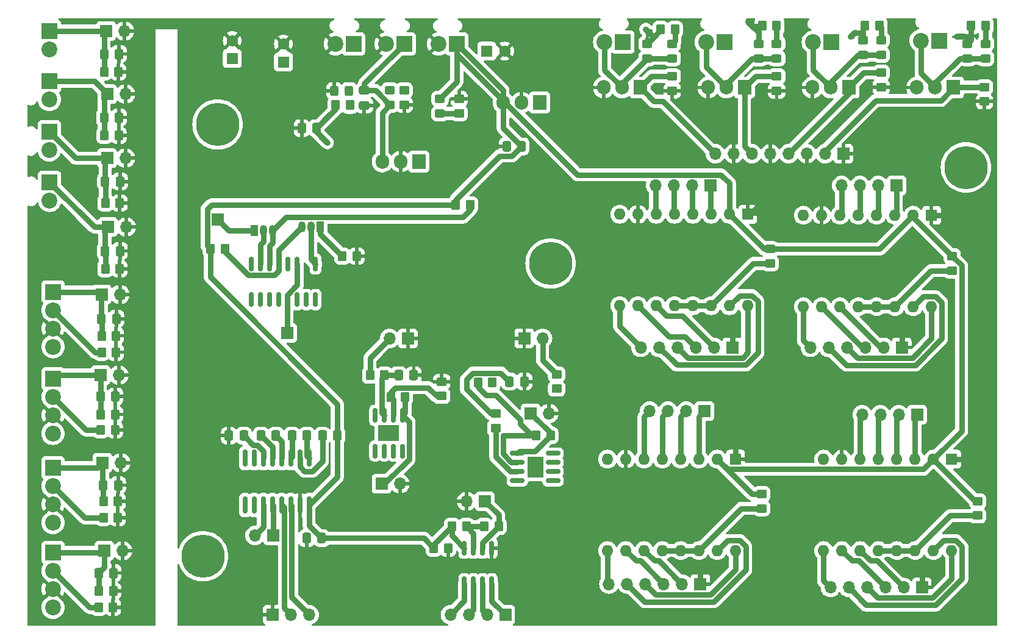
<source format=gbr>
%TF.GenerationSoftware,KiCad,Pcbnew,8.0.3*%
%TF.CreationDate,2024-08-22T11:59:31+02:00*%
%TF.ProjectId,PCB_Banc,5043425f-4261-46e6-932e-6b696361645f,rev?*%
%TF.SameCoordinates,Original*%
%TF.FileFunction,Copper,L1,Top*%
%TF.FilePolarity,Positive*%
%FSLAX46Y46*%
G04 Gerber Fmt 4.6, Leading zero omitted, Abs format (unit mm)*
G04 Created by KiCad (PCBNEW 8.0.3) date 2024-08-22 11:59:31*
%MOMM*%
%LPD*%
G01*
G04 APERTURE LIST*
G04 Aperture macros list*
%AMRoundRect*
0 Rectangle with rounded corners*
0 $1 Rounding radius*
0 $2 $3 $4 $5 $6 $7 $8 $9 X,Y pos of 4 corners*
0 Add a 4 corners polygon primitive as box body*
4,1,4,$2,$3,$4,$5,$6,$7,$8,$9,$2,$3,0*
0 Add four circle primitives for the rounded corners*
1,1,$1+$1,$2,$3*
1,1,$1+$1,$4,$5*
1,1,$1+$1,$6,$7*
1,1,$1+$1,$8,$9*
0 Add four rect primitives between the rounded corners*
20,1,$1+$1,$2,$3,$4,$5,0*
20,1,$1+$1,$4,$5,$6,$7,0*
20,1,$1+$1,$6,$7,$8,$9,0*
20,1,$1+$1,$8,$9,$2,$3,0*%
G04 Aperture macros list end*
%TA.AperFunction,SMDPad,CuDef*%
%ADD10RoundRect,0.250000X-0.450000X0.350000X-0.450000X-0.350000X0.450000X-0.350000X0.450000X0.350000X0*%
%TD*%
%TA.AperFunction,SMDPad,CuDef*%
%ADD11RoundRect,0.250000X-0.337500X-0.475000X0.337500X-0.475000X0.337500X0.475000X-0.337500X0.475000X0*%
%TD*%
%TA.AperFunction,ComponentPad*%
%ADD12R,1.700000X1.700000*%
%TD*%
%TA.AperFunction,ComponentPad*%
%ADD13O,1.700000X1.700000*%
%TD*%
%TA.AperFunction,SMDPad,CuDef*%
%ADD14RoundRect,0.250000X-0.350000X-0.450000X0.350000X-0.450000X0.350000X0.450000X-0.350000X0.450000X0*%
%TD*%
%TA.AperFunction,SMDPad,CuDef*%
%ADD15RoundRect,0.250000X0.450000X-0.350000X0.450000X0.350000X-0.450000X0.350000X-0.450000X-0.350000X0*%
%TD*%
%TA.AperFunction,ComponentPad*%
%ADD16R,2.200000X2.200000*%
%TD*%
%TA.AperFunction,ComponentPad*%
%ADD17C,2.200000*%
%TD*%
%TA.AperFunction,SMDPad,CuDef*%
%ADD18RoundRect,0.250000X0.450000X-0.325000X0.450000X0.325000X-0.450000X0.325000X-0.450000X-0.325000X0*%
%TD*%
%TA.AperFunction,ComponentPad*%
%ADD19C,6.000000*%
%TD*%
%TA.AperFunction,ComponentPad*%
%ADD20R,1.050000X1.500000*%
%TD*%
%TA.AperFunction,ComponentPad*%
%ADD21O,1.050000X1.500000*%
%TD*%
%TA.AperFunction,SMDPad,CuDef*%
%ADD22RoundRect,0.150000X-0.150000X0.825000X-0.150000X-0.825000X0.150000X-0.825000X0.150000X0.825000X0*%
%TD*%
%TA.AperFunction,HeatsinkPad*%
%ADD23R,3.000000X2.290000*%
%TD*%
%TA.AperFunction,ComponentPad*%
%ADD24R,1.600000X1.600000*%
%TD*%
%TA.AperFunction,ComponentPad*%
%ADD25C,1.600000*%
%TD*%
%TA.AperFunction,ComponentPad*%
%ADD26R,1.905000X2.000000*%
%TD*%
%TA.AperFunction,ComponentPad*%
%ADD27O,1.905000X2.000000*%
%TD*%
%TA.AperFunction,ComponentPad*%
%ADD28O,1.600000X1.600000*%
%TD*%
%TA.AperFunction,SMDPad,CuDef*%
%ADD29RoundRect,0.250000X-0.475000X0.337500X-0.475000X-0.337500X0.475000X-0.337500X0.475000X0.337500X0*%
%TD*%
%TA.AperFunction,SMDPad,CuDef*%
%ADD30RoundRect,0.250000X0.350000X0.450000X-0.350000X0.450000X-0.350000X-0.450000X0.350000X-0.450000X0*%
%TD*%
%TA.AperFunction,SMDPad,CuDef*%
%ADD31RoundRect,0.250000X0.337500X0.475000X-0.337500X0.475000X-0.337500X-0.475000X0.337500X-0.475000X0*%
%TD*%
%TA.AperFunction,SMDPad,CuDef*%
%ADD32RoundRect,0.250000X-0.450000X0.325000X-0.450000X-0.325000X0.450000X-0.325000X0.450000X0.325000X0*%
%TD*%
%TA.AperFunction,SMDPad,CuDef*%
%ADD33RoundRect,0.150000X-0.825000X-0.150000X0.825000X-0.150000X0.825000X0.150000X-0.825000X0.150000X0*%
%TD*%
%TA.AperFunction,HeatsinkPad*%
%ADD34R,2.290000X3.000000*%
%TD*%
%TA.AperFunction,SMDPad,CuDef*%
%ADD35RoundRect,0.250000X-0.325000X-0.450000X0.325000X-0.450000X0.325000X0.450000X-0.325000X0.450000X0*%
%TD*%
%TA.AperFunction,SMDPad,CuDef*%
%ADD36RoundRect,0.150000X-0.150000X1.050000X-0.150000X-1.050000X0.150000X-1.050000X0.150000X1.050000X0*%
%TD*%
%TA.AperFunction,SMDPad,CuDef*%
%ADD37RoundRect,0.150000X0.150000X-0.825000X0.150000X0.825000X-0.150000X0.825000X-0.150000X-0.825000X0*%
%TD*%
%TA.AperFunction,ViaPad*%
%ADD38C,0.600000*%
%TD*%
%TA.AperFunction,Conductor*%
%ADD39C,0.800000*%
%TD*%
G04 APERTURE END LIST*
D10*
%TO.P,R30,1*%
%TO.N,Net-(D11-K)*%
X103342000Y-60510000D03*
%TO.P,R30,2*%
%TO.N,GND*%
X103342000Y-62510000D03*
%TD*%
D11*
%TO.P,C13,1*%
%TO.N,Net-(U3-VS+)*%
X91966500Y-108454000D03*
%TO.P,C13,2*%
%TO.N,+5V*%
X94041500Y-108454000D03*
%TD*%
D12*
%TO.P,J20,1,Pin_1*%
%TO.N,GND*%
X103832000Y-94954000D03*
D13*
%TO.P,J20,2,Pin_2*%
%TO.N,Net-(J20-Pin_2)*%
X101292000Y-94954000D03*
%TD*%
D14*
%TO.P,R6,1*%
%TO.N,+24V*%
X167290000Y-51528000D03*
%TO.P,R6,2*%
%TO.N,Net-(D5-A)*%
X169290000Y-51528000D03*
%TD*%
D15*
%TO.P,R16,1*%
%TO.N,Net-(A4-MS3)*%
X152942000Y-118544000D03*
%TO.P,R16,2*%
%TO.N,+5V*%
X152942000Y-116544000D03*
%TD*%
D16*
%TO.P,J10,1,Pin_1*%
%TO.N,+24V*%
X162641000Y-53810000D03*
D17*
%TO.P,J10,2,Pin_2*%
%TO.N,Net-(D5-K)*%
X160101000Y-53810000D03*
%TD*%
D14*
%TO.P,R4,1*%
%TO.N,+24V*%
X153036000Y-51556000D03*
%TO.P,R4,2*%
%TO.N,Net-(D3-A)*%
X155036000Y-51556000D03*
%TD*%
D18*
%TO.P,D5,1,K*%
%TO.N,Net-(D5-K)*%
X169536000Y-55581000D03*
%TO.P,D5,2,A*%
%TO.N,Net-(D5-A)*%
X169536000Y-53531000D03*
%TD*%
D19*
%TO.P,H4,1*%
%TO.N,N/C*%
X75392000Y-125184000D03*
%TD*%
D16*
%TO.P,J33,1,Pin_1*%
%TO.N,Net-(J33-Pin_1)*%
X54096000Y-73258000D03*
D17*
%TO.P,J33,2,Pin_2*%
%TO.N,+24V*%
X54096000Y-75798000D03*
%TD*%
D12*
%TO.P,J17,1,Pin_1*%
%TO.N,Net-(J11-Pin_1)*%
X61168000Y-100038000D03*
D13*
%TO.P,J17,2,Pin_2*%
%TO.N,GND*%
X63708000Y-100038000D03*
%TD*%
D20*
%TO.P,Q5,1,E*%
%TO.N,Net-(Q5-E)*%
X91648000Y-79464000D03*
D21*
%TO.P,Q5,2,B*%
%TO.N,Net-(Q5-B)*%
X90378000Y-79464000D03*
%TO.P,Q5,3,C*%
%TO.N,Net-(Q5-C)*%
X89108000Y-79464000D03*
%TD*%
D20*
%TO.P,Q6,1,E*%
%TO.N,Net-(J32-Pin_1)*%
X82504000Y-79972000D03*
D21*
%TO.P,Q6,2,B*%
%TO.N,Net-(Q6-B)*%
X83774000Y-79972000D03*
%TO.P,Q6,3,C*%
%TO.N,Net-(Q6-C)*%
X85044000Y-79972000D03*
%TD*%
D22*
%TO.P,U5,1*%
%TO.N,Net-(J25-Pin_1)*%
X103090000Y-105626000D03*
%TO.P,U5,2,-*%
%TO.N,Net-(U5A--)*%
X101820000Y-105626000D03*
%TO.P,U5,3,+*%
%TO.N,Net-(U5A-+)*%
X100550000Y-105626000D03*
%TO.P,U5,4*%
%TO.N,N/C*%
X99280000Y-105626000D03*
%TO.P,U5,5*%
X99280000Y-110576000D03*
%TO.P,U5,6*%
X100550000Y-110576000D03*
%TO.P,U5,7*%
X101820000Y-110576000D03*
%TO.P,U5,8*%
X103090000Y-110576000D03*
D23*
%TO.P,U5,9*%
X101185000Y-108101000D03*
%TD*%
D24*
%TO.P,C20,1*%
%TO.N,+24V*%
X114792000Y-55060000D03*
D25*
%TO.P,C20,2*%
%TO.N,GND*%
X117292000Y-55060000D03*
%TD*%
D26*
%TO.P,U7,1,VI*%
%TO.N,+24V*%
X105364000Y-70391000D03*
D27*
%TO.P,U7,2,GND*%
%TO.N,GND*%
X102824000Y-70391000D03*
%TO.P,U7,3,VO*%
%TO.N,+12V*%
X100284000Y-70391000D03*
%TD*%
D14*
%TO.P,R39,1*%
%TO.N,+5V*%
X110476000Y-76416000D03*
%TO.P,R39,2*%
%TO.N,Net-(Q6-C)*%
X112476000Y-76416000D03*
%TD*%
D11*
%TO.P,C19,1*%
%TO.N,Net-(J35-Pin_1)*%
X61797500Y-73162000D03*
%TO.P,C19,2*%
%TO.N,GND*%
X63872500Y-73162000D03*
%TD*%
%TO.P,C17,1*%
%TO.N,Net-(J18-Pin_1)*%
X60908500Y-127510000D03*
%TO.P,C17,2*%
%TO.N,GND*%
X62983500Y-127510000D03*
%TD*%
D26*
%TO.P,Q2,1,G*%
%TO.N,Net-(J9-Pin_6)*%
X150576000Y-60111000D03*
D27*
%TO.P,Q2,2,D*%
%TO.N,Net-(D3-K)*%
X148036000Y-60111000D03*
%TO.P,Q2,3,S*%
%TO.N,GND*%
X145496000Y-60111000D03*
%TD*%
D24*
%TO.P,A4,1,GND*%
%TO.N,GND*%
X149332000Y-111704000D03*
D28*
%TO.P,A4,2,VDD*%
%TO.N,+5V*%
X146792000Y-111704000D03*
%TO.P,A4,3,1B*%
%TO.N,Net-(A4-1B)*%
X144252000Y-111704000D03*
%TO.P,A4,4,1A*%
%TO.N,Net-(A4-1A)*%
X141712000Y-111704000D03*
%TO.P,A4,5,2A*%
%TO.N,Net-(A4-2A)*%
X139172000Y-111704000D03*
%TO.P,A4,6,2B*%
%TO.N,Net-(A4-2B)*%
X136632000Y-111704000D03*
%TO.P,A4,7,GND*%
%TO.N,GND*%
X134092000Y-111704000D03*
%TO.P,A4,8,VMOT*%
%TO.N,+24V*%
X131552000Y-111704000D03*
%TO.P,A4,9,~{ENABLE}*%
%TO.N,Net-(A4-~{ENABLE})*%
X131552000Y-124404000D03*
%TO.P,A4,10,MS1*%
%TO.N,Net-(A4-MS1)*%
X134092000Y-124404000D03*
%TO.P,A4,11,MS2*%
%TO.N,Net-(A4-MS2)*%
X136632000Y-124404000D03*
%TO.P,A4,12,MS3*%
%TO.N,Net-(A4-MS3)*%
X139172000Y-124404000D03*
%TO.P,A4,13,~{RESET}*%
X141712000Y-124404000D03*
%TO.P,A4,14,~{SLEEP}*%
X144252000Y-124404000D03*
%TO.P,A4,15,STEP*%
%TO.N,Net-(A4-STEP)*%
X146792000Y-124404000D03*
%TO.P,A4,16,DIR*%
%TO.N,Net-(A4-DIR)*%
X149332000Y-124404000D03*
%TD*%
D29*
%TO.P,C21,1*%
%TO.N,+12V*%
X97792000Y-60522500D03*
%TO.P,C21,2*%
%TO.N,GND*%
X97792000Y-62597500D03*
%TD*%
D30*
%TO.P,R36,1*%
%TO.N,GND*%
X63311000Y-96863000D03*
%TO.P,R36,2*%
%TO.N,Net-(J29-Pin_2)*%
X61311000Y-96863000D03*
%TD*%
D12*
%TO.P,J32,1,Pin_1*%
%TO.N,Net-(J32-Pin_1)*%
X77424000Y-78448000D03*
%TD*%
D14*
%TO.P,R40,1*%
%TO.N,Net-(Q5-E)*%
X94728000Y-83528000D03*
%TO.P,R40,2*%
%TO.N,GND*%
X96728000Y-83528000D03*
%TD*%
D12*
%TO.P,J9,1,Pin_1*%
%TO.N,GND*%
X164292000Y-69304000D03*
D13*
%TO.P,J9,2,Pin_2*%
%TO.N,Net-(J9-Pin_2)*%
X161752000Y-69304000D03*
%TO.P,J9,3,Pin_3*%
%TO.N,GND*%
X159212000Y-69304000D03*
%TO.P,J9,4,Pin_4*%
%TO.N,Net-(J9-Pin_4)*%
X156672000Y-69304000D03*
%TO.P,J9,5,Pin_5*%
%TO.N,GND*%
X154132000Y-69304000D03*
%TO.P,J9,6,Pin_6*%
%TO.N,Net-(J9-Pin_6)*%
X151592000Y-69304000D03*
%TO.P,J9,7,Pin_7*%
%TO.N,GND*%
X149052000Y-69304000D03*
%TO.P,J9,8,Pin_8*%
%TO.N,Net-(J9-Pin_8)*%
X146512000Y-69304000D03*
%TD*%
D14*
%TO.P,R25,1*%
%TO.N,+24V*%
X93792000Y-62560000D03*
%TO.P,R25,2*%
%TO.N,Net-(D10-A)*%
X95792000Y-62560000D03*
%TD*%
D24*
%TO.P,C2,1*%
%TO.N,+24V*%
X79456000Y-56096000D03*
D25*
%TO.P,C2,2*%
%TO.N,GND*%
X79456000Y-53596000D03*
%TD*%
D12*
%TO.P,J15,1,Pin_1*%
%TO.N,Net-(J15-Pin_1)*%
X114522000Y-117544000D03*
D13*
%TO.P,J15,2,Pin_2*%
%TO.N,GND*%
X111982000Y-117544000D03*
%TD*%
D12*
%TO.P,J45,1,Pin_1*%
%TO.N,GND*%
X85044000Y-133312000D03*
D13*
%TO.P,J45,2,Pin_2*%
%TO.N,Net-(J45-Pin_2)*%
X87584000Y-133312000D03*
%TO.P,J45,3,Pin_3*%
%TO.N,Net-(J45-Pin_3)*%
X90124000Y-133312000D03*
%TD*%
D14*
%TO.P,R9,1*%
%TO.N,+24V*%
X182036000Y-51556000D03*
%TO.P,R9,2*%
%TO.N,Net-(D7-A)*%
X184036000Y-51556000D03*
%TD*%
D26*
%TO.P,U1,1,IN*%
%TO.N,+24V*%
X122128000Y-62192000D03*
D27*
%TO.P,U1,2,GND*%
%TO.N,GND*%
X119588000Y-62192000D03*
%TO.P,U1,3,OUT*%
%TO.N,+5V*%
X117048000Y-62192000D03*
%TD*%
D12*
%TO.P,J22,1,Pin_1*%
%TO.N,GND*%
X175189000Y-129527000D03*
D13*
%TO.P,J22,2,Pin_2*%
%TO.N,Net-(A1-MS2)*%
X172649000Y-129527000D03*
%TO.P,J22,3,Pin_3*%
%TO.N,Net-(A1-MS1)*%
X170109000Y-129527000D03*
%TO.P,J22,4,Pin_4*%
%TO.N,Net-(A1-DIR)*%
X167569000Y-129527000D03*
%TO.P,J22,5,Pin_5*%
%TO.N,Net-(A1-STEP)*%
X165029000Y-129527000D03*
%TO.P,J22,6,Pin_6*%
%TO.N,Net-(A1-~{ENABLE})*%
X162489000Y-129527000D03*
%TD*%
D12*
%TO.P,J42,1,Pin_1*%
%TO.N,Net-(J35-Pin_1)*%
X62077000Y-69914000D03*
D13*
%TO.P,J42,2,Pin_2*%
%TO.N,GND*%
X64617000Y-69914000D03*
%TD*%
D15*
%TO.P,R15,1*%
%TO.N,Net-(A3-MS3)*%
X154132000Y-84544000D03*
%TO.P,R15,2*%
%TO.N,+5V*%
X154132000Y-82544000D03*
%TD*%
D12*
%TO.P,J21,1,Pin_1*%
%TO.N,GND*%
X172402000Y-96184000D03*
D13*
%TO.P,J21,2,Pin_2*%
%TO.N,Net-(A2-MS2)*%
X169862000Y-96184000D03*
%TO.P,J21,3,Pin_3*%
%TO.N,Net-(A2-MS1)*%
X167322000Y-96184000D03*
%TO.P,J21,4,Pin_4*%
%TO.N,Net-(A2-DIR)*%
X164782000Y-96184000D03*
%TO.P,J21,5,Pin_5*%
%TO.N,Net-(A2-STEP)*%
X162242000Y-96184000D03*
%TO.P,J21,6,Pin_6*%
%TO.N,Net-(A2-~{ENABLE})*%
X159702000Y-96184000D03*
%TD*%
D31*
%TO.P,C15,1*%
%TO.N,GND*%
X104657000Y-100044000D03*
%TO.P,C15,2*%
%TO.N,Net-(U5A-+)*%
X102582000Y-100044000D03*
%TD*%
D30*
%TO.P,R35,1*%
%TO.N,GND*%
X63565000Y-119850000D03*
%TO.P,R35,2*%
%TO.N,Net-(J14-Pin_2)*%
X61565000Y-119850000D03*
%TD*%
D11*
%TO.P,C14,1*%
%TO.N,Net-(C14-Pad1)*%
X117949500Y-100929000D03*
%TO.P,C14,2*%
%TO.N,GND*%
X120024500Y-100929000D03*
%TD*%
D32*
%TO.P,D8,1,K*%
%TO.N,+24V*%
X181536000Y-54031000D03*
%TO.P,D8,2,A*%
%TO.N,Net-(D7-K)*%
X181536000Y-56081000D03*
%TD*%
D18*
%TO.P,D3,1,K*%
%TO.N,Net-(D3-K)*%
X155036000Y-56081000D03*
%TO.P,D3,2,A*%
%TO.N,Net-(D3-A)*%
X155036000Y-54031000D03*
%TD*%
D16*
%TO.P,J35,1,Pin_1*%
%TO.N,Net-(J35-Pin_1)*%
X54056000Y-66258000D03*
D17*
%TO.P,J35,2,Pin_2*%
%TO.N,+24V*%
X54056000Y-68798000D03*
%TD*%
D16*
%TO.P,J2,1,Pin_1*%
%TO.N,Net-(J2-Pin_1)*%
X54056000Y-59258000D03*
D17*
%TO.P,J2,2,Pin_2*%
%TO.N,+24V*%
X54056000Y-61798000D03*
%TD*%
D12*
%TO.P,J43,1,Pin_1*%
%TO.N,Net-(J14-Pin_1)*%
X61442000Y-112205000D03*
D13*
%TO.P,J43,2,Pin_2*%
%TO.N,GND*%
X63982000Y-112205000D03*
%TD*%
D14*
%TO.P,R33,1*%
%TO.N,+5V*%
X107442000Y-124044000D03*
%TO.P,R33,2*%
%TO.N,GND*%
X109442000Y-124044000D03*
%TD*%
D30*
%TO.P,R32,1*%
%TO.N,Net-(U4-B)*%
X111942000Y-121044000D03*
%TO.P,R32,2*%
%TO.N,+5V*%
X109942000Y-121044000D03*
%TD*%
D15*
%TO.P,R14,1*%
%TO.N,Net-(A2-MS3)*%
X179402000Y-85544000D03*
%TO.P,R14,2*%
%TO.N,+5V*%
X179402000Y-83544000D03*
%TD*%
D18*
%TO.P,D9,1,K*%
%TO.N,Net-(D9-K)*%
X108292000Y-63716000D03*
%TO.P,D9,2,A*%
%TO.N,+5V*%
X108292000Y-61666000D03*
%TD*%
D16*
%TO.P,J3,1,Pin_1*%
%TO.N,+24V*%
X133685000Y-53810000D03*
D17*
%TO.P,J3,2,Pin_2*%
%TO.N,Net-(D1-K)*%
X131145000Y-53810000D03*
%TD*%
D10*
%TO.P,R5,1*%
%TO.N,Net-(J9-Pin_6)*%
X155036000Y-58556000D03*
%TO.P,R5,2*%
%TO.N,GND*%
X155036000Y-60556000D03*
%TD*%
D24*
%TO.P,A2,1,GND*%
%TO.N,GND*%
X176522000Y-77844000D03*
D28*
%TO.P,A2,2,VDD*%
%TO.N,+5V*%
X173982000Y-77844000D03*
%TO.P,A2,3,1B*%
%TO.N,Net-(A2-1B)*%
X171442000Y-77844000D03*
%TO.P,A2,4,1A*%
%TO.N,Net-(A2-1A)*%
X168902000Y-77844000D03*
%TO.P,A2,5,2A*%
%TO.N,Net-(A2-2A)*%
X166362000Y-77844000D03*
%TO.P,A2,6,2B*%
%TO.N,Net-(A2-2B)*%
X163822000Y-77844000D03*
%TO.P,A2,7,GND*%
%TO.N,GND*%
X161282000Y-77844000D03*
%TO.P,A2,8,VMOT*%
%TO.N,+24V*%
X158742000Y-77844000D03*
%TO.P,A2,9,~{ENABLE}*%
%TO.N,Net-(A2-~{ENABLE})*%
X158742000Y-90544000D03*
%TO.P,A2,10,MS1*%
%TO.N,Net-(A2-MS1)*%
X161282000Y-90544000D03*
%TO.P,A2,11,MS2*%
%TO.N,Net-(A2-MS2)*%
X163822000Y-90544000D03*
%TO.P,A2,12,MS3*%
%TO.N,Net-(A2-MS3)*%
X166362000Y-90544000D03*
%TO.P,A2,13,~{RESET}*%
X168902000Y-90544000D03*
%TO.P,A2,14,~{SLEEP}*%
X171442000Y-90544000D03*
%TO.P,A2,15,STEP*%
%TO.N,Net-(A2-STEP)*%
X173982000Y-90544000D03*
%TO.P,A2,16,DIR*%
%TO.N,Net-(A2-DIR)*%
X176522000Y-90544000D03*
%TD*%
D33*
%TO.P,U6,1*%
%TO.N,Net-(J26-Pin_1)*%
X119037000Y-110889000D03*
%TO.P,U6,2,-*%
%TO.N,Net-(U6A--)*%
X119037000Y-112159000D03*
%TO.P,U6,3,+*%
%TO.N,Net-(U6A-+)*%
X119037000Y-113429000D03*
%TO.P,U6,4*%
%TO.N,N/C*%
X119037000Y-114699000D03*
%TO.P,U6,5*%
X123987000Y-114699000D03*
%TO.P,U6,6*%
X123987000Y-113429000D03*
%TO.P,U6,7*%
X123987000Y-112159000D03*
%TO.P,U6,8*%
X123987000Y-110889000D03*
D34*
%TO.P,U6,9*%
X121512000Y-112794000D03*
%TD*%
D12*
%TO.P,J40,1,Pin_1*%
%TO.N,Net-(J40-Pin_1)*%
X61950000Y-52261000D03*
D13*
%TO.P,J40,2,Pin_2*%
%TO.N,GND*%
X64490000Y-52261000D03*
%TD*%
D12*
%TO.P,J41,1,Pin_1*%
%TO.N,Net-(J33-Pin_1)*%
X62184000Y-79464000D03*
D13*
%TO.P,J41,2,Pin_2*%
%TO.N,GND*%
X64724000Y-79464000D03*
%TD*%
D32*
%TO.P,D6,1,K*%
%TO.N,+24V*%
X167036000Y-53531000D03*
%TO.P,D6,2,A*%
%TO.N,Net-(D5-K)*%
X167036000Y-55581000D03*
%TD*%
D14*
%TO.P,R38,1*%
%TO.N,+5V*%
X76424000Y-82512000D03*
%TO.P,R38,2*%
%TO.N,Net-(Q5-C)*%
X78424000Y-82512000D03*
%TD*%
D30*
%TO.P,R37,1*%
%TO.N,GND*%
X62914000Y-132296000D03*
%TO.P,R37,2*%
%TO.N,Net-(J31-Pin_2)*%
X60914000Y-132296000D03*
%TD*%
D31*
%TO.P,C9,1*%
%TO.N,Net-(U3-C1+)*%
X89829000Y-108454000D03*
%TO.P,C9,2*%
%TO.N,Net-(U3-C1-)*%
X87754000Y-108454000D03*
%TD*%
D30*
%TO.P,R27,1*%
%TO.N,GND*%
X62946000Y-130010000D03*
%TO.P,R27,2*%
%TO.N,Net-(J18-Pin_1)*%
X60946000Y-130010000D03*
%TD*%
D16*
%TO.P,J37,1,Pin_1*%
%TO.N,+12V*%
X103332000Y-54064000D03*
D17*
%TO.P,J37,2,Pin_2*%
%TO.N,GND*%
X100792000Y-54064000D03*
%TD*%
D35*
%TO.P,D10,1,K*%
%TO.N,GND*%
X93607000Y-60560000D03*
%TO.P,D10,2,A*%
%TO.N,Net-(D10-A)*%
X95657000Y-60560000D03*
%TD*%
D32*
%TO.P,D4,1,K*%
%TO.N,+24V*%
X152536000Y-54031000D03*
%TO.P,D4,2,A*%
%TO.N,Net-(D3-K)*%
X152536000Y-56081000D03*
%TD*%
D31*
%TO.P,C4,1*%
%TO.N,+24V*%
X91161500Y-65748000D03*
%TO.P,C4,2*%
%TO.N,GND*%
X89086500Y-65748000D03*
%TD*%
D12*
%TO.P,J13,1,Pin_1*%
%TO.N,Net-(A3-1B)*%
X145862000Y-73684000D03*
D13*
%TO.P,J13,2,Pin_2*%
%TO.N,Net-(A3-1A)*%
X143322000Y-73684000D03*
%TO.P,J13,3,Pin_3*%
%TO.N,Net-(A3-2A)*%
X140782000Y-73684000D03*
%TO.P,J13,4,Pin_4*%
%TO.N,Net-(A3-2B)*%
X138242000Y-73684000D03*
%TD*%
D16*
%TO.P,J1,1,Pin_1*%
%TO.N,+24V*%
X96292000Y-54064000D03*
D17*
%TO.P,J1,2,Pin_2*%
%TO.N,GND*%
X93752000Y-54064000D03*
%TD*%
D26*
%TO.P,Q3,1,G*%
%TO.N,Net-(J9-Pin_4)*%
X165076000Y-60111000D03*
D27*
%TO.P,Q3,2,D*%
%TO.N,Net-(D5-K)*%
X162536000Y-60111000D03*
%TO.P,Q3,3,S*%
%TO.N,GND*%
X159996000Y-60111000D03*
%TD*%
D12*
%TO.P,J39,1,Pin_1*%
%TO.N,Net-(J2-Pin_1)*%
X62077000Y-61024000D03*
D13*
%TO.P,J39,2,Pin_2*%
%TO.N,GND*%
X64617000Y-61024000D03*
%TD*%
D10*
%TO.P,R10,1*%
%TO.N,Net-(J9-Pin_2)*%
X183876000Y-60056000D03*
%TO.P,R10,2*%
%TO.N,GND*%
X183876000Y-62056000D03*
%TD*%
D24*
%TO.P,C1,1*%
%TO.N,+24V*%
X86568000Y-56564000D03*
D25*
%TO.P,C1,2*%
%TO.N,GND*%
X86568000Y-54064000D03*
%TD*%
D12*
%TO.P,J23,1,Pin_1*%
%TO.N,GND*%
X119987000Y-94929000D03*
D13*
%TO.P,J23,2,Pin_2*%
%TO.N,Net-(J23-Pin_2)*%
X122527000Y-94929000D03*
%TD*%
D14*
%TO.P,R18,1*%
%TO.N,Net-(J20-Pin_2)*%
X98582000Y-100044000D03*
%TO.P,R18,2*%
%TO.N,Net-(U5A-+)*%
X100582000Y-100044000D03*
%TD*%
D12*
%TO.P,J8,1,Pin_1*%
%TO.N,Net-(A2-1B)*%
X171662000Y-73709000D03*
D13*
%TO.P,J8,2,Pin_2*%
%TO.N,Net-(A2-1A)*%
X169122000Y-73709000D03*
%TO.P,J8,3,Pin_3*%
%TO.N,Net-(A2-2A)*%
X166582000Y-73709000D03*
%TO.P,J8,4,Pin_4*%
%TO.N,Net-(A2-2B)*%
X164042000Y-73709000D03*
%TD*%
D19*
%TO.P,H1,1*%
%TO.N,N/C*%
X181310000Y-71209000D03*
%TD*%
D14*
%TO.P,R31,1*%
%TO.N,Net-(U4-B)*%
X114442000Y-121044000D03*
%TO.P,R31,2*%
%TO.N,Net-(J15-Pin_1)*%
X116442000Y-121044000D03*
%TD*%
D11*
%TO.P,C16,1*%
%TO.N,Net-(J29-Pin_1)*%
X61289500Y-92212000D03*
%TO.P,C16,2*%
%TO.N,GND*%
X63364500Y-92212000D03*
%TD*%
D26*
%TO.P,Q4,1,G*%
%TO.N,Net-(J9-Pin_2)*%
X179576000Y-60111000D03*
D27*
%TO.P,Q4,2,D*%
%TO.N,Net-(D7-K)*%
X177036000Y-60111000D03*
%TO.P,Q4,3,S*%
%TO.N,GND*%
X174496000Y-60111000D03*
%TD*%
D11*
%TO.P,C12,1*%
%TO.N,GND*%
X78991000Y-108454000D03*
%TO.P,C12,2*%
%TO.N,Net-(U3-VS-)*%
X81066000Y-108454000D03*
%TD*%
D36*
%TO.P,U3,1,C1+*%
%TO.N,Net-(U3-C1+)*%
X90124000Y-111572000D03*
%TO.P,U3,2,VS+*%
%TO.N,Net-(U3-VS+)*%
X88854000Y-111572000D03*
%TO.P,U3,3,C1-*%
%TO.N,Net-(U3-C1-)*%
X87584000Y-111572000D03*
%TO.P,U3,4,C2+*%
%TO.N,Net-(U3-C2+)*%
X86314000Y-111572000D03*
%TO.P,U3,5,C2-*%
%TO.N,Net-(U3-C2-)*%
X85044000Y-111572000D03*
%TO.P,U3,6,VS-*%
%TO.N,Net-(U3-VS-)*%
X83774000Y-111572000D03*
%TO.P,U3,7,T2OUT*%
%TO.N,unconnected-(U3-T2OUT-Pad7)*%
X82504000Y-111572000D03*
%TO.P,U3,8,R2IN*%
%TO.N,unconnected-(U3-R2IN-Pad8)*%
X81234000Y-111572000D03*
%TO.P,U3,9,R2OUT*%
%TO.N,unconnected-(U3-R2OUT-Pad9)*%
X81234000Y-118072000D03*
%TO.P,U3,10,T2IN*%
%TO.N,unconnected-(U3-T2IN-Pad10)*%
X82504000Y-118072000D03*
%TO.P,U3,11,T1IN*%
%TO.N,Net-(J24-Pin_2)*%
X83774000Y-118072000D03*
%TO.P,U3,12,R1OUT*%
%TO.N,Net-(J24-Pin_1)*%
X85044000Y-118072000D03*
%TO.P,U3,13,R1IN*%
%TO.N,Net-(J45-Pin_2)*%
X86314000Y-118072000D03*
%TO.P,U3,14,T1OUT*%
%TO.N,Net-(J45-Pin_3)*%
X87584000Y-118072000D03*
%TO.P,U3,15,GND*%
%TO.N,GND*%
X88854000Y-118072000D03*
%TO.P,U3,16,VCC*%
%TO.N,+5V*%
X90124000Y-118072000D03*
%TD*%
D16*
%TO.P,J5,1,Pin_1*%
%TO.N,+5V*%
X110626000Y-54064000D03*
D17*
%TO.P,J5,2,Pin_2*%
%TO.N,GND*%
X108086000Y-54064000D03*
%TD*%
D18*
%TO.P,D7,1,K*%
%TO.N,Net-(D7-K)*%
X184036000Y-56081000D03*
%TO.P,D7,2,A*%
%TO.N,Net-(D7-A)*%
X184036000Y-54031000D03*
%TD*%
D12*
%TO.P,J26,1,Pin_1*%
%TO.N,Net-(J26-Pin_1)*%
X120878000Y-105347000D03*
D13*
%TO.P,J26,2,Pin_2*%
%TO.N,GND*%
X123418000Y-105347000D03*
%TD*%
D30*
%TO.P,R11,1*%
%TO.N,GND*%
X63200000Y-105499000D03*
%TO.P,R11,2*%
%TO.N,Net-(J11-Pin_1)*%
X61200000Y-105499000D03*
%TD*%
%TO.P,R26,1*%
%TO.N,GND*%
X63311000Y-94577000D03*
%TO.P,R26,2*%
%TO.N,Net-(J29-Pin_1)*%
X61311000Y-94577000D03*
%TD*%
D19*
%TO.P,H3,1*%
%TO.N,N/C*%
X77424000Y-65240000D03*
%TD*%
D31*
%TO.P,C11,1*%
%TO.N,Net-(U3-C2+)*%
X85511000Y-108454000D03*
%TO.P,C11,2*%
%TO.N,Net-(U3-C2-)*%
X83436000Y-108454000D03*
%TD*%
D11*
%TO.P,C3,1*%
%TO.N,Net-(J2-Pin_1)*%
X61654500Y-64264000D03*
%TO.P,C3,2*%
%TO.N,GND*%
X63729500Y-64264000D03*
%TD*%
D12*
%TO.P,J16,1,Pin_1*%
%TO.N,Net-(A1-1B)*%
X174522000Y-105544000D03*
D13*
%TO.P,J16,2,Pin_2*%
%TO.N,Net-(A1-1A)*%
X171982000Y-105544000D03*
%TO.P,J16,3,Pin_3*%
%TO.N,Net-(A1-2A)*%
X169442000Y-105544000D03*
%TO.P,J16,4,Pin_4*%
%TO.N,Net-(A1-2B)*%
X166902000Y-105544000D03*
%TD*%
D16*
%TO.P,J7,1,Pin_1*%
%TO.N,Net-(J40-Pin_1)*%
X54056000Y-52286000D03*
D17*
%TO.P,J7,2,Pin_2*%
%TO.N,+24V*%
X54056000Y-54826000D03*
%TD*%
D30*
%TO.P,R28,1*%
%TO.N,GND*%
X63819000Y-85306000D03*
%TO.P,R28,2*%
%TO.N,Net-(J33-Pin_1)*%
X61819000Y-85306000D03*
%TD*%
D10*
%TO.P,R17,1*%
%TO.N,Net-(J23-Pin_2)*%
X124487000Y-99929000D03*
%TO.P,R17,2*%
%TO.N,Net-(C14-Pad1)*%
X124487000Y-101929000D03*
%TD*%
D11*
%TO.P,C6,1*%
%TO.N,Net-(J40-Pin_1)*%
X61654500Y-55461000D03*
%TO.P,C6,2*%
%TO.N,GND*%
X63729500Y-55461000D03*
%TD*%
D18*
%TO.P,D1,1,K*%
%TO.N,Net-(D1-K)*%
X140536000Y-56081000D03*
%TO.P,D1,2,A*%
%TO.N,Net-(D1-A)*%
X140536000Y-54031000D03*
%TD*%
D30*
%TO.P,R3,1*%
%TO.N,GND*%
X63692000Y-66764000D03*
%TO.P,R3,2*%
%TO.N,Net-(J2-Pin_1)*%
X61692000Y-66764000D03*
%TD*%
D32*
%TO.P,D11,1,K*%
%TO.N,Net-(D11-K)*%
X101342000Y-60485000D03*
%TO.P,D11,2,A*%
%TO.N,+12V*%
X101342000Y-62535000D03*
%TD*%
D30*
%TO.P,R7,1*%
%TO.N,GND*%
X63654500Y-57961000D03*
%TO.P,R7,2*%
%TO.N,Net-(J40-Pin_1)*%
X61654500Y-57961000D03*
%TD*%
D16*
%TO.P,J14,1,Pin_1*%
%TO.N,Net-(J14-Pin_1)*%
X54564000Y-112901000D03*
D17*
%TO.P,J14,2,Pin_2*%
%TO.N,Net-(J14-Pin_2)*%
X54564000Y-115441000D03*
%TO.P,J14,3,Pin_3*%
%TO.N,GND*%
X54564000Y-117981000D03*
%TO.P,J14,4,Pin_4*%
%TO.N,+24V*%
X54564000Y-120521000D03*
%TD*%
D32*
%TO.P,D2,1,K*%
%TO.N,+24V*%
X137036000Y-54031000D03*
%TO.P,D2,2,A*%
%TO.N,Net-(D1-K)*%
X137036000Y-56081000D03*
%TD*%
D30*
%TO.P,R29,1*%
%TO.N,GND*%
X63835000Y-76162000D03*
%TO.P,R29,2*%
%TO.N,Net-(J35-Pin_1)*%
X61835000Y-76162000D03*
%TD*%
%TO.P,R12,1*%
%TO.N,GND*%
X63581000Y-117564000D03*
%TO.P,R12,2*%
%TO.N,Net-(J14-Pin_1)*%
X61581000Y-117564000D03*
%TD*%
D15*
%TO.P,R19,1*%
%TO.N,Net-(U5A--)*%
X108539000Y-102943000D03*
%TO.P,R19,2*%
%TO.N,GND*%
X108539000Y-100943000D03*
%TD*%
D12*
%TO.P,J30,1,Pin_1*%
%TO.N,Net-(A4-1B)*%
X145022000Y-105044000D03*
D13*
%TO.P,J30,2,Pin_2*%
%TO.N,Net-(A4-1A)*%
X142482000Y-105044000D03*
%TO.P,J30,3,Pin_3*%
%TO.N,Net-(A4-2A)*%
X139942000Y-105044000D03*
%TO.P,J30,4,Pin_4*%
%TO.N,Net-(A4-2B)*%
X137402000Y-105044000D03*
%TD*%
D15*
%TO.P,R24,1*%
%TO.N,Net-(D9-K)*%
X110952000Y-63700000D03*
%TO.P,R24,2*%
%TO.N,GND*%
X110952000Y-61700000D03*
%TD*%
D24*
%TO.P,A1,1,GND*%
%TO.N,GND*%
X179332000Y-111704000D03*
D28*
%TO.P,A1,2,VDD*%
%TO.N,+5V*%
X176792000Y-111704000D03*
%TO.P,A1,3,1B*%
%TO.N,Net-(A1-1B)*%
X174252000Y-111704000D03*
%TO.P,A1,4,1A*%
%TO.N,Net-(A1-1A)*%
X171712000Y-111704000D03*
%TO.P,A1,5,2A*%
%TO.N,Net-(A1-2A)*%
X169172000Y-111704000D03*
%TO.P,A1,6,2B*%
%TO.N,Net-(A1-2B)*%
X166632000Y-111704000D03*
%TO.P,A1,7,GND*%
%TO.N,GND*%
X164092000Y-111704000D03*
%TO.P,A1,8,VMOT*%
%TO.N,+24V*%
X161552000Y-111704000D03*
%TO.P,A1,9,~{ENABLE}*%
%TO.N,Net-(A1-~{ENABLE})*%
X161552000Y-124404000D03*
%TO.P,A1,10,MS1*%
%TO.N,Net-(A1-MS1)*%
X164092000Y-124404000D03*
%TO.P,A1,11,MS2*%
%TO.N,Net-(A1-MS2)*%
X166632000Y-124404000D03*
%TO.P,A1,12,MS3*%
%TO.N,Net-(A1-MS3)*%
X169172000Y-124404000D03*
%TO.P,A1,13,~{RESET}*%
X171712000Y-124404000D03*
%TO.P,A1,14,~{SLEEP}*%
X174252000Y-124404000D03*
%TO.P,A1,15,STEP*%
%TO.N,Net-(A1-STEP)*%
X176792000Y-124404000D03*
%TO.P,A1,16,DIR*%
%TO.N,Net-(A1-DIR)*%
X179332000Y-124404000D03*
%TD*%
D10*
%TO.P,R2,1*%
%TO.N,Net-(J9-Pin_8)*%
X140536000Y-58556000D03*
%TO.P,R2,2*%
%TO.N,GND*%
X140536000Y-60556000D03*
%TD*%
D14*
%TO.P,R21,1*%
%TO.N,Net-(U6A--)*%
X113582000Y-101044000D03*
%TO.P,R21,2*%
%TO.N,GND*%
X115582000Y-101044000D03*
%TD*%
D37*
%TO.P,U4,1,RO*%
%TO.N,Net-(J4-Pin_4)*%
X111672000Y-129019000D03*
%TO.P,U4,2,~{RE}*%
%TO.N,Net-(J4-Pin_3)*%
X112942000Y-129019000D03*
%TO.P,U4,3,DE*%
%TO.N,Net-(J4-Pin_2)*%
X114212000Y-129019000D03*
%TO.P,U4,4,DI*%
%TO.N,Net-(J4-Pin_1)*%
X115482000Y-129019000D03*
%TO.P,U4,5,GND*%
%TO.N,GND*%
X115482000Y-124069000D03*
%TO.P,U4,6,A*%
%TO.N,Net-(J15-Pin_1)*%
X114212000Y-124069000D03*
%TO.P,U4,7,B*%
%TO.N,Net-(U4-B)*%
X112942000Y-124069000D03*
%TO.P,U4,8,VCC*%
%TO.N,+5V*%
X111672000Y-124069000D03*
%TD*%
D24*
%TO.P,A3,1,GND*%
%TO.N,GND*%
X151022000Y-77704000D03*
D28*
%TO.P,A3,2,VDD*%
%TO.N,+5V*%
X148482000Y-77704000D03*
%TO.P,A3,3,1B*%
%TO.N,Net-(A3-1B)*%
X145942000Y-77704000D03*
%TO.P,A3,4,1A*%
%TO.N,Net-(A3-1A)*%
X143402000Y-77704000D03*
%TO.P,A3,5,2A*%
%TO.N,Net-(A3-2A)*%
X140862000Y-77704000D03*
%TO.P,A3,6,2B*%
%TO.N,Net-(A3-2B)*%
X138322000Y-77704000D03*
%TO.P,A3,7,GND*%
%TO.N,GND*%
X135782000Y-77704000D03*
%TO.P,A3,8,VMOT*%
%TO.N,+24V*%
X133242000Y-77704000D03*
%TO.P,A3,9,~{ENABLE}*%
%TO.N,Net-(A3-~{ENABLE})*%
X133242000Y-90404000D03*
%TO.P,A3,10,MS1*%
%TO.N,Net-(A3-MS1)*%
X135782000Y-90404000D03*
%TO.P,A3,11,MS2*%
%TO.N,Net-(A3-MS2)*%
X138322000Y-90404000D03*
%TO.P,A3,12,MS3*%
%TO.N,Net-(A3-MS3)*%
X140862000Y-90404000D03*
%TO.P,A3,13,~{RESET}*%
X143402000Y-90404000D03*
%TO.P,A3,14,~{SLEEP}*%
X145942000Y-90404000D03*
%TO.P,A3,15,STEP*%
%TO.N,Net-(A3-STEP)*%
X148482000Y-90404000D03*
%TO.P,A3,16,DIR*%
%TO.N,Net-(A3-DIR)*%
X151022000Y-90404000D03*
%TD*%
D11*
%TO.P,C10,1*%
%TO.N,Net-(J14-Pin_1)*%
X61543500Y-115318000D03*
%TO.P,C10,2*%
%TO.N,GND*%
X63618500Y-115318000D03*
%TD*%
D12*
%TO.P,J19,1,Pin_1*%
%TO.N,Net-(J19-Pin_1)*%
X87076000Y-94196000D03*
%TD*%
D14*
%TO.P,R23,1*%
%TO.N,Net-(U6A--)*%
X121636000Y-108420000D03*
%TO.P,R23,2*%
%TO.N,Net-(J26-Pin_1)*%
X123636000Y-108420000D03*
%TD*%
D11*
%TO.P,C18,1*%
%TO.N,Net-(J33-Pin_1)*%
X61781500Y-82806000D03*
%TO.P,C18,2*%
%TO.N,GND*%
X63856500Y-82806000D03*
%TD*%
D31*
%TO.P,C5,1*%
%TO.N,+5V*%
X119609500Y-68288000D03*
%TO.P,C5,2*%
%TO.N,GND*%
X117534500Y-68288000D03*
%TD*%
D10*
%TO.P,R8,1*%
%TO.N,Net-(J9-Pin_4)*%
X169536000Y-58056000D03*
%TO.P,R8,2*%
%TO.N,GND*%
X169536000Y-60056000D03*
%TD*%
D12*
%TO.P,J18,1,Pin_1*%
%TO.N,Net-(J18-Pin_1)*%
X61676000Y-124422000D03*
D13*
%TO.P,J18,2,Pin_2*%
%TO.N,GND*%
X64216000Y-124422000D03*
%TD*%
D26*
%TO.P,Q1,1,G*%
%TO.N,Net-(J9-Pin_8)*%
X136076000Y-60111000D03*
D27*
%TO.P,Q1,2,D*%
%TO.N,Net-(D1-K)*%
X133536000Y-60111000D03*
%TO.P,Q1,3,S*%
%TO.N,GND*%
X130996000Y-60111000D03*
%TD*%
D14*
%TO.P,R22,1*%
%TO.N,Net-(U5A--)*%
X101443000Y-103086000D03*
%TO.P,R22,2*%
%TO.N,Net-(J25-Pin_1)*%
X103443000Y-103086000D03*
%TD*%
D12*
%TO.P,J28,1,Pin_1*%
%TO.N,GND*%
X144442000Y-129044000D03*
D13*
%TO.P,J28,2,Pin_2*%
%TO.N,Net-(A4-MS2)*%
X141902000Y-129044000D03*
%TO.P,J28,3,Pin_3*%
%TO.N,Net-(A4-MS1)*%
X139362000Y-129044000D03*
%TO.P,J28,4,Pin_4*%
%TO.N,Net-(A4-DIR)*%
X136822000Y-129044000D03*
%TO.P,J28,5,Pin_5*%
%TO.N,Net-(A4-STEP)*%
X134282000Y-129044000D03*
%TO.P,J28,6,Pin_6*%
%TO.N,Net-(A4-~{ENABLE})*%
X131742000Y-129044000D03*
%TD*%
D16*
%TO.P,J31,1,Pin_1*%
%TO.N,Net-(J18-Pin_1)*%
X54564000Y-124676000D03*
D17*
%TO.P,J31,2,Pin_2*%
%TO.N,Net-(J31-Pin_2)*%
X54564000Y-127216000D03*
%TO.P,J31,3,Pin_3*%
%TO.N,GND*%
X54564000Y-129756000D03*
%TO.P,J31,4,Pin_4*%
%TO.N,+24V*%
X54564000Y-132296000D03*
%TD*%
D22*
%TO.P,U2,1*%
%TO.N,Net-(Q5-B)*%
X91013000Y-84609000D03*
%TO.P,U2,3,+*%
%TO.N,Net-(J19-Pin_1)*%
X88473000Y-84609000D03*
%TO.P,U2,4*%
%TO.N,N/C*%
X87203000Y-84609000D03*
%TO.P,U2,5,+*%
%TO.N,Net-(Q5-C)*%
X85933000Y-84609000D03*
%TO.P,U2,6,-*%
%TO.N,Net-(Q6-C)*%
X84663000Y-84609000D03*
%TO.P,U2,7*%
%TO.N,Net-(Q6-B)*%
X83393000Y-84609000D03*
%TO.P,U2,8*%
%TO.N,N/C*%
X82123000Y-84609000D03*
%TO.P,U2,9*%
X82123000Y-89559000D03*
%TO.P,U2,10*%
X83393000Y-89559000D03*
%TO.P,U2,11*%
X84663000Y-89559000D03*
%TO.P,U2,12*%
X85933000Y-89559000D03*
%TO.P,U2,14*%
X88473000Y-89559000D03*
%TO.P,U2,15*%
X89743000Y-89559000D03*
%TO.P,U2,16*%
X91013000Y-89559000D03*
%TD*%
D12*
%TO.P,J25,1,Pin_1*%
%TO.N,Net-(J25-Pin_1)*%
X100177000Y-115126000D03*
D13*
%TO.P,J25,2,Pin_2*%
%TO.N,GND*%
X102717000Y-115126000D03*
%TD*%
D12*
%TO.P,J44,1,Pin_1*%
%TO.N,Net-(J29-Pin_1)*%
X61315000Y-88837000D03*
D13*
%TO.P,J44,2,Pin_2*%
%TO.N,GND*%
X63855000Y-88837000D03*
%TD*%
D19*
%TO.P,H2,1*%
%TO.N,N/C*%
X123652000Y-84544000D03*
%TD*%
D14*
%TO.P,R1,1*%
%TO.N,+24V*%
X138924000Y-52032000D03*
%TO.P,R1,2*%
%TO.N,Net-(D1-A)*%
X140924000Y-52032000D03*
%TD*%
D15*
%TO.P,R13,1*%
%TO.N,Net-(A1-MS3)*%
X182942000Y-119544000D03*
%TO.P,R13,2*%
%TO.N,+5V*%
X182942000Y-117544000D03*
%TD*%
D16*
%TO.P,J6,1,Pin_1*%
%TO.N,+24V*%
X147782000Y-53810000D03*
D17*
%TO.P,J6,2,Pin_2*%
%TO.N,Net-(D3-K)*%
X145242000Y-53810000D03*
%TD*%
D12*
%TO.P,J27,1,Pin_1*%
%TO.N,GND*%
X148862000Y-96184000D03*
D13*
%TO.P,J27,2,Pin_2*%
%TO.N,Net-(A3-MS2)*%
X146322000Y-96184000D03*
%TO.P,J27,3,Pin_3*%
%TO.N,Net-(A3-MS1)*%
X143782000Y-96184000D03*
%TO.P,J27,4,Pin_4*%
%TO.N,Net-(A3-DIR)*%
X141242000Y-96184000D03*
%TO.P,J27,5,Pin_5*%
%TO.N,Net-(A3-STEP)*%
X138702000Y-96184000D03*
%TO.P,J27,6,Pin_6*%
%TO.N,Net-(A3-~{ENABLE})*%
X136162000Y-96184000D03*
%TD*%
D10*
%TO.P,R20,1*%
%TO.N,Net-(C14-Pad1)*%
X116032000Y-105388000D03*
%TO.P,R20,2*%
%TO.N,Net-(U6A-+)*%
X116032000Y-107388000D03*
%TD*%
D30*
%TO.P,R34,1*%
%TO.N,GND*%
X63184000Y-107658000D03*
%TO.P,R34,2*%
%TO.N,Net-(J11-Pin_2)*%
X61184000Y-107658000D03*
%TD*%
D12*
%TO.P,J4,1,Pin_1*%
%TO.N,Net-(J4-Pin_1)*%
X117362000Y-133312000D03*
D13*
%TO.P,J4,2,Pin_2*%
%TO.N,Net-(J4-Pin_2)*%
X114822000Y-133312000D03*
%TO.P,J4,3,Pin_3*%
%TO.N,Net-(J4-Pin_3)*%
X112282000Y-133312000D03*
%TO.P,J4,4,Pin_4*%
%TO.N,Net-(J4-Pin_4)*%
X109742000Y-133312000D03*
%TD*%
D16*
%TO.P,J12,1,Pin_1*%
%TO.N,+24V*%
X177616000Y-53596000D03*
D17*
%TO.P,J12,2,Pin_2*%
%TO.N,Net-(D7-K)*%
X175076000Y-53596000D03*
%TD*%
D16*
%TO.P,J11,1,Pin_1*%
%TO.N,Net-(J11-Pin_1)*%
X54564000Y-100521000D03*
D17*
%TO.P,J11,2,Pin_2*%
%TO.N,Net-(J11-Pin_2)*%
X54564000Y-103061000D03*
%TO.P,J11,3,Pin_3*%
%TO.N,GND*%
X54564000Y-105601000D03*
%TO.P,J11,4,Pin_4*%
%TO.N,+24V*%
X54564000Y-108141000D03*
%TD*%
D12*
%TO.P,J24,1,Pin_1*%
%TO.N,Net-(J24-Pin_1)*%
X85130000Y-122297000D03*
D13*
%TO.P,J24,2,Pin_2*%
%TO.N,Net-(J24-Pin_2)*%
X82590000Y-122297000D03*
%TD*%
D31*
%TO.P,C8,1*%
%TO.N,+5V*%
X91861000Y-122678000D03*
%TO.P,C8,2*%
%TO.N,GND*%
X89786000Y-122678000D03*
%TD*%
D16*
%TO.P,J29,1,Pin_1*%
%TO.N,Net-(J29-Pin_1)*%
X54564000Y-88481000D03*
D17*
%TO.P,J29,2,Pin_2*%
%TO.N,Net-(J29-Pin_2)*%
X54564000Y-91021000D03*
%TO.P,J29,3,Pin_3*%
%TO.N,GND*%
X54564000Y-93561000D03*
%TO.P,J29,4,Pin_4*%
%TO.N,+24V*%
X54564000Y-96101000D03*
%TD*%
D11*
%TO.P,C7,1*%
%TO.N,Net-(J11-Pin_1)*%
X61162500Y-102999000D03*
%TO.P,C7,2*%
%TO.N,GND*%
X63237500Y-102999000D03*
%TD*%
D38*
%TO.N,+24V*%
X165308000Y-53048000D03*
X92664000Y-67780000D03*
X180040000Y-53048000D03*
X151084000Y-51016000D03*
X136860000Y-52032000D03*
%TO.N,GND*%
X183088000Y-109944000D03*
X174960000Y-127216000D03*
X151084000Y-107912000D03*
X153624000Y-75400000D03*
X147528000Y-93180000D03*
X180548000Y-78956000D03*
X144480000Y-126708000D03*
X172420000Y-94196000D03*
%TD*%
D39*
%TO.N,Net-(A1-MS3)*%
X179112000Y-119544000D02*
X182942000Y-119544000D01*
X174252000Y-124404000D02*
X179112000Y-119544000D01*
X169172000Y-124404000D02*
X171712000Y-124404000D01*
X171712000Y-124404000D02*
X174252000Y-124404000D01*
%TO.N,Net-(A1-2A)*%
X169172000Y-111704000D02*
X169172000Y-105814000D01*
X169172000Y-105814000D02*
X169442000Y-105544000D01*
%TO.N,+5V*%
X182942000Y-117544000D02*
X182632000Y-117544000D01*
X94041500Y-114154500D02*
X90124000Y-118072000D01*
X175392000Y-113104000D02*
X148192000Y-113104000D01*
X148192000Y-113104000D02*
X146792000Y-111704000D01*
X148482000Y-77704000D02*
X153322000Y-82544000D01*
X110626000Y-54064000D02*
X117048000Y-60486000D01*
X75974000Y-82062000D02*
X76424000Y-82512000D01*
X147312000Y-72234000D02*
X148482000Y-73404000D01*
X117048000Y-60486000D02*
X117048000Y-62192000D01*
X76556000Y-76416000D02*
X75974000Y-76998000D01*
X148482000Y-73404000D02*
X148482000Y-77704000D01*
X110476000Y-76416000D02*
X110476000Y-75716000D01*
X94041500Y-108454000D02*
X94041500Y-114154500D01*
X154132000Y-82544000D02*
X169282000Y-82544000D01*
X173982000Y-77844000D02*
X173982000Y-78124000D01*
X90124000Y-120941000D02*
X91861000Y-122678000D01*
X110626000Y-54064000D02*
X110626000Y-59332000D01*
X90124000Y-118072000D02*
X90124000Y-120941000D01*
X110626000Y-54064000D02*
X110626000Y-55473067D01*
X110476000Y-75716000D02*
X116579000Y-69613000D01*
X176792000Y-111704000D02*
X175392000Y-113104000D01*
X127386933Y-72234000D02*
X147312000Y-72234000D01*
X180702000Y-84834990D02*
X180702000Y-107794000D01*
X107442000Y-123544000D02*
X109942000Y-121044000D01*
X94041500Y-104061500D02*
X94041500Y-108454000D01*
X118284500Y-69613000D02*
X119609500Y-68288000D01*
X151632000Y-116544000D02*
X146792000Y-111704000D01*
X110476000Y-76416000D02*
X76556000Y-76416000D01*
X107442000Y-124044000D02*
X107442000Y-123544000D01*
X152942000Y-116544000D02*
X151632000Y-116544000D01*
X106076000Y-122678000D02*
X107442000Y-124044000D01*
X179411010Y-83544000D02*
X180702000Y-84834990D01*
X109942000Y-122339000D02*
X111672000Y-124069000D01*
X116579000Y-69613000D02*
X118284500Y-69613000D01*
X179402000Y-83544000D02*
X179411010Y-83544000D01*
X75974000Y-76998000D02*
X75974000Y-82062000D01*
X76424000Y-86444000D02*
X94041500Y-104061500D01*
X110626000Y-59332000D02*
X108292000Y-61666000D01*
X173982000Y-78124000D02*
X179402000Y-83544000D01*
X182632000Y-117544000D02*
X176792000Y-111704000D01*
X117048000Y-65726500D02*
X119609500Y-68288000D01*
X91861000Y-122678000D02*
X106076000Y-122678000D01*
X169282000Y-82544000D02*
X173982000Y-77844000D01*
X109942000Y-121044000D02*
X109942000Y-122339000D01*
X180702000Y-107794000D02*
X176792000Y-111704000D01*
X153322000Y-82544000D02*
X154132000Y-82544000D01*
X117048000Y-62192000D02*
X117048000Y-65726500D01*
X110626000Y-55473067D02*
X127386933Y-72234000D01*
X76424000Y-82512000D02*
X76424000Y-86444000D01*
%TO.N,Net-(A1-MS2)*%
X166632000Y-124404000D02*
X168032000Y-125804000D01*
X168032000Y-125804000D02*
X168926000Y-125804000D01*
X168926000Y-125804000D02*
X172649000Y-129527000D01*
%TO.N,Net-(A1-2B)*%
X166632000Y-111704000D02*
X166632000Y-105814000D01*
X166632000Y-105814000D02*
X166902000Y-105544000D01*
%TO.N,Net-(A1-1B)*%
X174252000Y-105814000D02*
X174522000Y-105544000D01*
X174252000Y-111704000D02*
X174252000Y-105814000D01*
%TO.N,Net-(A1-STEP)*%
X177053214Y-131977000D02*
X167479000Y-131977000D01*
X176792000Y-124404000D02*
X178192000Y-123004000D01*
X179911899Y-123004000D02*
X180732000Y-123824101D01*
X178192000Y-123004000D02*
X179911899Y-123004000D01*
X180732000Y-123824101D02*
X180732000Y-128298214D01*
X167479000Y-131977000D02*
X165029000Y-129527000D01*
X180732000Y-128298214D02*
X177053214Y-131977000D01*
%TO.N,Net-(A1-DIR)*%
X169019000Y-130977000D02*
X167569000Y-129527000D01*
X179332000Y-128284000D02*
X176639000Y-130977000D01*
X176639000Y-130977000D02*
X169019000Y-130977000D01*
X179332000Y-124404000D02*
X179332000Y-128284000D01*
%TO.N,Net-(A1-~{ENABLE})*%
X161552000Y-128590000D02*
X162489000Y-129527000D01*
X161552000Y-124404000D02*
X161552000Y-128590000D01*
%TO.N,Net-(A1-1A)*%
X171712000Y-111704000D02*
X171712000Y-105814000D01*
X171712000Y-105814000D02*
X171982000Y-105544000D01*
%TO.N,Net-(A1-MS1)*%
X165492000Y-125804000D02*
X166386000Y-125804000D01*
X166386000Y-125804000D02*
X170109000Y-129527000D01*
X164092000Y-124404000D02*
X165492000Y-125804000D01*
%TO.N,Net-(A2-DIR)*%
X173852000Y-97634000D02*
X166232000Y-97634000D01*
X176522000Y-94964000D02*
X173852000Y-97634000D01*
X176522000Y-90544000D02*
X176522000Y-94964000D01*
X166232000Y-97634000D02*
X164782000Y-96184000D01*
%TO.N,Net-(A2-MS3)*%
X168902000Y-90544000D02*
X171442000Y-90544000D01*
X176442000Y-85544000D02*
X179402000Y-85544000D01*
X171442000Y-90544000D02*
X176442000Y-85544000D01*
X166362000Y-90544000D02*
X168902000Y-90544000D01*
%TO.N,Net-(A2-1A)*%
X168902000Y-73929000D02*
X169122000Y-73709000D01*
X169122000Y-73709000D02*
X169122000Y-77624000D01*
X169122000Y-77624000D02*
X168902000Y-77844000D01*
%TO.N,Net-(A2-2B)*%
X164042000Y-77624000D02*
X163822000Y-77844000D01*
X163822000Y-73929000D02*
X164042000Y-73709000D01*
X164042000Y-73709000D02*
X164042000Y-77624000D01*
%TO.N,Net-(A2-STEP)*%
X173982000Y-90544000D02*
X175382000Y-89144000D01*
X174259214Y-98641000D02*
X164699000Y-98641000D01*
X175382000Y-89144000D02*
X177101899Y-89144000D01*
X177922000Y-89964101D02*
X177922000Y-94978214D01*
X164699000Y-98641000D02*
X162242000Y-96184000D01*
X177922000Y-94978214D02*
X174259214Y-98641000D01*
X177101899Y-89144000D02*
X177922000Y-89964101D01*
%TO.N,Net-(A2-2A)*%
X166362000Y-73929000D02*
X166582000Y-73709000D01*
X166582000Y-77624000D02*
X166362000Y-77844000D01*
X166582000Y-73709000D02*
X166582000Y-77624000D01*
%TO.N,Net-(A2-1B)*%
X171662000Y-77624000D02*
X171442000Y-77844000D01*
X171442000Y-73929000D02*
X171662000Y-73709000D01*
X171662000Y-73709000D02*
X171662000Y-77624000D01*
%TO.N,Net-(A2-MS1)*%
X161282000Y-90544000D02*
X166922000Y-96184000D01*
X166922000Y-96184000D02*
X167322000Y-96184000D01*
%TO.N,Net-(A2-~{ENABLE})*%
X158742000Y-90544000D02*
X158742000Y-95224000D01*
X158742000Y-95224000D02*
X159702000Y-96184000D01*
%TO.N,Net-(A2-MS2)*%
X169462000Y-96184000D02*
X169862000Y-96184000D01*
X163822000Y-90544000D02*
X169462000Y-96184000D01*
%TO.N,Net-(A3-MS3)*%
X145942000Y-90404000D02*
X151802000Y-84544000D01*
X143402000Y-90404000D02*
X145942000Y-90404000D01*
X143402000Y-90404000D02*
X140862000Y-90404000D01*
X151802000Y-84544000D02*
X154132000Y-84544000D01*
%TO.N,Net-(A3-2B)*%
X138322000Y-73764000D02*
X138242000Y-73684000D01*
X138242000Y-73684000D02*
X138242000Y-77624000D01*
X138242000Y-77624000D02*
X138322000Y-77704000D01*
%TO.N,Net-(A3-STEP)*%
X150726214Y-98634000D02*
X141152000Y-98634000D01*
X151601899Y-89004000D02*
X152422000Y-89824101D01*
X149882000Y-89004000D02*
X151601899Y-89004000D01*
X141152000Y-98634000D02*
X138702000Y-96184000D01*
X152422000Y-89824101D02*
X152422000Y-96938214D01*
X152422000Y-96938214D02*
X150726214Y-98634000D01*
X148482000Y-90404000D02*
X149882000Y-89004000D01*
%TO.N,Net-(A3-DIR)*%
X151022000Y-96924000D02*
X150312000Y-97634000D01*
X150312000Y-97634000D02*
X142692000Y-97634000D01*
X151022000Y-90404000D02*
X151022000Y-96924000D01*
X142692000Y-97634000D02*
X141242000Y-96184000D01*
%TO.N,Net-(A3-1A)*%
X143402000Y-73764000D02*
X143322000Y-73684000D01*
X143322000Y-77624000D02*
X143402000Y-77704000D01*
X143322000Y-73684000D02*
X143322000Y-77624000D01*
%TO.N,Net-(A3-2A)*%
X140782000Y-73684000D02*
X140782000Y-77624000D01*
X140862000Y-73764000D02*
X140782000Y-73684000D01*
X140782000Y-77624000D02*
X140862000Y-77704000D01*
%TO.N,Net-(A3-~{ENABLE})*%
X133242000Y-93264000D02*
X136162000Y-96184000D01*
X133242000Y-90404000D02*
X133242000Y-93264000D01*
%TO.N,Net-(A3-1B)*%
X145862000Y-77624000D02*
X145942000Y-77704000D01*
X145862000Y-73684000D02*
X145862000Y-77624000D01*
X145942000Y-73764000D02*
X145862000Y-73684000D01*
%TO.N,Net-(A3-MS1)*%
X135782000Y-90404000D02*
X140112000Y-94734000D01*
X142332000Y-94734000D02*
X143782000Y-96184000D01*
X140112000Y-94734000D02*
X142332000Y-94734000D01*
%TO.N,Net-(A3-MS2)*%
X139722000Y-91804000D02*
X141942000Y-91804000D01*
X138322000Y-90404000D02*
X139722000Y-91804000D01*
X141942000Y-91804000D02*
X146322000Y-96184000D01*
%TO.N,Net-(A4-DIR)*%
X149332000Y-127054000D02*
X145892000Y-130494000D01*
X149332000Y-124404000D02*
X149332000Y-127054000D01*
X138272000Y-130494000D02*
X136822000Y-129044000D01*
X145892000Y-130494000D02*
X138272000Y-130494000D01*
%TO.N,Net-(A4-MS3)*%
X141712000Y-124404000D02*
X144252000Y-124404000D01*
X150112000Y-118544000D02*
X152942000Y-118544000D01*
X139172000Y-124404000D02*
X141712000Y-124404000D01*
X144252000Y-124404000D02*
X150112000Y-118544000D01*
%TO.N,Net-(A4-2A)*%
X139172000Y-111704000D02*
X139172000Y-105814000D01*
X139172000Y-105814000D02*
X139942000Y-105044000D01*
%TO.N,Net-(A4-STEP)*%
X148192000Y-123004000D02*
X149911899Y-123004000D01*
X136732001Y-131494001D02*
X134282000Y-129044000D01*
X146792000Y-124404000D02*
X148192000Y-123004000D01*
X150732000Y-123824101D02*
X150732000Y-127068214D01*
X149911899Y-123004000D02*
X150732000Y-123824101D01*
X150732000Y-127068214D02*
X146306213Y-131494001D01*
X146306213Y-131494001D02*
X136732001Y-131494001D01*
%TO.N,Net-(A4-~{ENABLE})*%
X131552000Y-124404000D02*
X131552000Y-128854000D01*
X131552000Y-128854000D02*
X131742000Y-129044000D01*
%TO.N,Net-(A4-MS1)*%
X134092000Y-124404000D02*
X135492000Y-125804000D01*
X135492000Y-125804000D02*
X136122000Y-125804000D01*
X136122000Y-125804000D02*
X139362000Y-129044000D01*
%TO.N,Net-(A4-1B)*%
X144252000Y-111704000D02*
X144252000Y-105814000D01*
X144252000Y-105814000D02*
X145022000Y-105044000D01*
%TO.N,Net-(A4-MS2)*%
X136632000Y-124404000D02*
X138032000Y-125804000D01*
X138662000Y-125804000D02*
X141902000Y-129044000D01*
X138032000Y-125804000D02*
X138662000Y-125804000D01*
%TO.N,Net-(A4-1A)*%
X141712000Y-111704000D02*
X141712000Y-105814000D01*
X141712000Y-105814000D02*
X142482000Y-105044000D01*
%TO.N,Net-(A4-2B)*%
X136632000Y-105814000D02*
X137402000Y-105044000D01*
X136632000Y-111704000D02*
X136632000Y-105814000D01*
%TO.N,Net-(D1-K)*%
X133536000Y-60111000D02*
X133536000Y-59581000D01*
X131145000Y-57720000D02*
X131145000Y-53810000D01*
X133536000Y-59581000D02*
X137036000Y-56081000D01*
X137036000Y-56081000D02*
X140536000Y-56081000D01*
X133536000Y-60111000D02*
X131145000Y-57720000D01*
%TO.N,+24V*%
X93792000Y-63117500D02*
X91161500Y-65748000D01*
X137947500Y-53119500D02*
X137036000Y-54031000D01*
X167036000Y-52540000D02*
X167036000Y-51782000D01*
X165816000Y-52540000D02*
X165308000Y-53048000D01*
X167036000Y-53531000D02*
X167036000Y-52540000D01*
X182036000Y-53048000D02*
X182036000Y-53531000D01*
X167036000Y-52540000D02*
X165816000Y-52540000D01*
X152536000Y-52056000D02*
X153036000Y-51556000D01*
X91161500Y-65748000D02*
X91161500Y-66277500D01*
X91161500Y-66277500D02*
X92664000Y-67780000D01*
X138924000Y-52032000D02*
X138924000Y-52143000D01*
X182036000Y-53531000D02*
X181536000Y-54031000D01*
X182036000Y-51556000D02*
X182036000Y-53048000D01*
X167036000Y-51782000D02*
X167290000Y-51528000D01*
X152536000Y-53048000D02*
X152536000Y-52056000D01*
X152536000Y-53048000D02*
X152536000Y-52468000D01*
X138924000Y-52143000D02*
X137947500Y-53119500D01*
X152536000Y-52468000D02*
X151084000Y-51016000D01*
X137947500Y-53119500D02*
X136860000Y-52032000D01*
X93792000Y-62560000D02*
X93792000Y-63117500D01*
X182036000Y-53048000D02*
X180040000Y-53048000D01*
X152536000Y-54031000D02*
X152536000Y-53048000D01*
%TO.N,Net-(D3-K)*%
X152536000Y-56081000D02*
X155036000Y-56081000D01*
X148036000Y-60111000D02*
X145242000Y-57317000D01*
X148036000Y-60111000D02*
X148036000Y-59652000D01*
X148036000Y-59652000D02*
X151607000Y-56081000D01*
X148036000Y-60111000D02*
X148036000Y-59498500D01*
X151607000Y-56081000D02*
X152536000Y-56081000D01*
X145242000Y-57317000D02*
X145242000Y-53810000D01*
%TO.N,Net-(D5-K)*%
X169536000Y-55581000D02*
X167036000Y-55581000D01*
X162536000Y-59381000D02*
X162536000Y-60111000D01*
X167036000Y-55581000D02*
X166336000Y-55581000D01*
X160101000Y-57676000D02*
X160101000Y-53810000D01*
X166336000Y-55581000D02*
X162536000Y-59381000D01*
X162536000Y-60111000D02*
X160101000Y-57676000D01*
%TO.N,Net-(D7-K)*%
X184036000Y-56081000D02*
X181536000Y-56081000D01*
X181536000Y-56081000D02*
X180453500Y-56081000D01*
X175076000Y-58151000D02*
X175076000Y-53596000D01*
X180453500Y-56081000D02*
X177036000Y-59498500D01*
X177036000Y-60111000D02*
X175076000Y-58151000D01*
X177036000Y-59498500D02*
X177036000Y-60111000D01*
%TO.N,Net-(D1-A)*%
X140924000Y-52032000D02*
X140924000Y-53643000D01*
X140924000Y-53643000D02*
X140536000Y-54031000D01*
%TO.N,GND*%
X181328000Y-111704000D02*
X183088000Y-109944000D01*
X149332000Y-111704000D02*
X149332000Y-109664000D01*
X144442000Y-129044000D02*
X144442000Y-126746000D01*
X144442000Y-126746000D02*
X144480000Y-126708000D01*
X176522000Y-77844000D02*
X179436000Y-77844000D01*
X148862000Y-96184000D02*
X148862000Y-94514000D01*
X179332000Y-111704000D02*
X181328000Y-111704000D01*
X172402000Y-94214000D02*
X172420000Y-94196000D01*
X151320000Y-77704000D02*
X153624000Y-75400000D01*
X179436000Y-77844000D02*
X180548000Y-78956000D01*
X149332000Y-109664000D02*
X151084000Y-107912000D01*
X175189000Y-129527000D02*
X175189000Y-127445000D01*
X172402000Y-96184000D02*
X172402000Y-94214000D01*
X148862000Y-94514000D02*
X147528000Y-93180000D01*
X151022000Y-77704000D02*
X151320000Y-77704000D01*
X175189000Y-127445000D02*
X174960000Y-127216000D01*
%TO.N,Net-(D3-A)*%
X155036000Y-54031000D02*
X155036000Y-51556000D01*
%TO.N,Net-(D5-A)*%
X169536000Y-53531000D02*
X169536000Y-51774000D01*
X169290000Y-53285000D02*
X169536000Y-53531000D01*
X169536000Y-51774000D02*
X169290000Y-51528000D01*
%TO.N,Net-(D7-A)*%
X184036000Y-51556000D02*
X184036000Y-54031000D01*
%TO.N,Net-(J11-Pin_1)*%
X61162500Y-102999000D02*
X61162500Y-100043500D01*
X55047000Y-100038000D02*
X54564000Y-100521000D01*
X61200000Y-105499000D02*
X61200000Y-103036500D01*
X61162500Y-100043500D02*
X61168000Y-100038000D01*
X61200000Y-103036500D02*
X61162500Y-102999000D01*
X61168000Y-100038000D02*
X55047000Y-100038000D01*
%TO.N,Net-(J14-Pin_1)*%
X61543500Y-112306500D02*
X61442000Y-112205000D01*
X54564000Y-112901000D02*
X60746000Y-112901000D01*
X61442000Y-115216500D02*
X61543500Y-115318000D01*
X61543500Y-115318000D02*
X61543500Y-117526500D01*
X60746000Y-112901000D02*
X61442000Y-112205000D01*
X61581000Y-115355500D02*
X61543500Y-115318000D01*
X61442000Y-112205000D02*
X61442000Y-115216500D01*
X61543500Y-117526500D02*
X61581000Y-117564000D01*
%TO.N,Net-(C14-Pad1)*%
X117949500Y-100929000D02*
X116764500Y-99744000D01*
X111968000Y-100648990D02*
X111968000Y-102024000D01*
X111968000Y-102024000D02*
X115332000Y-105388000D01*
X115332000Y-105388000D02*
X116032000Y-105388000D01*
X116764500Y-99744000D02*
X112872990Y-99744000D01*
X112872990Y-99744000D02*
X111968000Y-100648990D01*
%TO.N,Net-(U5A-+)*%
X100180000Y-105256000D02*
X100550000Y-105626000D01*
X100180000Y-100446000D02*
X100180000Y-105256000D01*
X102582000Y-100044000D02*
X100582000Y-100044000D01*
X100582000Y-100044000D02*
X100180000Y-100446000D01*
%TO.N,Net-(U5A--)*%
X107839000Y-102943000D02*
X108539000Y-102943000D01*
X101443000Y-103086000D02*
X101820000Y-103463000D01*
X102043000Y-101786000D02*
X106682000Y-101786000D01*
X101443000Y-103086000D02*
X101443000Y-102386000D01*
X101443000Y-102386000D02*
X102043000Y-101786000D01*
X101820000Y-103463000D02*
X101820000Y-105626000D01*
X106682000Y-101786000D02*
X107839000Y-102943000D01*
%TO.N,Net-(U6A-+)*%
X118062001Y-113429000D02*
X116032000Y-111398999D01*
X119037000Y-113429000D02*
X118062001Y-113429000D01*
X116032000Y-111398999D02*
X116032000Y-107388000D01*
%TO.N,Net-(U6A--)*%
X121613010Y-108397010D02*
X117032000Y-108397010D01*
X117032000Y-108397010D02*
X117032000Y-110984785D01*
X116048000Y-102832000D02*
X114670000Y-102832000D01*
X119428000Y-106212000D02*
X116048000Y-102832000D01*
X121036000Y-108420000D02*
X119428000Y-106812000D01*
X117032000Y-110984785D02*
X118206215Y-112159000D01*
X121636000Y-108420000D02*
X121036000Y-108420000D01*
X119428000Y-106812000D02*
X119428000Y-106212000D01*
X121636000Y-108420000D02*
X121613010Y-108397010D01*
X113582000Y-101744000D02*
X113582000Y-101044000D01*
X114670000Y-102832000D02*
X113582000Y-101744000D01*
X118206215Y-112159000D02*
X119037000Y-112159000D01*
%TO.N,Net-(J20-Pin_2)*%
X98582000Y-97664000D02*
X98582000Y-100044000D01*
X101292000Y-94954000D02*
X98582000Y-97664000D01*
%TO.N,Net-(J15-Pin_1)*%
X114212000Y-123299184D02*
X114212000Y-124069000D01*
X114522000Y-117544000D02*
X116442000Y-119464000D01*
X116442000Y-121044000D02*
X116382000Y-121104000D01*
X116382000Y-121104000D02*
X116382000Y-121129184D01*
X116442000Y-119464000D02*
X116442000Y-121044000D01*
X116382000Y-121129184D02*
X114212000Y-123299184D01*
%TO.N,Net-(D10-A)*%
X95657000Y-62425000D02*
X95792000Y-62560000D01*
%TO.N,Net-(D9-K)*%
X110936000Y-63716000D02*
X110952000Y-63700000D01*
X108292000Y-63716000D02*
X110936000Y-63716000D01*
%TO.N,Net-(D11-K)*%
X101367000Y-60510000D02*
X101342000Y-60485000D01*
%TO.N,Net-(U3-C1+)*%
X89829000Y-111277000D02*
X90124000Y-111572000D01*
X89829000Y-108454000D02*
X89829000Y-111277000D01*
%TO.N,Net-(U3-C1-)*%
X87754000Y-111402000D02*
X87584000Y-111572000D01*
X87754000Y-108454000D02*
X87754000Y-111402000D01*
%TO.N,Net-(U3-C2-)*%
X83436000Y-108454000D02*
X85044000Y-110062000D01*
X85044000Y-110062000D02*
X85044000Y-111572000D01*
%TO.N,Net-(U3-C2+)*%
X86314000Y-109257000D02*
X86314000Y-111572000D01*
X85511000Y-108454000D02*
X86314000Y-109257000D01*
%TO.N,Net-(U3-VS-)*%
X82384000Y-109772000D02*
X82968816Y-109772000D01*
X81066000Y-108454000D02*
X82384000Y-109772000D01*
X82968816Y-109772000D02*
X83774000Y-110577184D01*
X83774000Y-110577184D02*
X83774000Y-111572000D01*
%TO.N,Net-(U3-VS+)*%
X91966500Y-111994316D02*
X90588816Y-113372000D01*
X91966500Y-108454000D02*
X91966500Y-111994316D01*
X88854000Y-112771999D02*
X88854000Y-111572000D01*
X90588816Y-113372000D02*
X89454001Y-113372000D01*
X89454001Y-113372000D02*
X88854000Y-112771999D01*
%TO.N,+12V*%
X99329500Y-60522500D02*
X101342000Y-62535000D01*
X97792000Y-59604000D02*
X97792000Y-60522500D01*
X100284000Y-63593000D02*
X101342000Y-62535000D01*
X103332000Y-54064000D02*
X97792000Y-59604000D01*
X100284000Y-70391000D02*
X100284000Y-63593000D01*
X97792000Y-60522500D02*
X99329500Y-60522500D01*
%TO.N,Net-(J9-Pin_8)*%
X136076000Y-60111000D02*
X137631000Y-58556000D01*
X139236000Y-62028000D02*
X137993000Y-62028000D01*
X146512000Y-69304000D02*
X139236000Y-62028000D01*
X137631000Y-58556000D02*
X140536000Y-58556000D01*
X137993000Y-62028000D02*
X136076000Y-60111000D01*
%TO.N,Net-(J9-Pin_4)*%
X169536000Y-58056000D02*
X167131000Y-58056000D01*
X167131000Y-58056000D02*
X165076000Y-60111000D01*
X165076000Y-60111000D02*
X165076000Y-60900000D01*
X165076000Y-60900000D02*
X156672000Y-69304000D01*
%TO.N,Net-(J9-Pin_2)*%
X179576000Y-60158500D02*
X177823500Y-61911000D01*
X179576000Y-60111000D02*
X179576000Y-60158500D01*
X183876000Y-60056000D02*
X179631000Y-60056000D01*
X177823500Y-61911000D02*
X168785000Y-61911000D01*
X161752000Y-68944000D02*
X161752000Y-69304000D01*
X168785000Y-61911000D02*
X161752000Y-68944000D01*
X179631000Y-60056000D02*
X179576000Y-60111000D01*
X183821000Y-60111000D02*
X183876000Y-60056000D01*
%TO.N,Net-(J9-Pin_6)*%
X152131000Y-58556000D02*
X150576000Y-60111000D01*
X155036000Y-58556000D02*
X152131000Y-58556000D01*
X150576000Y-60111000D02*
X150576000Y-68288000D01*
X150576000Y-68288000D02*
X151592000Y-69304000D01*
%TO.N,Net-(J4-Pin_1)*%
X115482000Y-131432000D02*
X117362000Y-133312000D01*
X115482000Y-129019000D02*
X115482000Y-131432000D01*
%TO.N,Net-(J4-Pin_3)*%
X112942000Y-129019000D02*
X112942000Y-132652000D01*
X112942000Y-132652000D02*
X112282000Y-133312000D01*
%TO.N,Net-(J4-Pin_4)*%
X111672000Y-131382000D02*
X109742000Y-133312000D01*
X111672000Y-129019000D02*
X111672000Y-131382000D01*
%TO.N,Net-(J4-Pin_2)*%
X114212000Y-129019000D02*
X114212000Y-132702000D01*
X114212000Y-132702000D02*
X114822000Y-133312000D01*
%TO.N,Net-(J23-Pin_2)*%
X122527000Y-94929000D02*
X122527000Y-97969000D01*
X122527000Y-97969000D02*
X124487000Y-99929000D01*
%TO.N,Net-(J24-Pin_2)*%
X82590000Y-122297000D02*
X83774000Y-121113000D01*
X83774000Y-121113000D02*
X83774000Y-118072000D01*
%TO.N,Net-(J24-Pin_1)*%
X85130000Y-118158000D02*
X85044000Y-118072000D01*
X85130000Y-122297000D02*
X85130000Y-118158000D01*
%TO.N,Net-(J25-Pin_1)*%
X100579816Y-115126000D02*
X103990000Y-111715816D01*
X103443000Y-103086000D02*
X103443000Y-105273000D01*
X103443000Y-105273000D02*
X103090000Y-105626000D01*
X103990000Y-106526000D02*
X103090000Y-105626000D01*
X103990000Y-111715816D02*
X103990000Y-106526000D01*
X100177000Y-115126000D02*
X100579816Y-115126000D01*
%TO.N,Net-(J26-Pin_1)*%
X123636000Y-108436000D02*
X123636000Y-108420000D01*
X123636000Y-108420000D02*
X123636000Y-108105000D01*
X119037000Y-110889000D02*
X119337000Y-110589000D01*
X119337000Y-110589000D02*
X121483000Y-110589000D01*
X121483000Y-110589000D02*
X123636000Y-108436000D01*
X123636000Y-108105000D02*
X120878000Y-105347000D01*
%TO.N,Net-(J32-Pin_1)*%
X82504000Y-79972000D02*
X78948000Y-79972000D01*
X78948000Y-79972000D02*
X77424000Y-78448000D01*
%TO.N,Net-(U4-B)*%
X111942000Y-121044000D02*
X112942000Y-122044000D01*
X112942000Y-122044000D02*
X112942000Y-124069000D01*
X114442000Y-121044000D02*
X111942000Y-121044000D01*
%TO.N,Net-(J2-Pin_1)*%
X61692000Y-66764000D02*
X61692000Y-64301500D01*
X61654500Y-61446500D02*
X62077000Y-61024000D01*
X54056000Y-59258000D02*
X60311000Y-59258000D01*
X61692000Y-64301500D02*
X61654500Y-64264000D01*
X61654500Y-64264000D02*
X61654500Y-61446500D01*
X60311000Y-59258000D02*
X62077000Y-61024000D01*
%TO.N,Net-(J40-Pin_1)*%
X61654500Y-55461000D02*
X61654500Y-52556500D01*
X54081000Y-52261000D02*
X54056000Y-52286000D01*
X61654500Y-57961000D02*
X61654500Y-55461000D01*
X61950000Y-52261000D02*
X54081000Y-52261000D01*
X61654500Y-52556500D02*
X61950000Y-52261000D01*
%TO.N,Net-(J33-Pin_1)*%
X61819000Y-85306000D02*
X61819000Y-82843500D01*
X62184000Y-79464000D02*
X60302000Y-79464000D01*
X60302000Y-79464000D02*
X54096000Y-73258000D01*
X61781500Y-79866500D02*
X62184000Y-79464000D01*
X61781500Y-82806000D02*
X61781500Y-79866500D01*
X61819000Y-82843500D02*
X61781500Y-82806000D01*
%TO.N,Net-(J35-Pin_1)*%
X61835000Y-73199500D02*
X61797500Y-73162000D01*
X57712000Y-69914000D02*
X54056000Y-66258000D01*
X62077000Y-69914000D02*
X57712000Y-69914000D01*
X61835000Y-76162000D02*
X61835000Y-73199500D01*
X61797500Y-70193500D02*
X62077000Y-69914000D01*
X61797500Y-73162000D02*
X61797500Y-70193500D01*
%TO.N,Net-(J11-Pin_2)*%
X61184000Y-107658000D02*
X59161000Y-107658000D01*
X59161000Y-107658000D02*
X54564000Y-103061000D01*
%TO.N,Net-(J14-Pin_2)*%
X61565000Y-119850000D02*
X58973000Y-119850000D01*
X58973000Y-119850000D02*
X54564000Y-115441000D01*
%TO.N,Net-(J29-Pin_2)*%
X61311000Y-96863000D02*
X60406000Y-96863000D01*
X60406000Y-96863000D02*
X54564000Y-91021000D01*
%TO.N,Net-(J31-Pin_2)*%
X60914000Y-132296000D02*
X59644000Y-132296000D01*
X59644000Y-132296000D02*
X54564000Y-127216000D01*
%TO.N,Net-(J29-Pin_1)*%
X61289500Y-92212000D02*
X61289500Y-88862500D01*
X54564000Y-88481000D02*
X60959000Y-88481000D01*
X61289500Y-88862500D02*
X61315000Y-88837000D01*
X61311000Y-94577000D02*
X61311000Y-92233500D01*
X61311000Y-92233500D02*
X61289500Y-92212000D01*
X60959000Y-88481000D02*
X61315000Y-88837000D01*
%TO.N,Net-(J18-Pin_1)*%
X61676000Y-126742500D02*
X60908500Y-127510000D01*
X61422000Y-124676000D02*
X61676000Y-124422000D01*
X54818000Y-124422000D02*
X54564000Y-124676000D01*
X60908500Y-129972500D02*
X60946000Y-130010000D01*
X61676000Y-124422000D02*
X61676000Y-126742500D01*
X54564000Y-124676000D02*
X61422000Y-124676000D01*
X60946000Y-127547500D02*
X60908500Y-127510000D01*
X60908500Y-127510000D02*
X60908500Y-129972500D01*
%TO.N,Net-(J45-Pin_2)*%
X86684000Y-118442000D02*
X86314000Y-118072000D01*
X87584000Y-133312000D02*
X86684000Y-132412000D01*
X86684000Y-132412000D02*
X86684000Y-118442000D01*
%TO.N,Net-(J45-Pin_3)*%
X90124000Y-133312000D02*
X87684001Y-130872001D01*
X87684001Y-130872001D02*
X87684001Y-118172001D01*
%TO.N,Net-(J19-Pin_1)*%
X88473000Y-87519184D02*
X88473000Y-84609000D01*
X87076000Y-88916184D02*
X88473000Y-87519184D01*
X87076000Y-94196000D02*
X87076000Y-88916184D01*
%TO.N,Net-(Q5-B)*%
X90378000Y-83974000D02*
X91013000Y-84609000D01*
X90378000Y-79464000D02*
X90378000Y-83974000D01*
%TO.N,Net-(Q5-E)*%
X91648000Y-79464000D02*
X91648000Y-80448000D01*
X91648000Y-80448000D02*
X94728000Y-83528000D01*
%TO.N,Net-(Q5-C)*%
X78424000Y-82949816D02*
X81658184Y-86184000D01*
X81658184Y-86184000D02*
X85332999Y-86184000D01*
X85933000Y-85583999D02*
X85933000Y-84609000D01*
X78424000Y-82512000D02*
X78424000Y-82949816D01*
X89108000Y-79464000D02*
X85933000Y-82639000D01*
X85332999Y-86184000D02*
X85933000Y-85583999D01*
X85933000Y-82639000D02*
X85933000Y-84609000D01*
%TO.N,Net-(Q6-C)*%
X85028000Y-79956000D02*
X85044000Y-79972000D01*
X85044000Y-81666214D02*
X84663000Y-82047214D01*
X112476000Y-77116000D02*
X111478000Y-78114000D01*
X85044000Y-79972000D02*
X85044000Y-81666214D01*
X111478000Y-78114000D02*
X86902000Y-78114000D01*
X112476000Y-76416000D02*
X112476000Y-77116000D01*
X84663000Y-82047214D02*
X84663000Y-84609000D01*
X86902000Y-78114000D02*
X85044000Y-79972000D01*
%TO.N,Net-(Q6-B)*%
X83774000Y-81522000D02*
X83393000Y-81903000D01*
X83393000Y-81903000D02*
X83393000Y-84609000D01*
X83774000Y-79972000D02*
X83774000Y-81522000D01*
%TD*%
%TA.AperFunction,Conductor*%
%TO.N,+24V*%
G36*
X92155973Y-66729202D02*
G01*
X92200320Y-66757703D01*
X92962176Y-67519559D01*
X92977597Y-67538349D01*
X93007256Y-67582737D01*
X93018715Y-67604174D01*
X93039148Y-67653502D01*
X93046204Y-67676764D01*
X93056617Y-67729111D01*
X93059000Y-67753303D01*
X93059000Y-67806695D01*
X93056617Y-67830885D01*
X93050330Y-67862493D01*
X93046204Y-67883236D01*
X93039148Y-67906498D01*
X93018719Y-67955817D01*
X93007260Y-67977255D01*
X92977595Y-68021651D01*
X92962174Y-68040440D01*
X92924440Y-68078174D01*
X92905651Y-68093595D01*
X92861258Y-68123258D01*
X92839818Y-68134717D01*
X92790497Y-68155146D01*
X92767238Y-68162202D01*
X92741060Y-68167409D01*
X92714879Y-68172617D01*
X92690689Y-68175000D01*
X92637305Y-68175000D01*
X92613114Y-68172617D01*
X92586938Y-68167410D01*
X92560764Y-68162204D01*
X92537502Y-68155148D01*
X92488174Y-68134715D01*
X92466737Y-68123256D01*
X92422352Y-68093599D01*
X92403562Y-68078178D01*
X91506130Y-67180745D01*
X91472645Y-67119422D01*
X91477629Y-67049730D01*
X91519501Y-66993797D01*
X91581210Y-66969706D01*
X91651696Y-66962505D01*
X91818119Y-66907358D01*
X91818124Y-66907356D01*
X91967345Y-66815315D01*
X92024958Y-66757703D01*
X92086281Y-66724218D01*
X92155973Y-66729202D01*
G37*
%TD.AperFunction*%
%TA.AperFunction,Conductor*%
G36*
X92904443Y-63548951D02*
G01*
X92948791Y-63577452D01*
X92973654Y-63602315D01*
X93122875Y-63694356D01*
X93122880Y-63694358D01*
X93289302Y-63749505D01*
X93289309Y-63749506D01*
X93392018Y-63759999D01*
X93408746Y-63759999D01*
X93475786Y-63779680D01*
X93521544Y-63832482D01*
X93531491Y-63901640D01*
X93502469Y-63965197D01*
X93496433Y-63971680D01*
X92407863Y-65060250D01*
X92346540Y-65093735D01*
X92276848Y-65088751D01*
X92220915Y-65046879D01*
X92202476Y-65011573D01*
X92183358Y-64953880D01*
X92183356Y-64953875D01*
X92091315Y-64804654D01*
X91967345Y-64680684D01*
X91917034Y-64649652D01*
X91870310Y-64597704D01*
X91859087Y-64528741D01*
X91886931Y-64464659D01*
X91894436Y-64456446D01*
X92773435Y-63577448D01*
X92834752Y-63543967D01*
X92904443Y-63548951D01*
G37*
%TD.AperFunction*%
%TA.AperFunction,Conductor*%
G36*
X136910881Y-51639381D02*
G01*
X136963244Y-51649797D01*
X136986491Y-51656849D01*
X137024127Y-51672438D01*
X137035822Y-51677283D01*
X137057256Y-51688740D01*
X137101642Y-51718397D01*
X137120434Y-51733819D01*
X137192615Y-51806000D01*
X137263926Y-51877311D01*
X137263930Y-51877314D01*
X137362914Y-51952596D01*
X137372383Y-51959797D01*
X137430031Y-51992424D01*
X137430035Y-51992426D01*
X137507871Y-52023499D01*
X137556581Y-52042945D01*
X137699716Y-52057572D01*
X137699729Y-52057571D01*
X137703755Y-52057694D01*
X137770167Y-52079399D01*
X137814302Y-52133564D01*
X137824000Y-52181637D01*
X137824000Y-52531971D01*
X137824001Y-52531987D01*
X137834494Y-52634697D01*
X137889641Y-52801119D01*
X137889645Y-52801128D01*
X137903463Y-52823530D01*
X137921903Y-52890922D01*
X137900980Y-52957586D01*
X137847338Y-53002355D01*
X137778007Y-53011016D01*
X137758921Y-53006332D01*
X137638700Y-52966495D01*
X137638690Y-52966493D01*
X137535986Y-52956000D01*
X137286000Y-52956000D01*
X137286000Y-54157000D01*
X137266315Y-54224039D01*
X137213511Y-54269794D01*
X137162000Y-54281000D01*
X136910000Y-54281000D01*
X136842961Y-54261315D01*
X136797206Y-54208511D01*
X136786000Y-54157000D01*
X136786000Y-53274670D01*
X136801166Y-53215247D01*
X136858751Y-53109786D01*
X136889334Y-52969194D01*
X136894318Y-52899503D01*
X136893577Y-52889149D01*
X136891946Y-52866341D01*
X136884054Y-52755992D01*
X136833772Y-52621183D01*
X136800287Y-52559860D01*
X136786638Y-52541627D01*
X136714069Y-52444685D01*
X136714060Y-52444675D01*
X136561819Y-52292435D01*
X136546397Y-52273642D01*
X136516740Y-52229256D01*
X136505283Y-52207822D01*
X136497882Y-52189954D01*
X136484849Y-52158491D01*
X136477797Y-52135245D01*
X136467381Y-52082880D01*
X136465000Y-52058697D01*
X136465000Y-52005300D01*
X136467381Y-51981118D01*
X136477797Y-51928750D01*
X136484848Y-51905509D01*
X136505284Y-51856173D01*
X136516737Y-51834744D01*
X136546405Y-51790342D01*
X136561819Y-51771561D01*
X136599561Y-51733819D01*
X136618342Y-51718405D01*
X136662744Y-51688737D01*
X136684173Y-51677284D01*
X136733509Y-51656848D01*
X136756752Y-51649797D01*
X136809116Y-51639381D01*
X136833301Y-51637000D01*
X136886698Y-51637000D01*
X136910881Y-51639381D01*
G37*
%TD.AperFunction*%
%TA.AperFunction,Conductor*%
G36*
X183054834Y-52500341D02*
G01*
X183110767Y-52542213D01*
X183135184Y-52607677D01*
X183135500Y-52616523D01*
X183135500Y-53043769D01*
X183115815Y-53110808D01*
X183099182Y-53131450D01*
X182993287Y-53237345D01*
X182901187Y-53386663D01*
X182898136Y-53393209D01*
X182895358Y-53391913D01*
X182862695Y-53438101D01*
X182797915Y-53464280D01*
X182729266Y-53451280D01*
X182678542Y-53403229D01*
X182673343Y-53393280D01*
X182670359Y-53386881D01*
X182578315Y-53237654D01*
X182454345Y-53113684D01*
X182305124Y-53021643D01*
X182305119Y-53021641D01*
X182232884Y-52997705D01*
X182175439Y-52957932D01*
X182148616Y-52893416D01*
X182160931Y-52824641D01*
X182208474Y-52773441D01*
X182271888Y-52755999D01*
X182435971Y-52755999D01*
X182435987Y-52755998D01*
X182538697Y-52745505D01*
X182705119Y-52690358D01*
X182705124Y-52690356D01*
X182854345Y-52598315D01*
X182923819Y-52528842D01*
X182985142Y-52495357D01*
X183054834Y-52500341D01*
G37*
%TD.AperFunction*%
%TA.AperFunction,Conductor*%
G36*
X181210841Y-52593685D02*
G01*
X181215235Y-52596823D01*
X181366875Y-52690356D01*
X181366882Y-52690359D01*
X181439114Y-52714294D01*
X181496559Y-52754066D01*
X181523383Y-52818582D01*
X181511068Y-52887358D01*
X181463526Y-52938558D01*
X181400111Y-52956000D01*
X181036028Y-52956000D01*
X181036012Y-52956001D01*
X180933302Y-52966494D01*
X180766880Y-53021641D01*
X180766875Y-53021643D01*
X180617654Y-53113684D01*
X180493684Y-53237654D01*
X180397851Y-53393025D01*
X180395406Y-53391517D01*
X180357859Y-53434126D01*
X180290657Y-53453250D01*
X180274048Y-53451992D01*
X180211503Y-53443000D01*
X180211500Y-53443000D01*
X180013307Y-53443000D01*
X179989116Y-53440617D01*
X179936758Y-53430202D01*
X179913503Y-53423148D01*
X179913498Y-53423146D01*
X179894601Y-53415319D01*
X179894600Y-53415319D01*
X179876782Y-53407938D01*
X179864177Y-53402717D01*
X179842742Y-53391259D01*
X179797732Y-53361184D01*
X179780518Y-53347312D01*
X179777903Y-53344789D01*
X179772660Y-53339729D01*
X179766182Y-53333697D01*
X179752734Y-53321616D01*
X179740710Y-53313889D01*
X179631694Y-53243829D01*
X179631682Y-53243823D01*
X179568139Y-53214804D01*
X179568128Y-53214800D01*
X179440616Y-53177360D01*
X179381837Y-53139586D01*
X179352812Y-53076031D01*
X179362755Y-53006872D01*
X179408510Y-52954068D01*
X179449200Y-52937215D01*
X179451286Y-52936760D01*
X179451293Y-52936760D01*
X179586102Y-52886481D01*
X179645505Y-52854045D01*
X179646967Y-52853281D01*
X179647440Y-52852989D01*
X179762603Y-52766778D01*
X179762604Y-52766776D01*
X179762616Y-52766768D01*
X179779564Y-52749818D01*
X179798355Y-52734397D01*
X179842737Y-52704742D01*
X179864176Y-52693283D01*
X179913504Y-52672851D01*
X179936762Y-52665794D01*
X179989114Y-52655381D01*
X180013304Y-52653000D01*
X180811492Y-52653000D01*
X180811501Y-52653000D01*
X180918955Y-52641447D01*
X180970467Y-52630241D01*
X181073006Y-52596113D01*
X181076765Y-52593697D01*
X181143799Y-52574007D01*
X181210841Y-52593685D01*
G37*
%TD.AperFunction*%
%TA.AperFunction,Conductor*%
G36*
X166104771Y-52141784D02*
G01*
X166172085Y-52155313D01*
X166222268Y-52203928D01*
X166232098Y-52226070D01*
X166255641Y-52297119D01*
X166255643Y-52297124D01*
X166293961Y-52359246D01*
X166312401Y-52426638D01*
X166291479Y-52493302D01*
X166253519Y-52529881D01*
X166117659Y-52613680D01*
X166117655Y-52613683D01*
X165993684Y-52737654D01*
X165901643Y-52886875D01*
X165901641Y-52886880D01*
X165846494Y-53053302D01*
X165846493Y-53053309D01*
X165836000Y-53156013D01*
X165836000Y-53238808D01*
X165816315Y-53305847D01*
X165763511Y-53351602D01*
X165707575Y-53362729D01*
X165687076Y-53361996D01*
X165618612Y-53369356D01*
X165617727Y-53369443D01*
X165617598Y-53369465D01*
X165478193Y-53405048D01*
X165478182Y-53405052D01*
X165434499Y-53423146D01*
X165411242Y-53430201D01*
X165391980Y-53434032D01*
X165358878Y-53440617D01*
X165334689Y-53443000D01*
X165281306Y-53443000D01*
X165257116Y-53440617D01*
X165224483Y-53434126D01*
X165204763Y-53430203D01*
X165181506Y-53423148D01*
X165155328Y-53412305D01*
X165132174Y-53402714D01*
X165110742Y-53391259D01*
X165066344Y-53361593D01*
X165047556Y-53346173D01*
X165009823Y-53308440D01*
X164994405Y-53289655D01*
X164964737Y-53245254D01*
X164953285Y-53223826D01*
X164947081Y-53208848D01*
X164929520Y-53177360D01*
X164889515Y-53105626D01*
X164874054Y-53037488D01*
X164891170Y-52981956D01*
X164946293Y-52889053D01*
X164953281Y-52872179D01*
X164964738Y-52850742D01*
X164994402Y-52806346D01*
X165009816Y-52787565D01*
X165555571Y-52241813D01*
X165574356Y-52226397D01*
X165574846Y-52226070D01*
X165618742Y-52196739D01*
X165640181Y-52185280D01*
X165671984Y-52172107D01*
X165689503Y-52164850D01*
X165712759Y-52157795D01*
X165755339Y-52149326D01*
X165765115Y-52147382D01*
X165789304Y-52145000D01*
X166044450Y-52145000D01*
X166044449Y-52144999D01*
X166102961Y-52141601D01*
X166102988Y-52141597D01*
X166103585Y-52141546D01*
X166103658Y-52141560D01*
X166104755Y-52141497D01*
X166104771Y-52141784D01*
G37*
%TD.AperFunction*%
%TA.AperFunction,Conductor*%
G36*
X152023146Y-50520185D02*
G01*
X152068901Y-50572989D01*
X152078845Y-50642147D01*
X152061646Y-50689597D01*
X152001643Y-50786875D01*
X152001641Y-50786880D01*
X151946494Y-50953302D01*
X151946493Y-50953309D01*
X151936000Y-51056013D01*
X151936000Y-51306000D01*
X153162000Y-51306000D01*
X153229039Y-51325685D01*
X153274794Y-51378489D01*
X153286000Y-51430000D01*
X153286000Y-51682000D01*
X153266315Y-51749039D01*
X153213511Y-51794794D01*
X153162000Y-51806000D01*
X151936001Y-51806000D01*
X151936001Y-52055989D01*
X151942749Y-52122042D01*
X151929979Y-52190735D01*
X151882098Y-52241619D01*
X151814308Y-52258539D01*
X151748132Y-52236123D01*
X151731710Y-52222324D01*
X150785820Y-51276435D01*
X150770399Y-51257645D01*
X150740741Y-51213259D01*
X150729285Y-51191828D01*
X150708846Y-51142485D01*
X150701797Y-51119245D01*
X150691381Y-51066880D01*
X150689000Y-51042697D01*
X150689000Y-50989305D01*
X150691382Y-50965115D01*
X150701795Y-50912763D01*
X150708854Y-50889496D01*
X150718837Y-50865397D01*
X150733487Y-50822654D01*
X150739293Y-50805718D01*
X150739294Y-50805712D01*
X150739303Y-50805688D01*
X150747479Y-50775886D01*
X150760347Y-50714083D01*
X150760346Y-50624499D01*
X150780030Y-50557462D01*
X150832833Y-50511706D01*
X150884346Y-50500500D01*
X151956107Y-50500500D01*
X152023146Y-50520185D01*
G37*
%TD.AperFunction*%
%TD*%
%TA.AperFunction,Conductor*%
%TO.N,GND*%
G36*
X93602301Y-50520185D02*
G01*
X93648056Y-50572989D01*
X93658000Y-50642147D01*
X93628975Y-50705703D01*
X93570197Y-50743477D01*
X93559453Y-50746117D01*
X93518510Y-50754261D01*
X93518498Y-50754264D01*
X93372827Y-50814602D01*
X93372814Y-50814609D01*
X93241711Y-50902210D01*
X93241707Y-50902213D01*
X93130213Y-51013707D01*
X93130210Y-51013711D01*
X93042609Y-51144814D01*
X93042602Y-51144827D01*
X92982264Y-51290498D01*
X92982261Y-51290510D01*
X92951500Y-51445153D01*
X92951500Y-51602846D01*
X92982261Y-51757489D01*
X92982264Y-51757501D01*
X93042602Y-51903172D01*
X93042609Y-51903185D01*
X93130210Y-52034288D01*
X93130213Y-52034292D01*
X93241707Y-52145786D01*
X93241711Y-52145789D01*
X93372814Y-52233390D01*
X93372818Y-52233392D01*
X93372821Y-52233394D01*
X93442336Y-52262188D01*
X93496738Y-52306027D01*
X93518803Y-52372321D01*
X93501524Y-52440020D01*
X93450388Y-52487631D01*
X93423829Y-52497322D01*
X93256043Y-52537603D01*
X93023368Y-52633980D01*
X92808637Y-52765567D01*
X92807819Y-52766266D01*
X93581765Y-53540212D01*
X93539708Y-53551482D01*
X93414292Y-53623890D01*
X93311890Y-53726292D01*
X93239482Y-53851708D01*
X93228212Y-53893765D01*
X92454266Y-53119819D01*
X92453567Y-53120637D01*
X92321980Y-53335368D01*
X92225603Y-53568043D01*
X92166812Y-53812927D01*
X92147052Y-54064000D01*
X92166812Y-54315072D01*
X92225603Y-54559956D01*
X92321980Y-54792631D01*
X92453568Y-55007362D01*
X92454266Y-55008179D01*
X93228212Y-54234234D01*
X93239482Y-54276292D01*
X93311890Y-54401708D01*
X93414292Y-54504110D01*
X93539708Y-54576518D01*
X93581763Y-54587787D01*
X92807819Y-55361732D01*
X92807819Y-55361733D01*
X92808634Y-55362429D01*
X93023368Y-55494019D01*
X93256043Y-55590396D01*
X93500927Y-55649187D01*
X93752000Y-55668947D01*
X94003072Y-55649187D01*
X94247956Y-55590396D01*
X94480627Y-55494020D01*
X94612714Y-55413077D01*
X94680160Y-55394832D01*
X94746763Y-55415948D01*
X94776771Y-55444492D01*
X94834455Y-55521547D01*
X94949664Y-55607793D01*
X94949671Y-55607797D01*
X95084517Y-55658091D01*
X95084516Y-55658091D01*
X95091444Y-55658835D01*
X95144127Y-55664500D01*
X97439872Y-55664499D01*
X97499483Y-55658091D01*
X97634331Y-55607796D01*
X97749546Y-55521546D01*
X97835796Y-55406331D01*
X97886091Y-55271483D01*
X97892500Y-55211873D01*
X97892499Y-52916128D01*
X97886091Y-52856517D01*
X97879085Y-52837734D01*
X97835797Y-52721671D01*
X97835793Y-52721664D01*
X97749547Y-52606455D01*
X97749544Y-52606452D01*
X97634335Y-52520206D01*
X97634328Y-52520202D01*
X97499482Y-52469908D01*
X97499483Y-52469908D01*
X97439883Y-52463501D01*
X97439881Y-52463500D01*
X97439873Y-52463500D01*
X97439865Y-52463500D01*
X96735574Y-52463500D01*
X96668535Y-52443815D01*
X96622780Y-52391011D01*
X96612836Y-52321853D01*
X96641861Y-52258297D01*
X96666683Y-52236398D01*
X96697349Y-52215908D01*
X96802289Y-52145789D01*
X96913789Y-52034289D01*
X97001394Y-51903179D01*
X97061737Y-51757497D01*
X97092500Y-51602842D01*
X97092500Y-51445158D01*
X97092500Y-51445155D01*
X97092499Y-51445153D01*
X97090514Y-51435172D01*
X97061737Y-51290503D01*
X97056831Y-51278658D01*
X97001397Y-51144827D01*
X97001390Y-51144814D01*
X96913789Y-51013711D01*
X96913786Y-51013707D01*
X96802292Y-50902213D01*
X96802288Y-50902210D01*
X96671185Y-50814609D01*
X96671172Y-50814602D01*
X96525501Y-50754264D01*
X96525489Y-50754261D01*
X96484547Y-50746117D01*
X96422636Y-50713732D01*
X96388062Y-50653017D01*
X96391801Y-50583247D01*
X96432668Y-50526575D01*
X96497686Y-50500994D01*
X96508738Y-50500500D01*
X100575262Y-50500500D01*
X100642301Y-50520185D01*
X100688056Y-50572989D01*
X100698000Y-50642147D01*
X100668975Y-50705703D01*
X100610197Y-50743477D01*
X100599453Y-50746117D01*
X100558510Y-50754261D01*
X100558498Y-50754264D01*
X100412827Y-50814602D01*
X100412814Y-50814609D01*
X100281711Y-50902210D01*
X100281707Y-50902213D01*
X100170213Y-51013707D01*
X100170210Y-51013711D01*
X100082609Y-51144814D01*
X100082602Y-51144827D01*
X100022264Y-51290498D01*
X100022261Y-51290510D01*
X99991500Y-51445153D01*
X99991500Y-51602846D01*
X100022261Y-51757489D01*
X100022264Y-51757501D01*
X100082602Y-51903172D01*
X100082609Y-51903185D01*
X100170210Y-52034288D01*
X100170213Y-52034292D01*
X100281707Y-52145786D01*
X100281711Y-52145789D01*
X100412814Y-52233390D01*
X100412818Y-52233392D01*
X100412821Y-52233394D01*
X100482336Y-52262188D01*
X100536738Y-52306027D01*
X100558803Y-52372321D01*
X100541524Y-52440020D01*
X100490388Y-52487631D01*
X100463829Y-52497322D01*
X100296043Y-52537603D01*
X100063368Y-52633980D01*
X99848637Y-52765567D01*
X99847819Y-52766266D01*
X100621765Y-53540212D01*
X100579708Y-53551482D01*
X100454292Y-53623890D01*
X100351890Y-53726292D01*
X100279482Y-53851708D01*
X100268212Y-53893765D01*
X99494266Y-53119819D01*
X99493567Y-53120637D01*
X99361980Y-53335368D01*
X99265603Y-53568043D01*
X99206812Y-53812927D01*
X99187052Y-54064000D01*
X99206812Y-54315072D01*
X99265603Y-54559956D01*
X99361980Y-54792631D01*
X99493568Y-55007362D01*
X99494266Y-55008179D01*
X100268212Y-54234234D01*
X100279482Y-54276292D01*
X100351890Y-54401708D01*
X100454292Y-54504110D01*
X100579708Y-54576518D01*
X100621763Y-54587787D01*
X99847819Y-55361732D01*
X99847819Y-55361733D01*
X99848634Y-55362429D01*
X100063368Y-55494019D01*
X100291509Y-55588518D01*
X100345912Y-55632359D01*
X100367977Y-55698653D01*
X100350698Y-55766352D01*
X100331737Y-55790760D01*
X97092538Y-59029961D01*
X97092532Y-59029969D01*
X97070377Y-59063127D01*
X97070377Y-59063128D01*
X96993988Y-59177449D01*
X96974105Y-59225453D01*
X96926105Y-59341333D01*
X96926103Y-59341341D01*
X96896074Y-59492304D01*
X96896075Y-59492305D01*
X96890312Y-59521281D01*
X96887708Y-59520763D01*
X96865209Y-59575033D01*
X96853200Y-59586931D01*
X96853451Y-59587182D01*
X96848346Y-59592286D01*
X96848344Y-59592288D01*
X96807949Y-59632683D01*
X96771278Y-59669354D01*
X96709954Y-59702838D01*
X96640263Y-59697854D01*
X96584329Y-59655982D01*
X96578060Y-59646771D01*
X96574714Y-59641347D01*
X96574711Y-59641343D01*
X96450657Y-59517289D01*
X96450656Y-59517288D01*
X96301334Y-59425186D01*
X96134797Y-59370001D01*
X96134795Y-59370000D01*
X96032010Y-59359500D01*
X95281998Y-59359500D01*
X95281980Y-59359501D01*
X95179203Y-59370000D01*
X95179200Y-59370001D01*
X95012668Y-59425185D01*
X95012663Y-59425187D01*
X94863342Y-59517289D01*
X94739288Y-59641343D01*
X94739283Y-59641349D01*
X94737241Y-59644661D01*
X94735247Y-59646453D01*
X94734807Y-59647011D01*
X94734711Y-59646935D01*
X94685291Y-59691383D01*
X94616328Y-59702602D01*
X94552247Y-59674755D01*
X94526168Y-59644656D01*
X94524319Y-59641659D01*
X94524316Y-59641655D01*
X94400345Y-59517684D01*
X94251124Y-59425643D01*
X94251119Y-59425641D01*
X94084697Y-59370494D01*
X94084690Y-59370493D01*
X93981986Y-59360000D01*
X93857000Y-59360000D01*
X93857000Y-60686000D01*
X93837315Y-60753039D01*
X93784511Y-60798794D01*
X93733000Y-60810000D01*
X92532001Y-60810000D01*
X92532001Y-61059986D01*
X92542494Y-61162697D01*
X92597641Y-61329119D01*
X92597643Y-61329124D01*
X92689684Y-61478345D01*
X92781254Y-61569915D01*
X92814739Y-61631238D01*
X92809755Y-61700930D01*
X92799112Y-61722692D01*
X92757189Y-61790659D01*
X92757185Y-61790668D01*
X92747140Y-61820982D01*
X92702001Y-61957203D01*
X92702001Y-61957204D01*
X92702000Y-61957204D01*
X92691500Y-62059983D01*
X92691500Y-62893137D01*
X92671815Y-62960176D01*
X92655181Y-62980818D01*
X91149817Y-64486181D01*
X91088494Y-64519666D01*
X91062136Y-64522500D01*
X90773999Y-64522500D01*
X90773980Y-64522501D01*
X90671203Y-64533000D01*
X90671200Y-64533001D01*
X90504668Y-64588185D01*
X90504663Y-64588187D01*
X90355342Y-64680289D01*
X90231288Y-64804343D01*
X90231283Y-64804349D01*
X90229241Y-64807661D01*
X90227247Y-64809453D01*
X90226807Y-64810011D01*
X90226711Y-64809935D01*
X90177291Y-64854383D01*
X90108328Y-64865602D01*
X90044247Y-64837755D01*
X90018168Y-64807656D01*
X90016319Y-64804659D01*
X90016316Y-64804655D01*
X89892345Y-64680684D01*
X89743124Y-64588643D01*
X89743119Y-64588641D01*
X89576697Y-64533494D01*
X89576690Y-64533493D01*
X89473986Y-64523000D01*
X89336500Y-64523000D01*
X89336500Y-66972999D01*
X89473972Y-66972999D01*
X89473986Y-66972998D01*
X89576697Y-66962505D01*
X89743119Y-66907358D01*
X89743124Y-66907356D01*
X89892345Y-66815315D01*
X90016318Y-66691342D01*
X90018165Y-66688348D01*
X90019969Y-66686724D01*
X90020798Y-66685677D01*
X90020976Y-66685818D01*
X90070110Y-66641621D01*
X90139073Y-66630396D01*
X90203156Y-66658236D01*
X90229243Y-66688341D01*
X90231288Y-66691656D01*
X90355344Y-66815712D01*
X90450782Y-66874578D01*
X90504664Y-66907813D01*
X90510415Y-66910494D01*
X90545699Y-66935199D01*
X92089960Y-68479461D01*
X92089964Y-68479464D01*
X92237446Y-68578009D01*
X92237452Y-68578012D01*
X92237453Y-68578013D01*
X92401334Y-68645895D01*
X92575303Y-68680499D01*
X92575307Y-68680500D01*
X92575308Y-68680500D01*
X92752693Y-68680500D01*
X92752694Y-68680499D01*
X92926666Y-68645895D01*
X93090547Y-68578013D01*
X93238036Y-68479464D01*
X93363464Y-68354036D01*
X93462013Y-68206547D01*
X93529895Y-68042666D01*
X93564500Y-67868692D01*
X93564500Y-67691308D01*
X93529895Y-67517334D01*
X93462013Y-67353453D01*
X93462012Y-67353452D01*
X93462009Y-67353446D01*
X93363464Y-67205964D01*
X93363461Y-67205960D01*
X92285818Y-66128317D01*
X92252333Y-66066994D01*
X92249499Y-66040636D01*
X92249499Y-65984862D01*
X92269184Y-65917823D01*
X92285818Y-65897181D01*
X93382547Y-64800452D01*
X94491464Y-63691535D01*
X94493845Y-63687970D01*
X94531855Y-63651315D01*
X94610656Y-63602712D01*
X94704319Y-63509049D01*
X94765642Y-63475564D01*
X94835334Y-63480548D01*
X94879681Y-63509049D01*
X94973344Y-63602712D01*
X95122666Y-63694814D01*
X95289203Y-63749999D01*
X95391991Y-63760500D01*
X96192008Y-63760499D01*
X96192016Y-63760498D01*
X96192019Y-63760498D01*
X96281620Y-63751345D01*
X96294797Y-63749999D01*
X96461334Y-63694814D01*
X96610656Y-63602712D01*
X96679824Y-63533543D01*
X96741143Y-63500061D01*
X96810835Y-63505045D01*
X96844418Y-63523965D01*
X96848656Y-63527316D01*
X96997875Y-63619356D01*
X96997880Y-63619358D01*
X97164302Y-63674505D01*
X97164309Y-63674506D01*
X97267019Y-63684999D01*
X97541999Y-63684999D01*
X98042000Y-63684999D01*
X98316972Y-63684999D01*
X98316986Y-63684998D01*
X98419697Y-63674505D01*
X98586119Y-63619358D01*
X98586124Y-63619356D01*
X98735345Y-63527315D01*
X98859315Y-63403345D01*
X98951356Y-63254124D01*
X98951358Y-63254119D01*
X99006505Y-63087697D01*
X99006506Y-63087690D01*
X99016999Y-62984986D01*
X99017000Y-62984973D01*
X99017000Y-62847500D01*
X98042000Y-62847500D01*
X98042000Y-63684999D01*
X97541999Y-63684999D01*
X97542000Y-63684998D01*
X97542000Y-62471500D01*
X97561685Y-62404461D01*
X97614489Y-62358706D01*
X97666000Y-62347500D01*
X99016999Y-62347500D01*
X99016999Y-62210028D01*
X99016998Y-62210013D01*
X99006505Y-62107302D01*
X98951358Y-61940880D01*
X98951356Y-61940875D01*
X98859315Y-61791654D01*
X98735344Y-61667683D01*
X98735341Y-61667681D01*
X98732339Y-61665829D01*
X98730713Y-61664021D01*
X98729677Y-61663202D01*
X98729817Y-61663024D01*
X98685617Y-61613880D01*
X98674397Y-61544917D01*
X98702243Y-61480836D01*
X98732344Y-61454754D01*
X98735656Y-61452712D01*
X98735662Y-61452706D01*
X98739422Y-61449734D01*
X98804217Y-61423593D01*
X98816333Y-61423000D01*
X98905138Y-61423000D01*
X98972177Y-61442685D01*
X98992819Y-61459319D01*
X99980819Y-62447319D01*
X100014304Y-62508642D01*
X100009320Y-62578334D01*
X99980819Y-62622681D01*
X99584537Y-63018962D01*
X99584534Y-63018965D01*
X99571481Y-63038502D01*
X99571480Y-63038501D01*
X99485988Y-63166450D01*
X99485984Y-63166457D01*
X99455730Y-63239499D01*
X99455730Y-63239500D01*
X99418105Y-63330333D01*
X99418103Y-63330341D01*
X99383500Y-63504303D01*
X99383500Y-69138705D01*
X99363815Y-69205744D01*
X99340037Y-69232991D01*
X99337431Y-69235216D01*
X99175716Y-69396931D01*
X99175716Y-69396932D01*
X99175714Y-69396934D01*
X99132551Y-69456343D01*
X99041283Y-69581961D01*
X98937450Y-69785744D01*
X98866778Y-70003250D01*
X98866778Y-70003253D01*
X98850347Y-70106993D01*
X98831000Y-70229146D01*
X98831000Y-70552854D01*
X98834968Y-70577905D01*
X98866778Y-70778746D01*
X98866778Y-70778749D01*
X98937450Y-70996255D01*
X99011796Y-71142166D01*
X99041283Y-71200038D01*
X99175714Y-71385066D01*
X99337434Y-71546786D01*
X99522462Y-71681217D01*
X99587199Y-71714202D01*
X99726244Y-71785049D01*
X99943751Y-71855721D01*
X99943752Y-71855721D01*
X99943755Y-71855722D01*
X100169646Y-71891500D01*
X100169647Y-71891500D01*
X100398353Y-71891500D01*
X100398354Y-71891500D01*
X100624245Y-71855722D01*
X100624248Y-71855721D01*
X100624249Y-71855721D01*
X100841755Y-71785049D01*
X100841755Y-71785048D01*
X100841758Y-71785048D01*
X101045538Y-71681217D01*
X101230566Y-71546786D01*
X101392286Y-71385066D01*
X101453992Y-71300134D01*
X101509319Y-71257470D01*
X101578932Y-71251491D01*
X101640727Y-71284096D01*
X101654626Y-71300135D01*
X101716097Y-71384741D01*
X101716097Y-71384742D01*
X101877757Y-71546402D01*
X102062723Y-71680788D01*
X102266429Y-71784582D01*
X102483871Y-71855234D01*
X102574000Y-71869509D01*
X102574000Y-70881747D01*
X102611708Y-70903518D01*
X102751591Y-70941000D01*
X102896409Y-70941000D01*
X103036292Y-70903518D01*
X103074000Y-70881747D01*
X103074000Y-71869508D01*
X103164128Y-71855234D01*
X103381570Y-71784582D01*
X103585276Y-71680788D01*
X103768059Y-71547988D01*
X103833865Y-71524508D01*
X103901919Y-71540333D01*
X103950614Y-71590439D01*
X103957127Y-71604974D01*
X103967701Y-71633326D01*
X103967706Y-71633335D01*
X104053952Y-71748544D01*
X104053955Y-71748547D01*
X104169164Y-71834793D01*
X104169171Y-71834797D01*
X104304017Y-71885091D01*
X104304016Y-71885091D01*
X104310944Y-71885835D01*
X104363627Y-71891500D01*
X106364372Y-71891499D01*
X106423983Y-71885091D01*
X106558831Y-71834796D01*
X106674046Y-71748546D01*
X106760296Y-71633331D01*
X106810591Y-71498483D01*
X106817000Y-71438873D01*
X106816999Y-69343128D01*
X106810591Y-69283517D01*
X106800841Y-69257377D01*
X106760297Y-69148671D01*
X106760293Y-69148664D01*
X106674047Y-69033455D01*
X106674044Y-69033452D01*
X106558835Y-68947206D01*
X106558828Y-68947202D01*
X106423982Y-68896908D01*
X106423983Y-68896908D01*
X106364383Y-68890501D01*
X106364381Y-68890500D01*
X106364373Y-68890500D01*
X106364364Y-68890500D01*
X104363629Y-68890500D01*
X104363623Y-68890501D01*
X104304016Y-68896908D01*
X104169171Y-68947202D01*
X104169164Y-68947206D01*
X104053955Y-69033452D01*
X104053952Y-69033455D01*
X103967706Y-69148664D01*
X103967702Y-69148671D01*
X103957127Y-69177026D01*
X103915256Y-69232960D01*
X103849791Y-69257377D01*
X103781518Y-69242525D01*
X103768060Y-69234011D01*
X103585279Y-69101213D01*
X103381568Y-68997417D01*
X103164124Y-68926765D01*
X103074000Y-68912490D01*
X103074000Y-69900252D01*
X103036292Y-69878482D01*
X102896409Y-69841000D01*
X102751591Y-69841000D01*
X102611708Y-69878482D01*
X102574000Y-69900252D01*
X102574000Y-68912490D01*
X102573999Y-68912490D01*
X102483875Y-68926765D01*
X102266431Y-68997417D01*
X102062723Y-69101211D01*
X101877757Y-69235597D01*
X101716097Y-69397257D01*
X101654627Y-69481864D01*
X101599297Y-69524529D01*
X101529684Y-69530508D01*
X101467889Y-69497902D01*
X101453991Y-69481864D01*
X101392286Y-69396934D01*
X101230566Y-69235214D01*
X101230563Y-69235212D01*
X101227963Y-69232991D01*
X101227248Y-69231896D01*
X101227121Y-69231769D01*
X101227147Y-69231742D01*
X101189773Y-69174482D01*
X101184500Y-69138705D01*
X101184500Y-64017361D01*
X101204185Y-63950322D01*
X101220815Y-63929684D01*
X101503681Y-63646817D01*
X101565004Y-63613333D01*
X101591362Y-63610499D01*
X101842002Y-63610499D01*
X101842008Y-63610499D01*
X101944797Y-63599999D01*
X102111334Y-63544814D01*
X102260656Y-63452712D01*
X102260661Y-63452706D01*
X102265497Y-63448884D01*
X102330293Y-63422745D01*
X102398935Y-63435787D01*
X102419317Y-63448886D01*
X102423653Y-63452314D01*
X102572875Y-63544356D01*
X102572880Y-63544358D01*
X102739302Y-63599505D01*
X102739309Y-63599506D01*
X102842019Y-63609999D01*
X103091999Y-63609999D01*
X103592000Y-63609999D01*
X103841972Y-63609999D01*
X103841986Y-63609998D01*
X103944697Y-63599505D01*
X104111119Y-63544358D01*
X104111124Y-63544356D01*
X104260345Y-63452315D01*
X104384315Y-63328345D01*
X104476356Y-63179124D01*
X104476358Y-63179119D01*
X104531505Y-63012697D01*
X104531506Y-63012690D01*
X104541999Y-62909986D01*
X104542000Y-62909973D01*
X104542000Y-62760000D01*
X103592000Y-62760000D01*
X103592000Y-63609999D01*
X103091999Y-63609999D01*
X103092000Y-63609998D01*
X103092000Y-62384000D01*
X103111685Y-62316961D01*
X103164489Y-62271206D01*
X103216000Y-62260000D01*
X104541999Y-62260000D01*
X104541999Y-62110028D01*
X104541998Y-62110013D01*
X104531505Y-62007302D01*
X104476358Y-61840880D01*
X104476356Y-61840875D01*
X104384315Y-61691654D01*
X104290695Y-61598034D01*
X104257210Y-61536711D01*
X104262194Y-61467019D01*
X104290691Y-61422676D01*
X104384712Y-61328656D01*
X104476814Y-61179334D01*
X104531999Y-61012797D01*
X104542500Y-60910009D01*
X104542499Y-60109992D01*
X104541121Y-60096507D01*
X104531999Y-60007203D01*
X104531998Y-60007200D01*
X104520920Y-59973769D01*
X104476814Y-59840666D01*
X104384712Y-59691344D01*
X104260656Y-59567288D01*
X104139922Y-59492819D01*
X104111336Y-59475187D01*
X104111331Y-59475185D01*
X104091673Y-59468671D01*
X103944797Y-59420001D01*
X103944795Y-59420000D01*
X103842010Y-59409500D01*
X102841998Y-59409500D01*
X102841980Y-59409501D01*
X102739203Y-59420000D01*
X102739200Y-59420001D01*
X102572668Y-59475185D01*
X102572663Y-59475187D01*
X102423342Y-59567289D01*
X102418909Y-59570795D01*
X102354113Y-59596934D01*
X102285471Y-59583892D01*
X102265091Y-59570795D01*
X102260657Y-59567289D01*
X102260656Y-59567288D01*
X102139922Y-59492819D01*
X102111336Y-59475187D01*
X102111331Y-59475185D01*
X102091673Y-59468671D01*
X101944797Y-59420001D01*
X101944795Y-59420000D01*
X101842010Y-59409500D01*
X100841998Y-59409500D01*
X100841980Y-59409501D01*
X100739203Y-59420000D01*
X100739200Y-59420001D01*
X100572668Y-59475185D01*
X100572663Y-59475187D01*
X100423342Y-59567289D01*
X100299289Y-59691342D01*
X100207187Y-59840663D01*
X100207184Y-59840670D01*
X100199231Y-59864671D01*
X100159457Y-59922115D01*
X100094940Y-59948936D01*
X100026165Y-59936619D01*
X99993845Y-59913345D01*
X99903535Y-59823035D01*
X99903530Y-59823031D01*
X99844461Y-59783564D01*
X99844460Y-59783563D01*
X99756044Y-59724485D01*
X99756042Y-59724484D01*
X99667928Y-59687987D01*
X99592166Y-59656605D01*
X99592158Y-59656603D01*
X99418196Y-59622000D01*
X99418192Y-59622000D01*
X99418191Y-59622000D01*
X99346862Y-59622000D01*
X99279823Y-59602315D01*
X99234068Y-59549511D01*
X99224124Y-59480353D01*
X99253149Y-59416797D01*
X99259181Y-59410319D01*
X102968681Y-55700818D01*
X103030004Y-55667333D01*
X103056362Y-55664499D01*
X104479871Y-55664499D01*
X104479872Y-55664499D01*
X104539483Y-55658091D01*
X104674331Y-55607796D01*
X104789546Y-55521546D01*
X104875796Y-55406331D01*
X104926091Y-55271483D01*
X104932500Y-55211873D01*
X104932499Y-52916128D01*
X104926091Y-52856517D01*
X104919085Y-52837734D01*
X104875797Y-52721671D01*
X104875793Y-52721664D01*
X104789547Y-52606455D01*
X104789544Y-52606452D01*
X104674335Y-52520206D01*
X104674328Y-52520202D01*
X104539482Y-52469908D01*
X104539483Y-52469908D01*
X104479883Y-52463501D01*
X104479881Y-52463500D01*
X104479873Y-52463500D01*
X104479865Y-52463500D01*
X103775574Y-52463500D01*
X103708535Y-52443815D01*
X103662780Y-52391011D01*
X103652836Y-52321853D01*
X103681861Y-52258297D01*
X103706683Y-52236398D01*
X103737349Y-52215908D01*
X103842289Y-52145789D01*
X103953789Y-52034289D01*
X104041394Y-51903179D01*
X104101737Y-51757497D01*
X104132500Y-51602842D01*
X104132500Y-51445158D01*
X104132500Y-51445155D01*
X104132499Y-51445153D01*
X104130514Y-51435172D01*
X104101737Y-51290503D01*
X104096831Y-51278658D01*
X104041397Y-51144827D01*
X104041390Y-51144814D01*
X103953789Y-51013711D01*
X103953786Y-51013707D01*
X103842292Y-50902213D01*
X103842288Y-50902210D01*
X103711185Y-50814609D01*
X103711172Y-50814602D01*
X103565501Y-50754264D01*
X103565489Y-50754261D01*
X103524547Y-50746117D01*
X103462636Y-50713732D01*
X103428062Y-50653017D01*
X103431801Y-50583247D01*
X103472668Y-50526575D01*
X103537686Y-50500994D01*
X103548738Y-50500500D01*
X107869262Y-50500500D01*
X107936301Y-50520185D01*
X107982056Y-50572989D01*
X107992000Y-50642147D01*
X107962975Y-50705703D01*
X107904197Y-50743477D01*
X107893453Y-50746117D01*
X107852510Y-50754261D01*
X107852498Y-50754264D01*
X107706827Y-50814602D01*
X107706814Y-50814609D01*
X107575711Y-50902210D01*
X107575707Y-50902213D01*
X107464213Y-51013707D01*
X107464210Y-51013711D01*
X107376609Y-51144814D01*
X107376602Y-51144827D01*
X107316264Y-51290498D01*
X107316261Y-51290510D01*
X107285500Y-51445153D01*
X107285500Y-51602846D01*
X107316261Y-51757489D01*
X107316264Y-51757501D01*
X107376602Y-51903172D01*
X107376609Y-51903185D01*
X107464210Y-52034288D01*
X107464213Y-52034292D01*
X107575707Y-52145786D01*
X107575711Y-52145789D01*
X107706814Y-52233390D01*
X107706818Y-52233392D01*
X107706821Y-52233394D01*
X107776336Y-52262188D01*
X107830738Y-52306027D01*
X107852803Y-52372321D01*
X107835524Y-52440020D01*
X107784388Y-52487631D01*
X107757829Y-52497322D01*
X107590043Y-52537603D01*
X107357368Y-52633980D01*
X107142637Y-52765567D01*
X107141819Y-52766266D01*
X107915765Y-53540212D01*
X107873708Y-53551482D01*
X107748292Y-53623890D01*
X107645890Y-53726292D01*
X107573482Y-53851708D01*
X107562212Y-53893765D01*
X106788266Y-53119819D01*
X106787567Y-53120637D01*
X106655980Y-53335368D01*
X106559603Y-53568043D01*
X106500812Y-53812927D01*
X106481052Y-54064000D01*
X106500812Y-54315072D01*
X106559603Y-54559956D01*
X106655980Y-54792631D01*
X106787568Y-55007362D01*
X106788266Y-55008179D01*
X107562212Y-54234234D01*
X107573482Y-54276292D01*
X107645890Y-54401708D01*
X107748292Y-54504110D01*
X107873708Y-54576518D01*
X107915763Y-54587787D01*
X107141819Y-55361732D01*
X107141819Y-55361733D01*
X107142634Y-55362429D01*
X107357368Y-55494019D01*
X107590043Y-55590396D01*
X107834927Y-55649187D01*
X108086000Y-55668947D01*
X108337072Y-55649187D01*
X108581956Y-55590396D01*
X108814627Y-55494020D01*
X108946714Y-55413077D01*
X109014160Y-55394832D01*
X109080763Y-55415948D01*
X109110771Y-55444492D01*
X109168455Y-55521547D01*
X109283664Y-55607793D01*
X109283671Y-55607797D01*
X109328618Y-55624561D01*
X109418517Y-55658091D01*
X109478127Y-55664500D01*
X109601500Y-55664499D01*
X109668539Y-55684183D01*
X109714294Y-55736987D01*
X109725500Y-55788499D01*
X109725500Y-58907637D01*
X109705815Y-58974676D01*
X109689181Y-58995318D01*
X108130317Y-60554181D01*
X108068994Y-60587666D01*
X108042636Y-60590500D01*
X107791999Y-60590500D01*
X107791980Y-60590501D01*
X107689203Y-60601000D01*
X107689200Y-60601001D01*
X107522668Y-60656185D01*
X107522663Y-60656187D01*
X107373342Y-60748289D01*
X107249289Y-60872342D01*
X107157187Y-61021663D01*
X107157185Y-61021668D01*
X107135004Y-61088606D01*
X107102001Y-61188203D01*
X107102001Y-61188204D01*
X107102000Y-61188204D01*
X107091500Y-61290983D01*
X107091500Y-62041001D01*
X107091501Y-62041019D01*
X107102000Y-62143796D01*
X107102001Y-62143799D01*
X107157185Y-62310331D01*
X107157187Y-62310336D01*
X107161789Y-62317797D01*
X107247024Y-62455986D01*
X107249289Y-62459657D01*
X107373346Y-62583714D01*
X107376182Y-62585463D01*
X107377717Y-62587170D01*
X107379011Y-62588193D01*
X107378836Y-62588414D01*
X107422905Y-62637411D01*
X107434126Y-62706374D01*
X107406282Y-62770456D01*
X107376182Y-62796537D01*
X107373346Y-62798285D01*
X107249289Y-62922342D01*
X107157187Y-63071663D01*
X107157185Y-63071668D01*
X107150992Y-63090358D01*
X107102001Y-63238203D01*
X107102001Y-63238204D01*
X107102000Y-63238204D01*
X107091500Y-63340983D01*
X107091500Y-64091001D01*
X107091501Y-64091019D01*
X107102000Y-64193796D01*
X107102001Y-64193799D01*
X107157185Y-64360331D01*
X107157186Y-64360334D01*
X107249288Y-64509656D01*
X107373344Y-64633712D01*
X107522666Y-64725814D01*
X107689203Y-64780999D01*
X107791991Y-64791500D01*
X108792008Y-64791499D01*
X108792016Y-64791498D01*
X108792019Y-64791498D01*
X108848302Y-64785748D01*
X108894797Y-64780999D01*
X109061334Y-64725814D01*
X109208631Y-64634960D01*
X109273727Y-64616500D01*
X109957093Y-64616500D01*
X110024132Y-64636185D01*
X110032822Y-64642389D01*
X110033341Y-64642709D01*
X110033344Y-64642712D01*
X110182666Y-64734814D01*
X110349203Y-64789999D01*
X110451991Y-64800500D01*
X111452008Y-64800499D01*
X111452016Y-64800498D01*
X111452019Y-64800498D01*
X111508302Y-64794748D01*
X111554797Y-64789999D01*
X111721334Y-64734814D01*
X111870656Y-64642712D01*
X111994712Y-64518656D01*
X112086814Y-64369334D01*
X112141999Y-64202797D01*
X112152500Y-64100009D01*
X112152499Y-63299992D01*
X112141999Y-63197203D01*
X112086814Y-63030666D01*
X111994712Y-62881344D01*
X111900695Y-62787327D01*
X111867210Y-62726004D01*
X111872194Y-62656312D01*
X111900695Y-62611964D01*
X111994317Y-62518342D01*
X112086356Y-62369124D01*
X112086358Y-62369119D01*
X112141506Y-62202694D01*
X112141506Y-62202690D01*
X112151999Y-62099986D01*
X112152000Y-62099973D01*
X112152000Y-61950000D01*
X109752001Y-61950000D01*
X109752001Y-62099986D01*
X109762494Y-62202697D01*
X109817641Y-62369119D01*
X109817643Y-62369124D01*
X109909684Y-62518345D01*
X109995158Y-62603819D01*
X110028643Y-62665142D01*
X110023659Y-62734834D01*
X109981787Y-62790767D01*
X109916323Y-62815184D01*
X109907477Y-62815500D01*
X109273727Y-62815500D01*
X109208652Y-62797052D01*
X109207841Y-62796552D01*
X109161106Y-62744614D01*
X109149869Y-62675653D01*
X109177700Y-62611566D01*
X109207817Y-62585462D01*
X109210656Y-62583712D01*
X109334712Y-62459656D01*
X109426814Y-62310334D01*
X109481999Y-62143797D01*
X109492500Y-62041009D01*
X109492499Y-61790360D01*
X109512183Y-61723322D01*
X109528813Y-61702685D01*
X109745180Y-61486319D01*
X109806503Y-61452834D01*
X109832861Y-61450000D01*
X110702000Y-61450000D01*
X111202000Y-61450000D01*
X112151999Y-61450000D01*
X112151999Y-61300028D01*
X112151998Y-61300013D01*
X112141505Y-61197302D01*
X112086358Y-61030880D01*
X112086356Y-61030875D01*
X111994315Y-60881654D01*
X111870345Y-60757684D01*
X111721124Y-60665643D01*
X111721119Y-60665641D01*
X111554697Y-60610494D01*
X111554690Y-60610493D01*
X111451986Y-60600000D01*
X111202000Y-60600000D01*
X111202000Y-61450000D01*
X110702000Y-61450000D01*
X110702000Y-60580860D01*
X110721685Y-60513821D01*
X110738314Y-60493184D01*
X111325463Y-59906036D01*
X111343001Y-59879789D01*
X111424013Y-59758547D01*
X111491894Y-59594666D01*
X111492661Y-59590814D01*
X111525515Y-59425641D01*
X111526500Y-59420691D01*
X111526500Y-57946428D01*
X111546185Y-57879389D01*
X111598989Y-57833634D01*
X111668147Y-57823690D01*
X111731703Y-57852715D01*
X111738180Y-57858746D01*
X113665969Y-59786536D01*
X115593336Y-61713903D01*
X115626821Y-61775226D01*
X115628128Y-61820982D01*
X115602245Y-61984402D01*
X115595000Y-62030146D01*
X115595000Y-62353854D01*
X115604618Y-62414578D01*
X115630778Y-62579746D01*
X115630778Y-62579749D01*
X115701450Y-62797255D01*
X115794980Y-62980818D01*
X115805283Y-63001038D01*
X115939714Y-63186066D01*
X116044280Y-63290632D01*
X116101432Y-63347784D01*
X116104019Y-63349993D01*
X116104730Y-63351082D01*
X116104880Y-63351232D01*
X116104848Y-63351263D01*
X116142220Y-63408495D01*
X116147500Y-63444294D01*
X116147500Y-65815196D01*
X116182103Y-65989158D01*
X116182105Y-65989166D01*
X116216046Y-66071106D01*
X116216046Y-66071107D01*
X116249984Y-66153042D01*
X116249985Y-66153044D01*
X116273882Y-66188808D01*
X116273882Y-66188809D01*
X116348532Y-66300531D01*
X116348538Y-66300539D01*
X116960129Y-66912129D01*
X116993614Y-66973452D01*
X116988630Y-67043143D01*
X116946759Y-67099077D01*
X116911455Y-67117515D01*
X116877882Y-67128640D01*
X116877875Y-67128643D01*
X116728654Y-67220684D01*
X116604684Y-67344654D01*
X116512643Y-67493875D01*
X116512641Y-67493880D01*
X116457494Y-67660302D01*
X116457493Y-67660309D01*
X116447000Y-67763013D01*
X116447000Y-68038000D01*
X117660500Y-68038000D01*
X117727539Y-68057685D01*
X117773294Y-68110489D01*
X117784500Y-68162000D01*
X117784500Y-68414000D01*
X117764815Y-68481039D01*
X117712011Y-68526794D01*
X117660500Y-68538000D01*
X116447000Y-68538000D01*
X116447000Y-68619351D01*
X116427315Y-68686390D01*
X116374511Y-68732145D01*
X116347193Y-68740967D01*
X116316339Y-68747104D01*
X116316332Y-68747106D01*
X116152459Y-68814983D01*
X116152447Y-68814990D01*
X116005183Y-68913390D01*
X116004959Y-68913540D01*
X109776538Y-75141960D01*
X109776537Y-75141961D01*
X109764191Y-75160439D01*
X109753937Y-75175787D01*
X109753654Y-75176210D01*
X109753653Y-75176211D01*
X109677990Y-75289446D01*
X109677985Y-75289456D01*
X109644046Y-75371393D01*
X109644042Y-75371402D01*
X109642739Y-75374547D01*
X109615865Y-75414764D01*
X109551453Y-75479179D01*
X109490131Y-75512666D01*
X109463770Y-75515500D01*
X76467306Y-75515500D01*
X76309693Y-75546852D01*
X76297394Y-75549298D01*
X76293333Y-75550106D01*
X76293332Y-75550106D01*
X76129457Y-75617984D01*
X76129456Y-75617985D01*
X76014892Y-75694535D01*
X75981963Y-75716536D01*
X75981960Y-75716539D01*
X75274538Y-76423960D01*
X75274537Y-76423961D01*
X75250027Y-76460645D01*
X75238609Y-76477734D01*
X75235064Y-76483039D01*
X75235063Y-76483040D01*
X75175988Y-76571449D01*
X75157013Y-76617261D01*
X75108105Y-76735333D01*
X75108103Y-76735341D01*
X75073500Y-76909303D01*
X75073500Y-82150696D01*
X75108103Y-82324658D01*
X75108105Y-82324666D01*
X75142046Y-82406606D01*
X75142046Y-82406607D01*
X75175984Y-82488542D01*
X75175985Y-82488543D01*
X75175987Y-82488547D01*
X75228217Y-82566714D01*
X75274536Y-82636036D01*
X75287180Y-82648680D01*
X75320665Y-82710000D01*
X75323500Y-82736362D01*
X75323500Y-83012000D01*
X75323501Y-83012019D01*
X75334000Y-83114796D01*
X75334001Y-83114799D01*
X75376635Y-83243459D01*
X75389186Y-83281334D01*
X75480304Y-83429061D01*
X75481289Y-83430657D01*
X75487181Y-83436549D01*
X75520666Y-83497872D01*
X75523500Y-83524230D01*
X75523500Y-86532696D01*
X75558103Y-86706659D01*
X75558104Y-86706663D01*
X75558105Y-86706666D01*
X75579384Y-86758036D01*
X75625986Y-86870546D01*
X75625987Y-86870547D01*
X75670526Y-86937204D01*
X75697349Y-86977347D01*
X75724537Y-87018038D01*
X75724538Y-87018039D01*
X93104681Y-104398180D01*
X93138166Y-104459503D01*
X93141000Y-104485861D01*
X93141000Y-107429666D01*
X93121315Y-107496705D01*
X93114270Y-107506572D01*
X93111287Y-107510344D01*
X93109537Y-107513182D01*
X93107829Y-107514717D01*
X93106811Y-107516006D01*
X93106590Y-107515831D01*
X93057589Y-107559905D01*
X92988626Y-107571126D01*
X92924544Y-107543282D01*
X92898463Y-107513182D01*
X92896714Y-107510346D01*
X92772657Y-107386289D01*
X92772656Y-107386288D01*
X92623334Y-107294186D01*
X92456797Y-107239001D01*
X92456795Y-107239000D01*
X92354010Y-107228500D01*
X91578998Y-107228500D01*
X91578980Y-107228501D01*
X91476203Y-107239000D01*
X91476200Y-107239001D01*
X91309668Y-107294185D01*
X91309663Y-107294187D01*
X91160342Y-107386289D01*
X91036289Y-107510342D01*
X91003289Y-107563845D01*
X90951341Y-107610569D01*
X90882379Y-107621792D01*
X90818296Y-107593948D01*
X90792211Y-107563845D01*
X90789781Y-107559905D01*
X90759212Y-107510344D01*
X90635156Y-107386288D01*
X90485834Y-107294186D01*
X90319297Y-107239001D01*
X90319295Y-107239000D01*
X90216510Y-107228500D01*
X89441498Y-107228500D01*
X89441480Y-107228501D01*
X89338703Y-107239000D01*
X89338700Y-107239001D01*
X89172168Y-107294185D01*
X89172163Y-107294187D01*
X89022842Y-107386289D01*
X88898785Y-107510346D01*
X88897037Y-107513182D01*
X88895329Y-107514717D01*
X88894307Y-107516011D01*
X88894085Y-107515836D01*
X88845089Y-107559905D01*
X88776126Y-107571126D01*
X88712044Y-107543282D01*
X88685963Y-107513182D01*
X88684214Y-107510346D01*
X88560157Y-107386289D01*
X88560156Y-107386288D01*
X88410834Y-107294186D01*
X88244297Y-107239001D01*
X88244295Y-107239000D01*
X88141510Y-107228500D01*
X87366498Y-107228500D01*
X87366480Y-107228501D01*
X87263703Y-107239000D01*
X87263700Y-107239001D01*
X87097168Y-107294185D01*
X87097163Y-107294187D01*
X86947842Y-107386289D01*
X86823789Y-107510342D01*
X86738039Y-107649366D01*
X86686091Y-107696090D01*
X86617128Y-107707313D01*
X86553046Y-107679469D01*
X86526961Y-107649366D01*
X86471781Y-107559905D01*
X86441212Y-107510344D01*
X86317156Y-107386288D01*
X86167834Y-107294186D01*
X86001297Y-107239001D01*
X86001295Y-107239000D01*
X85898510Y-107228500D01*
X85123498Y-107228500D01*
X85123480Y-107228501D01*
X85020703Y-107239000D01*
X85020700Y-107239001D01*
X84854168Y-107294185D01*
X84854163Y-107294187D01*
X84704842Y-107386289D01*
X84580785Y-107510346D01*
X84579037Y-107513182D01*
X84577329Y-107514717D01*
X84576307Y-107516011D01*
X84576085Y-107515836D01*
X84527089Y-107559905D01*
X84458126Y-107571126D01*
X84394044Y-107543282D01*
X84367963Y-107513182D01*
X84366214Y-107510346D01*
X84242157Y-107386289D01*
X84242156Y-107386288D01*
X84092834Y-107294186D01*
X83926297Y-107239001D01*
X83926295Y-107239000D01*
X83823510Y-107228500D01*
X83048498Y-107228500D01*
X83048480Y-107228501D01*
X82945703Y-107239000D01*
X82945700Y-107239001D01*
X82779168Y-107294185D01*
X82779163Y-107294187D01*
X82629842Y-107386289D01*
X82505789Y-107510342D01*
X82413687Y-107659663D01*
X82413685Y-107659668D01*
X82368706Y-107795406D01*
X82328933Y-107852851D01*
X82264417Y-107879674D01*
X82195641Y-107867359D01*
X82144442Y-107819816D01*
X82133294Y-107795406D01*
X82125716Y-107772539D01*
X82088314Y-107659666D01*
X81996212Y-107510344D01*
X81872156Y-107386288D01*
X81722834Y-107294186D01*
X81556297Y-107239001D01*
X81556295Y-107239000D01*
X81453510Y-107228500D01*
X80678498Y-107228500D01*
X80678480Y-107228501D01*
X80575703Y-107239000D01*
X80575700Y-107239001D01*
X80409168Y-107294185D01*
X80409163Y-107294187D01*
X80259842Y-107386289D01*
X80135788Y-107510343D01*
X80135783Y-107510349D01*
X80133741Y-107513661D01*
X80131747Y-107515453D01*
X80131307Y-107516011D01*
X80131211Y-107515935D01*
X80081791Y-107560383D01*
X80012828Y-107571602D01*
X79948747Y-107543755D01*
X79922668Y-107513656D01*
X79920819Y-107510659D01*
X79920816Y-107510655D01*
X79796845Y-107386684D01*
X79647624Y-107294643D01*
X79647619Y-107294641D01*
X79481197Y-107239494D01*
X79481190Y-107239493D01*
X79378486Y-107229000D01*
X79241000Y-107229000D01*
X79241000Y-109678999D01*
X79378472Y-109678999D01*
X79378486Y-109678998D01*
X79481197Y-109668505D01*
X79647619Y-109613358D01*
X79647624Y-109613356D01*
X79796845Y-109521315D01*
X79920818Y-109397342D01*
X79922665Y-109394348D01*
X79924469Y-109392724D01*
X79925298Y-109391677D01*
X79925476Y-109391818D01*
X79974610Y-109347621D01*
X80043573Y-109336396D01*
X80107656Y-109364236D01*
X80133743Y-109394341D01*
X80135788Y-109397656D01*
X80259844Y-109521712D01*
X80409166Y-109613814D01*
X80575703Y-109668999D01*
X80678491Y-109679500D01*
X80781183Y-109679499D01*
X80848220Y-109699183D01*
X80893976Y-109751986D01*
X80903920Y-109821145D01*
X80874896Y-109884701D01*
X80830440Y-109917295D01*
X80823610Y-109920251D01*
X80682137Y-110003917D01*
X80682129Y-110003923D01*
X80565923Y-110120129D01*
X80565917Y-110120137D01*
X80482255Y-110261603D01*
X80482254Y-110261606D01*
X80436402Y-110419426D01*
X80436401Y-110419432D01*
X80433500Y-110456298D01*
X80433500Y-112687701D01*
X80436401Y-112724567D01*
X80436402Y-112724573D01*
X80482254Y-112882393D01*
X80482255Y-112882396D01*
X80482256Y-112882398D01*
X80510564Y-112930265D01*
X80565917Y-113023862D01*
X80565923Y-113023870D01*
X80682129Y-113140076D01*
X80682133Y-113140079D01*
X80682135Y-113140081D01*
X80823602Y-113223744D01*
X80845156Y-113230006D01*
X80981426Y-113269597D01*
X80981429Y-113269597D01*
X80981431Y-113269598D01*
X81018306Y-113272500D01*
X81018314Y-113272500D01*
X81449686Y-113272500D01*
X81449694Y-113272500D01*
X81486569Y-113269598D01*
X81486571Y-113269597D01*
X81486573Y-113269597D01*
X81528191Y-113257505D01*
X81644398Y-113223744D01*
X81785865Y-113140081D01*
X81785870Y-113140075D01*
X81792031Y-113135298D01*
X81793933Y-113137750D01*
X81842579Y-113111155D01*
X81912274Y-113116104D01*
X81944695Y-113136940D01*
X81945969Y-113135298D01*
X81952132Y-113140078D01*
X81952135Y-113140081D01*
X82093602Y-113223744D01*
X82115156Y-113230006D01*
X82251426Y-113269597D01*
X82251429Y-113269597D01*
X82251431Y-113269598D01*
X82288306Y-113272500D01*
X82288314Y-113272500D01*
X82719686Y-113272500D01*
X82719694Y-113272500D01*
X82756569Y-113269598D01*
X82756571Y-113269597D01*
X82756573Y-113269597D01*
X82798191Y-113257505D01*
X82914398Y-113223744D01*
X83055865Y-113140081D01*
X83055870Y-113140075D01*
X83062031Y-113135298D01*
X83063933Y-113137750D01*
X83112579Y-113111155D01*
X83182274Y-113116104D01*
X83214695Y-113136940D01*
X83215969Y-113135298D01*
X83222132Y-113140078D01*
X83222135Y-113140081D01*
X83363602Y-113223744D01*
X83385156Y-113230006D01*
X83521426Y-113269597D01*
X83521429Y-113269597D01*
X83521431Y-113269598D01*
X83558306Y-113272500D01*
X83558314Y-113272500D01*
X83989686Y-113272500D01*
X83989694Y-113272500D01*
X84026569Y-113269598D01*
X84026571Y-113269597D01*
X84026573Y-113269597D01*
X84068191Y-113257505D01*
X84184398Y-113223744D01*
X84325865Y-113140081D01*
X84325870Y-113140075D01*
X84332031Y-113135298D01*
X84333933Y-113137750D01*
X84382579Y-113111155D01*
X84452274Y-113116104D01*
X84484695Y-113136940D01*
X84485969Y-113135298D01*
X84492132Y-113140078D01*
X84492135Y-113140081D01*
X84633602Y-113223744D01*
X84655156Y-113230006D01*
X84791426Y-113269597D01*
X84791429Y-113269597D01*
X84791431Y-113269598D01*
X84828306Y-113272500D01*
X84828314Y-113272500D01*
X85259686Y-113272500D01*
X85259694Y-113272500D01*
X85296569Y-113269598D01*
X85296571Y-113269597D01*
X85296573Y-113269597D01*
X85338191Y-113257505D01*
X85454398Y-113223744D01*
X85595865Y-113140081D01*
X85595870Y-113140075D01*
X85602031Y-113135298D01*
X85603933Y-113137750D01*
X85652579Y-113111155D01*
X85722274Y-113116104D01*
X85754695Y-113136940D01*
X85755969Y-113135298D01*
X85762132Y-113140078D01*
X85762135Y-113140081D01*
X85903602Y-113223744D01*
X85925156Y-113230006D01*
X86061426Y-113269597D01*
X86061429Y-113269597D01*
X86061431Y-113269598D01*
X86098306Y-113272500D01*
X86098314Y-113272500D01*
X86529686Y-113272500D01*
X86529694Y-113272500D01*
X86566569Y-113269598D01*
X86566571Y-113269597D01*
X86566573Y-113269597D01*
X86608191Y-113257505D01*
X86724398Y-113223744D01*
X86865865Y-113140081D01*
X86865870Y-113140075D01*
X86872031Y-113135298D01*
X86873933Y-113137750D01*
X86922579Y-113111155D01*
X86992274Y-113116104D01*
X87024695Y-113136940D01*
X87025969Y-113135298D01*
X87032132Y-113140078D01*
X87032135Y-113140081D01*
X87173602Y-113223744D01*
X87195156Y-113230006D01*
X87331426Y-113269597D01*
X87331429Y-113269597D01*
X87331431Y-113269598D01*
X87368306Y-113272500D01*
X87368314Y-113272500D01*
X87799686Y-113272500D01*
X87799694Y-113272500D01*
X87836569Y-113269598D01*
X87972844Y-113230006D01*
X88042713Y-113230205D01*
X88101383Y-113268147D01*
X88110541Y-113280192D01*
X88154534Y-113346033D01*
X88154540Y-113346040D01*
X88754537Y-113946035D01*
X88829228Y-114020726D01*
X88879967Y-114071465D01*
X88912198Y-114093001D01*
X89027454Y-114170013D01*
X89075453Y-114189895D01*
X89191335Y-114237895D01*
X89365305Y-114272499D01*
X89365309Y-114272500D01*
X89365310Y-114272500D01*
X90677509Y-114272500D01*
X90677510Y-114272499D01*
X90851482Y-114237895D01*
X90933422Y-114203953D01*
X91015363Y-114170013D01*
X91107449Y-114108483D01*
X91124512Y-114097082D01*
X91142345Y-114085166D01*
X91162852Y-114071464D01*
X92665963Y-112568352D01*
X92665964Y-112568351D01*
X92764513Y-112420863D01*
X92768364Y-112411567D01*
X92791076Y-112356734D01*
X92832394Y-112256982D01*
X92834311Y-112247348D01*
X92866999Y-112083011D01*
X92867000Y-112083009D01*
X92867000Y-109478333D01*
X92886685Y-109411294D01*
X92893734Y-109401422D01*
X92896708Y-109397660D01*
X92896712Y-109397656D01*
X92898461Y-109394819D01*
X92900169Y-109393283D01*
X92901193Y-109391989D01*
X92901414Y-109392163D01*
X92950406Y-109348096D01*
X93019368Y-109336872D01*
X93083451Y-109364713D01*
X93109537Y-109394817D01*
X93111288Y-109397656D01*
X93111289Y-109397657D01*
X93111291Y-109397660D01*
X93114266Y-109401422D01*
X93140407Y-109466217D01*
X93141000Y-109478333D01*
X93141000Y-113730137D01*
X93121315Y-113797176D01*
X93104681Y-113817818D01*
X90561336Y-116361162D01*
X90500013Y-116394647D01*
X90439060Y-116392557D01*
X90376573Y-116374402D01*
X90376567Y-116374401D01*
X90339701Y-116371500D01*
X90339694Y-116371500D01*
X89908306Y-116371500D01*
X89908298Y-116371500D01*
X89871432Y-116374401D01*
X89871426Y-116374402D01*
X89713606Y-116420254D01*
X89713603Y-116420255D01*
X89572140Y-116503915D01*
X89565974Y-116508699D01*
X89564174Y-116506379D01*
X89514913Y-116533230D01*
X89445225Y-116528193D01*
X89412992Y-116507461D01*
X89411722Y-116509100D01*
X89405552Y-116504314D01*
X89264196Y-116420717D01*
X89264193Y-116420716D01*
X89106494Y-116374900D01*
X89106497Y-116374900D01*
X89104000Y-116374703D01*
X89104000Y-119769295D01*
X89109751Y-119774612D01*
X89158150Y-119784780D01*
X89207906Y-119833833D01*
X89223500Y-119894033D01*
X89223500Y-121029696D01*
X89258103Y-121203658D01*
X89258105Y-121203666D01*
X89292046Y-121285606D01*
X89292047Y-121285608D01*
X89306255Y-121319911D01*
X89313722Y-121389381D01*
X89282446Y-121451860D01*
X89230698Y-121485068D01*
X89129378Y-121518642D01*
X89129375Y-121518643D01*
X88980154Y-121610684D01*
X88856183Y-121734655D01*
X88856180Y-121734659D01*
X88814039Y-121802981D01*
X88762091Y-121849706D01*
X88693129Y-121860927D01*
X88629047Y-121833084D01*
X88590191Y-121775015D01*
X88584501Y-121737884D01*
X88584501Y-119841558D01*
X88604000Y-119775152D01*
X88604000Y-116374703D01*
X88601503Y-116374900D01*
X88443806Y-116420716D01*
X88443803Y-116420717D01*
X88302449Y-116504313D01*
X88296283Y-116509097D01*
X88294389Y-116506655D01*
X88245580Y-116533239D01*
X88175894Y-116528179D01*
X88143227Y-116507159D01*
X88142031Y-116508702D01*
X88135862Y-116503917D01*
X87998473Y-116422666D01*
X87994398Y-116420256D01*
X87994397Y-116420255D01*
X87994396Y-116420255D01*
X87994393Y-116420254D01*
X87836573Y-116374402D01*
X87836567Y-116374401D01*
X87799701Y-116371500D01*
X87799694Y-116371500D01*
X87368306Y-116371500D01*
X87368298Y-116371500D01*
X87331432Y-116374401D01*
X87331426Y-116374402D01*
X87173606Y-116420254D01*
X87173603Y-116420255D01*
X87032137Y-116503917D01*
X87025969Y-116508702D01*
X87024072Y-116506256D01*
X86975358Y-116532857D01*
X86905666Y-116527873D01*
X86873296Y-116507069D01*
X86872031Y-116508702D01*
X86865862Y-116503917D01*
X86728473Y-116422666D01*
X86724398Y-116420256D01*
X86724397Y-116420255D01*
X86724396Y-116420255D01*
X86724393Y-116420254D01*
X86566573Y-116374402D01*
X86566567Y-116374401D01*
X86529701Y-116371500D01*
X86529694Y-116371500D01*
X86098306Y-116371500D01*
X86098298Y-116371500D01*
X86061432Y-116374401D01*
X86061426Y-116374402D01*
X85903606Y-116420254D01*
X85903603Y-116420255D01*
X85762137Y-116503917D01*
X85755969Y-116508702D01*
X85754072Y-116506256D01*
X85705358Y-116532857D01*
X85635666Y-116527873D01*
X85603296Y-116507069D01*
X85602031Y-116508702D01*
X85595862Y-116503917D01*
X85458473Y-116422666D01*
X85454398Y-116420256D01*
X85454397Y-116420255D01*
X85454396Y-116420255D01*
X85454393Y-116420254D01*
X85296573Y-116374402D01*
X85296567Y-116374401D01*
X85259701Y-116371500D01*
X85259694Y-116371500D01*
X84828306Y-116371500D01*
X84828298Y-116371500D01*
X84791432Y-116374401D01*
X84791426Y-116374402D01*
X84633606Y-116420254D01*
X84633603Y-116420255D01*
X84492137Y-116503917D01*
X84485969Y-116508702D01*
X84484072Y-116506256D01*
X84435358Y-116532857D01*
X84365666Y-116527873D01*
X84333296Y-116507069D01*
X84332031Y-116508702D01*
X84325862Y-116503917D01*
X84188473Y-116422666D01*
X84184398Y-116420256D01*
X84184397Y-116420255D01*
X84184396Y-116420255D01*
X84184393Y-116420254D01*
X84026573Y-116374402D01*
X84026567Y-116374401D01*
X83989701Y-116371500D01*
X83989694Y-116371500D01*
X83558306Y-116371500D01*
X83558298Y-116371500D01*
X83521432Y-116374401D01*
X83521426Y-116374402D01*
X83363606Y-116420254D01*
X83363603Y-116420255D01*
X83222137Y-116503917D01*
X83215969Y-116508702D01*
X83214072Y-116506256D01*
X83165358Y-116532857D01*
X83095666Y-116527873D01*
X83063296Y-116507069D01*
X83062031Y-116508702D01*
X83055862Y-116503917D01*
X82918473Y-116422666D01*
X82914398Y-116420256D01*
X82914397Y-116420255D01*
X82914396Y-116420255D01*
X82914393Y-116420254D01*
X82756573Y-116374402D01*
X82756567Y-116374401D01*
X82719701Y-116371500D01*
X82719694Y-116371500D01*
X82288306Y-116371500D01*
X82288298Y-116371500D01*
X82251432Y-116374401D01*
X82251426Y-116374402D01*
X82093606Y-116420254D01*
X82093603Y-116420255D01*
X81952137Y-116503917D01*
X81945969Y-116508702D01*
X81944072Y-116506256D01*
X81895358Y-116532857D01*
X81825666Y-116527873D01*
X81793296Y-116507069D01*
X81792031Y-116508702D01*
X81785862Y-116503917D01*
X81648473Y-116422666D01*
X81644398Y-116420256D01*
X81644397Y-116420255D01*
X81644396Y-116420255D01*
X81644393Y-116420254D01*
X81486573Y-116374402D01*
X81486567Y-116374401D01*
X81449701Y-116371500D01*
X81449694Y-116371500D01*
X81018306Y-116371500D01*
X81018298Y-116371500D01*
X80981432Y-116374401D01*
X80981426Y-116374402D01*
X80823606Y-116420254D01*
X80823603Y-116420255D01*
X80682137Y-116503917D01*
X80682129Y-116503923D01*
X80565923Y-116620129D01*
X80565917Y-116620137D01*
X80482255Y-116761603D01*
X80482254Y-116761606D01*
X80436402Y-116919426D01*
X80436401Y-116919432D01*
X80433500Y-116956298D01*
X80433500Y-119187701D01*
X80436401Y-119224567D01*
X80436402Y-119224573D01*
X80482254Y-119382393D01*
X80482255Y-119382396D01*
X80565917Y-119523862D01*
X80565923Y-119523870D01*
X80682129Y-119640076D01*
X80682133Y-119640079D01*
X80682135Y-119640081D01*
X80823602Y-119723744D01*
X80864500Y-119735626D01*
X80981426Y-119769597D01*
X80981429Y-119769597D01*
X80981431Y-119769598D01*
X81018306Y-119772500D01*
X81018314Y-119772500D01*
X81449686Y-119772500D01*
X81449694Y-119772500D01*
X81486569Y-119769598D01*
X81486571Y-119769597D01*
X81486573Y-119769597D01*
X81528191Y-119757505D01*
X81644398Y-119723744D01*
X81785865Y-119640081D01*
X81785870Y-119640075D01*
X81792031Y-119635298D01*
X81793933Y-119637750D01*
X81842579Y-119611155D01*
X81912274Y-119616104D01*
X81944695Y-119636940D01*
X81945969Y-119635298D01*
X81952132Y-119640078D01*
X81952135Y-119640081D01*
X82093602Y-119723744D01*
X82134500Y-119735626D01*
X82251426Y-119769597D01*
X82251429Y-119769597D01*
X82251431Y-119769598D01*
X82288306Y-119772500D01*
X82288314Y-119772500D01*
X82719686Y-119772500D01*
X82719694Y-119772500D01*
X82739768Y-119770920D01*
X82808144Y-119785281D01*
X82857903Y-119834331D01*
X82873500Y-119894537D01*
X82873500Y-120688637D01*
X82853815Y-120755676D01*
X82837181Y-120776319D01*
X82706435Y-120907064D01*
X82645112Y-120940548D01*
X82607952Y-120942911D01*
X82595150Y-120941791D01*
X82590000Y-120941341D01*
X82589999Y-120941341D01*
X82589998Y-120941341D01*
X82354596Y-120961936D01*
X82354586Y-120961938D01*
X82126344Y-121023094D01*
X82126335Y-121023098D01*
X81912171Y-121122964D01*
X81912169Y-121122965D01*
X81718597Y-121258505D01*
X81551505Y-121425597D01*
X81415965Y-121619169D01*
X81415964Y-121619171D01*
X81316098Y-121833335D01*
X81316094Y-121833344D01*
X81254938Y-122061586D01*
X81254936Y-122061596D01*
X81234341Y-122296999D01*
X81234341Y-122297000D01*
X81254936Y-122532403D01*
X81254938Y-122532413D01*
X81316094Y-122760655D01*
X81316096Y-122760659D01*
X81316097Y-122760663D01*
X81354234Y-122842447D01*
X81415965Y-122974830D01*
X81415967Y-122974834D01*
X81497563Y-123091364D01*
X81551505Y-123168401D01*
X81718599Y-123335495D01*
X81807223Y-123397550D01*
X81912165Y-123471032D01*
X81912167Y-123471033D01*
X81912170Y-123471035D01*
X82126337Y-123570903D01*
X82126343Y-123570904D01*
X82126344Y-123570905D01*
X82154690Y-123578500D01*
X82354592Y-123632063D01*
X82531034Y-123647500D01*
X82589999Y-123652659D01*
X82590000Y-123652659D01*
X82590001Y-123652659D01*
X82648966Y-123647500D01*
X82825408Y-123632063D01*
X83053663Y-123570903D01*
X83267830Y-123471035D01*
X83461401Y-123335495D01*
X83583329Y-123213566D01*
X83644648Y-123180084D01*
X83714340Y-123185068D01*
X83770274Y-123226939D01*
X83787189Y-123257917D01*
X83836202Y-123389328D01*
X83836206Y-123389335D01*
X83922452Y-123504544D01*
X83922455Y-123504547D01*
X84037664Y-123590793D01*
X84037671Y-123590797D01*
X84172517Y-123641091D01*
X84172516Y-123641091D01*
X84179444Y-123641835D01*
X84232127Y-123647500D01*
X85659500Y-123647499D01*
X85726539Y-123667184D01*
X85772294Y-123719987D01*
X85783500Y-123771499D01*
X85783500Y-131838000D01*
X85763815Y-131905039D01*
X85711011Y-131950794D01*
X85659500Y-131962000D01*
X85294000Y-131962000D01*
X85294000Y-132878988D01*
X85236993Y-132846075D01*
X85109826Y-132812000D01*
X84978174Y-132812000D01*
X84851007Y-132846075D01*
X84794000Y-132878988D01*
X84794000Y-131962000D01*
X84146155Y-131962000D01*
X84086627Y-131968401D01*
X84086620Y-131968403D01*
X83951913Y-132018645D01*
X83951906Y-132018649D01*
X83836812Y-132104809D01*
X83836809Y-132104812D01*
X83750649Y-132219906D01*
X83750645Y-132219913D01*
X83700403Y-132354620D01*
X83700401Y-132354627D01*
X83694000Y-132414155D01*
X83694000Y-133062000D01*
X84610988Y-133062000D01*
X84578075Y-133119007D01*
X84544000Y-133246174D01*
X84544000Y-133377826D01*
X84578075Y-133504993D01*
X84610988Y-133562000D01*
X83694000Y-133562000D01*
X83694000Y-134209844D01*
X83700401Y-134269372D01*
X83700403Y-134269379D01*
X83750645Y-134404086D01*
X83750649Y-134404093D01*
X83836809Y-134519187D01*
X83836812Y-134519190D01*
X83951906Y-134605350D01*
X83959696Y-134609604D01*
X83958289Y-134612179D01*
X84002386Y-134645186D01*
X84026805Y-134710650D01*
X84011955Y-134778923D01*
X83962552Y-134828330D01*
X83903121Y-134843500D01*
X71960000Y-134843500D01*
X71892961Y-134823815D01*
X71847206Y-134771011D01*
X71836000Y-134719500D01*
X71836000Y-126357242D01*
X71855685Y-126290203D01*
X71908489Y-126244448D01*
X71977647Y-126234504D01*
X72041203Y-126263529D01*
X72075764Y-126312804D01*
X72189746Y-126609739D01*
X72356320Y-126936656D01*
X72556147Y-127244364D01*
X72680328Y-127397714D01*
X72787051Y-127529506D01*
X73046494Y-127788949D01*
X73050431Y-127792137D01*
X73331635Y-128019852D01*
X73639343Y-128219679D01*
X73639348Y-128219682D01*
X73966264Y-128386255D01*
X74177379Y-128467294D01*
X74301230Y-128514836D01*
X74308801Y-128517742D01*
X74663206Y-128612705D01*
X75025596Y-128670102D01*
X75371734Y-128688241D01*
X75391999Y-128689304D01*
X75392000Y-128689304D01*
X75392001Y-128689304D01*
X75411203Y-128688297D01*
X75758404Y-128670102D01*
X76120794Y-128612705D01*
X76475199Y-128517742D01*
X76817736Y-128386255D01*
X77144652Y-128219682D01*
X77452366Y-128019851D01*
X77737506Y-127788949D01*
X77996949Y-127529506D01*
X78227851Y-127244366D01*
X78427682Y-126936652D01*
X78594255Y-126609736D01*
X78725742Y-126267199D01*
X78820705Y-125912794D01*
X78878102Y-125550404D01*
X78897304Y-125184000D01*
X78878102Y-124817596D01*
X78820705Y-124455206D01*
X78725742Y-124100801D01*
X78594255Y-123758264D01*
X78427682Y-123431348D01*
X78409892Y-123403953D01*
X78227852Y-123123635D01*
X77996952Y-122838498D01*
X77996949Y-122838494D01*
X77737506Y-122579051D01*
X77604645Y-122471462D01*
X77452364Y-122348147D01*
X77144656Y-122148320D01*
X76817739Y-121981746D01*
X76475206Y-121850260D01*
X76475199Y-121850258D01*
X76120794Y-121755295D01*
X76120790Y-121755294D01*
X76120789Y-121755294D01*
X75758405Y-121697898D01*
X75392001Y-121678696D01*
X75391999Y-121678696D01*
X75025594Y-121697898D01*
X74663211Y-121755294D01*
X74663209Y-121755294D01*
X74308793Y-121850260D01*
X73966260Y-121981746D01*
X73639343Y-122148320D01*
X73331635Y-122348147D01*
X73046498Y-122579047D01*
X73046490Y-122579054D01*
X72787054Y-122838490D01*
X72787047Y-122838498D01*
X72556147Y-123123635D01*
X72356320Y-123431343D01*
X72189746Y-123758260D01*
X72075764Y-124055195D01*
X72033362Y-124110727D01*
X71967668Y-124134520D01*
X71899540Y-124119018D01*
X71850607Y-124069145D01*
X71836000Y-124010757D01*
X71836000Y-108978986D01*
X77903501Y-108978986D01*
X77913994Y-109081697D01*
X77969141Y-109248119D01*
X77969143Y-109248124D01*
X78061184Y-109397345D01*
X78185154Y-109521315D01*
X78334375Y-109613356D01*
X78334380Y-109613358D01*
X78500802Y-109668505D01*
X78500809Y-109668506D01*
X78603519Y-109678999D01*
X78740999Y-109678999D01*
X78741000Y-109678998D01*
X78741000Y-108704000D01*
X77903501Y-108704000D01*
X77903501Y-108978986D01*
X71836000Y-108978986D01*
X71836000Y-107929013D01*
X77903500Y-107929013D01*
X77903500Y-108204000D01*
X78741000Y-108204000D01*
X78741000Y-107229000D01*
X78603527Y-107229000D01*
X78603512Y-107229001D01*
X78500802Y-107239494D01*
X78334380Y-107294641D01*
X78334375Y-107294643D01*
X78185154Y-107386684D01*
X78061184Y-107510654D01*
X77969143Y-107659875D01*
X77969141Y-107659880D01*
X77913994Y-107826302D01*
X77913993Y-107826309D01*
X77903500Y-107929013D01*
X71836000Y-107929013D01*
X71836000Y-65239999D01*
X73918696Y-65239999D01*
X73918696Y-65240000D01*
X73937898Y-65606405D01*
X73981045Y-65878821D01*
X73995295Y-65968794D01*
X74084185Y-66300536D01*
X74090260Y-66323206D01*
X74221746Y-66665739D01*
X74388320Y-66992656D01*
X74588147Y-67300364D01*
X74763846Y-67517334D01*
X74819051Y-67585506D01*
X75078494Y-67844949D01*
X75205193Y-67947548D01*
X75363635Y-68075852D01*
X75671343Y-68275679D01*
X75671348Y-68275682D01*
X75998264Y-68442255D01*
X76270750Y-68546852D01*
X76314119Y-68563500D01*
X76340801Y-68573742D01*
X76695206Y-68668705D01*
X77057596Y-68726102D01*
X77403734Y-68744241D01*
X77423999Y-68745304D01*
X77424000Y-68745304D01*
X77424001Y-68745304D01*
X77443203Y-68744297D01*
X77790404Y-68726102D01*
X78152794Y-68668705D01*
X78507199Y-68573742D01*
X78849736Y-68442255D01*
X79176652Y-68275682D01*
X79484366Y-68075851D01*
X79769506Y-67844949D01*
X80028949Y-67585506D01*
X80259851Y-67300366D01*
X80459682Y-66992652D01*
X80626255Y-66665736D01*
X80757742Y-66323199D01*
X80771197Y-66272986D01*
X87999001Y-66272986D01*
X88009494Y-66375697D01*
X88064641Y-66542119D01*
X88064643Y-66542124D01*
X88156684Y-66691345D01*
X88280654Y-66815315D01*
X88429875Y-66907356D01*
X88429880Y-66907358D01*
X88596302Y-66962505D01*
X88596309Y-66962506D01*
X88699019Y-66972999D01*
X88836499Y-66972999D01*
X88836500Y-66972998D01*
X88836500Y-65998000D01*
X87999001Y-65998000D01*
X87999001Y-66272986D01*
X80771197Y-66272986D01*
X80852705Y-65968794D01*
X80910102Y-65606404D01*
X80929304Y-65240000D01*
X80928414Y-65223013D01*
X87999000Y-65223013D01*
X87999000Y-65498000D01*
X88836500Y-65498000D01*
X88836500Y-64523000D01*
X88699027Y-64523000D01*
X88699012Y-64523001D01*
X88596302Y-64533494D01*
X88429880Y-64588641D01*
X88429875Y-64588643D01*
X88280654Y-64680684D01*
X88156684Y-64804654D01*
X88064643Y-64953875D01*
X88064641Y-64953880D01*
X88009494Y-65120302D01*
X88009493Y-65120309D01*
X87999000Y-65223013D01*
X80928414Y-65223013D01*
X80910102Y-64873596D01*
X80852705Y-64511206D01*
X80757742Y-64156801D01*
X80626255Y-63814264D01*
X80459682Y-63487348D01*
X80459679Y-63487343D01*
X80259852Y-63179635D01*
X80102228Y-62984986D01*
X80028949Y-62894494D01*
X79769506Y-62635051D01*
X79688518Y-62569468D01*
X79484364Y-62404147D01*
X79176656Y-62204320D01*
X78849739Y-62037746D01*
X78507206Y-61906260D01*
X78507199Y-61906258D01*
X78152794Y-61811295D01*
X78152790Y-61811294D01*
X78152789Y-61811294D01*
X77790405Y-61753898D01*
X77424001Y-61734696D01*
X77423999Y-61734696D01*
X77057594Y-61753898D01*
X76695211Y-61811294D01*
X76695209Y-61811294D01*
X76340793Y-61906260D01*
X75998260Y-62037746D01*
X75671343Y-62204320D01*
X75363635Y-62404147D01*
X75078498Y-62635047D01*
X75078490Y-62635054D01*
X74819054Y-62894490D01*
X74819047Y-62894498D01*
X74588147Y-63179635D01*
X74388320Y-63487343D01*
X74221746Y-63814260D01*
X74090260Y-64156793D01*
X73995294Y-64511209D01*
X73995294Y-64511211D01*
X73937898Y-64873594D01*
X73918696Y-65239999D01*
X71836000Y-65239999D01*
X71836000Y-60060013D01*
X92532000Y-60060013D01*
X92532000Y-60310000D01*
X93357000Y-60310000D01*
X93357000Y-59360000D01*
X93232027Y-59360000D01*
X93232012Y-59360001D01*
X93129302Y-59370494D01*
X92962880Y-59425641D01*
X92962875Y-59425643D01*
X92813654Y-59517684D01*
X92689684Y-59641654D01*
X92597643Y-59790875D01*
X92597641Y-59790880D01*
X92542494Y-59957302D01*
X92542493Y-59957309D01*
X92532000Y-60060013D01*
X71836000Y-60060013D01*
X71836000Y-53595997D01*
X78151034Y-53595997D01*
X78151034Y-53596002D01*
X78170858Y-53822599D01*
X78170860Y-53822610D01*
X78229730Y-54042317D01*
X78229735Y-54042331D01*
X78325863Y-54248478D01*
X78376974Y-54321472D01*
X79056000Y-53642446D01*
X79056000Y-53648661D01*
X79083259Y-53750394D01*
X79135920Y-53841606D01*
X79210394Y-53916080D01*
X79301606Y-53968741D01*
X79403339Y-53996000D01*
X79409553Y-53996000D01*
X78725352Y-54680199D01*
X78715506Y-54729194D01*
X78666890Y-54779377D01*
X78611367Y-54794049D01*
X78611423Y-54795099D01*
X78611429Y-54795146D01*
X78611426Y-54795146D01*
X78611436Y-54795324D01*
X78608123Y-54795501D01*
X78548516Y-54801908D01*
X78413671Y-54852202D01*
X78413664Y-54852206D01*
X78298455Y-54938452D01*
X78298452Y-54938455D01*
X78212206Y-55053664D01*
X78212202Y-55053671D01*
X78161908Y-55188517D01*
X78155501Y-55248116D01*
X78155501Y-55248123D01*
X78155500Y-55248135D01*
X78155500Y-56943870D01*
X78155501Y-56943876D01*
X78161908Y-57003483D01*
X78212202Y-57138328D01*
X78212206Y-57138335D01*
X78298452Y-57253544D01*
X78298455Y-57253547D01*
X78413664Y-57339793D01*
X78413671Y-57339797D01*
X78548517Y-57390091D01*
X78548516Y-57390091D01*
X78555444Y-57390835D01*
X78608127Y-57396500D01*
X80303872Y-57396499D01*
X80363483Y-57390091D01*
X80498331Y-57339796D01*
X80613546Y-57253546D01*
X80699796Y-57138331D01*
X80750091Y-57003483D01*
X80756500Y-56943873D01*
X80756499Y-55248128D01*
X80750091Y-55188517D01*
X80742095Y-55167079D01*
X80699797Y-55053671D01*
X80699793Y-55053664D01*
X80613547Y-54938455D01*
X80613544Y-54938452D01*
X80498335Y-54852206D01*
X80498328Y-54852202D01*
X80363482Y-54801908D01*
X80363483Y-54801908D01*
X80303883Y-54795501D01*
X80303881Y-54795500D01*
X80303873Y-54795500D01*
X80303864Y-54795500D01*
X80300548Y-54795322D01*
X80300627Y-54793847D01*
X80239215Y-54775815D01*
X80193460Y-54723011D01*
X80185969Y-54679522D01*
X79502447Y-53996000D01*
X79508661Y-53996000D01*
X79610394Y-53968741D01*
X79701606Y-53916080D01*
X79776080Y-53841606D01*
X79828741Y-53750394D01*
X79856000Y-53648661D01*
X79856000Y-53642447D01*
X80535024Y-54321471D01*
X80586136Y-54248478D01*
X80672161Y-54063997D01*
X85263034Y-54063997D01*
X85263034Y-54064002D01*
X85282858Y-54290599D01*
X85282860Y-54290610D01*
X85341730Y-54510317D01*
X85341735Y-54510331D01*
X85437863Y-54716478D01*
X85488974Y-54789472D01*
X86168000Y-54110446D01*
X86168000Y-54116661D01*
X86195259Y-54218394D01*
X86247920Y-54309606D01*
X86322394Y-54384080D01*
X86413606Y-54436741D01*
X86515339Y-54464000D01*
X86521553Y-54464000D01*
X85837352Y-55148199D01*
X85827506Y-55197194D01*
X85778890Y-55247377D01*
X85723367Y-55262049D01*
X85723423Y-55263099D01*
X85723429Y-55263146D01*
X85723426Y-55263146D01*
X85723436Y-55263324D01*
X85720123Y-55263501D01*
X85660516Y-55269908D01*
X85525671Y-55320202D01*
X85525664Y-55320206D01*
X85410455Y-55406452D01*
X85410452Y-55406455D01*
X85324206Y-55521664D01*
X85324202Y-55521671D01*
X85273908Y-55656517D01*
X85268589Y-55705998D01*
X85267501Y-55716123D01*
X85267500Y-55716135D01*
X85267500Y-57411870D01*
X85267501Y-57411876D01*
X85273908Y-57471483D01*
X85324202Y-57606328D01*
X85324206Y-57606335D01*
X85410452Y-57721544D01*
X85410454Y-57721546D01*
X85525664Y-57807793D01*
X85525671Y-57807797D01*
X85660517Y-57858091D01*
X85660516Y-57858091D01*
X85666618Y-57858747D01*
X85720127Y-57864500D01*
X87415872Y-57864499D01*
X87475483Y-57858091D01*
X87610331Y-57807796D01*
X87725546Y-57721546D01*
X87811796Y-57606331D01*
X87862091Y-57471483D01*
X87868500Y-57411873D01*
X87868499Y-55716128D01*
X87862091Y-55656517D01*
X87850895Y-55626500D01*
X87811797Y-55521671D01*
X87811793Y-55521664D01*
X87725547Y-55406455D01*
X87725544Y-55406452D01*
X87610335Y-55320206D01*
X87610328Y-55320202D01*
X87475482Y-55269908D01*
X87475483Y-55269908D01*
X87415883Y-55263501D01*
X87415881Y-55263500D01*
X87415873Y-55263500D01*
X87415864Y-55263500D01*
X87412548Y-55263322D01*
X87412627Y-55261847D01*
X87351215Y-55243815D01*
X87305460Y-55191011D01*
X87297969Y-55147522D01*
X86614447Y-54464000D01*
X86620661Y-54464000D01*
X86722394Y-54436741D01*
X86813606Y-54384080D01*
X86888080Y-54309606D01*
X86940741Y-54218394D01*
X86968000Y-54116661D01*
X86968000Y-54110447D01*
X87647024Y-54789471D01*
X87698136Y-54716478D01*
X87794264Y-54510331D01*
X87794269Y-54510317D01*
X87853139Y-54290610D01*
X87853141Y-54290599D01*
X87872966Y-54064002D01*
X87872966Y-54063997D01*
X87853141Y-53837400D01*
X87853139Y-53837389D01*
X87794269Y-53617682D01*
X87794264Y-53617668D01*
X87698136Y-53411521D01*
X87698132Y-53411513D01*
X87647025Y-53338526D01*
X86968000Y-54017551D01*
X86968000Y-54011339D01*
X86940741Y-53909606D01*
X86888080Y-53818394D01*
X86813606Y-53743920D01*
X86722394Y-53691259D01*
X86620661Y-53664000D01*
X86614448Y-53664000D01*
X87293472Y-52984974D01*
X87220478Y-52933863D01*
X87014331Y-52837735D01*
X87014317Y-52837730D01*
X86794610Y-52778860D01*
X86794599Y-52778858D01*
X86568002Y-52759034D01*
X86567998Y-52759034D01*
X86341400Y-52778858D01*
X86341389Y-52778860D01*
X86121682Y-52837730D01*
X86121673Y-52837734D01*
X85915516Y-52933866D01*
X85915512Y-52933868D01*
X85842526Y-52984973D01*
X85842526Y-52984974D01*
X86521553Y-53664000D01*
X86515339Y-53664000D01*
X86413606Y-53691259D01*
X86322394Y-53743920D01*
X86247920Y-53818394D01*
X86195259Y-53909606D01*
X86168000Y-54011339D01*
X86168000Y-54017552D01*
X85488974Y-53338526D01*
X85488973Y-53338526D01*
X85437868Y-53411512D01*
X85437866Y-53411516D01*
X85341734Y-53617673D01*
X85341730Y-53617682D01*
X85282860Y-53837389D01*
X85282858Y-53837400D01*
X85263034Y-54063997D01*
X80672161Y-54063997D01*
X80682264Y-54042331D01*
X80682269Y-54042317D01*
X80741139Y-53822610D01*
X80741141Y-53822599D01*
X80760966Y-53596002D01*
X80760966Y-53595997D01*
X80741141Y-53369400D01*
X80741139Y-53369389D01*
X80682269Y-53149682D01*
X80682264Y-53149668D01*
X80586136Y-52943521D01*
X80586132Y-52943513D01*
X80535025Y-52870526D01*
X79856000Y-53549551D01*
X79856000Y-53543339D01*
X79828741Y-53441606D01*
X79776080Y-53350394D01*
X79701606Y-53275920D01*
X79610394Y-53223259D01*
X79508661Y-53196000D01*
X79502448Y-53196000D01*
X80181472Y-52516974D01*
X80108478Y-52465863D01*
X79902331Y-52369735D01*
X79902317Y-52369730D01*
X79682610Y-52310860D01*
X79682599Y-52310858D01*
X79456002Y-52291034D01*
X79455998Y-52291034D01*
X79229400Y-52310858D01*
X79229389Y-52310860D01*
X79009682Y-52369730D01*
X79009673Y-52369734D01*
X78803516Y-52465866D01*
X78803512Y-52465868D01*
X78730526Y-52516973D01*
X78730526Y-52516974D01*
X79409553Y-53196000D01*
X79403339Y-53196000D01*
X79301606Y-53223259D01*
X79210394Y-53275920D01*
X79135920Y-53350394D01*
X79083259Y-53441606D01*
X79056000Y-53543339D01*
X79056000Y-53549552D01*
X78376974Y-52870526D01*
X78376973Y-52870526D01*
X78325868Y-52943512D01*
X78325866Y-52943516D01*
X78229734Y-53149673D01*
X78229730Y-53149682D01*
X78170860Y-53369389D01*
X78170858Y-53369400D01*
X78151034Y-53595997D01*
X71836000Y-53595997D01*
X71836000Y-52032000D01*
X68788000Y-52032000D01*
X68788000Y-134719500D01*
X68768315Y-134786539D01*
X68715511Y-134832294D01*
X68664000Y-134843500D01*
X51124500Y-134843500D01*
X51057461Y-134823815D01*
X51011706Y-134771011D01*
X51000500Y-134719500D01*
X51000500Y-127216000D01*
X52958551Y-127216000D01*
X52978317Y-127467151D01*
X53037126Y-127712110D01*
X53133533Y-127944859D01*
X53265160Y-128159653D01*
X53265161Y-128159656D01*
X53285443Y-128183403D01*
X53428776Y-128351224D01*
X53620341Y-128514836D01*
X53752586Y-128595876D01*
X53775472Y-128613919D01*
X54393765Y-129232212D01*
X54351708Y-129243482D01*
X54226292Y-129315890D01*
X54123890Y-129418292D01*
X54051482Y-129543708D01*
X54040212Y-129585765D01*
X53266266Y-128811819D01*
X53265567Y-128812637D01*
X53133980Y-129027368D01*
X53037603Y-129260043D01*
X52978812Y-129504927D01*
X52959052Y-129756000D01*
X52978812Y-130007072D01*
X53037603Y-130251956D01*
X53133980Y-130484631D01*
X53265568Y-130699362D01*
X53266266Y-130700179D01*
X54040212Y-129926234D01*
X54051482Y-129968292D01*
X54123890Y-130093708D01*
X54226292Y-130196110D01*
X54351708Y-130268518D01*
X54393765Y-130279787D01*
X53775471Y-130898080D01*
X53752581Y-130916126D01*
X53620338Y-130997166D01*
X53428776Y-131160776D01*
X53265161Y-131352343D01*
X53265160Y-131352346D01*
X53133533Y-131567140D01*
X53037126Y-131799889D01*
X52978317Y-132044848D01*
X52958551Y-132296000D01*
X52978317Y-132547151D01*
X53037126Y-132792110D01*
X53133533Y-133024859D01*
X53265160Y-133239653D01*
X53265161Y-133239656D01*
X53265164Y-133239659D01*
X53428776Y-133431224D01*
X53577066Y-133557875D01*
X53620343Y-133594838D01*
X53620346Y-133594839D01*
X53835140Y-133726466D01*
X53974118Y-133784032D01*
X54067889Y-133822873D01*
X54312852Y-133881683D01*
X54564000Y-133901449D01*
X54815148Y-133881683D01*
X55060111Y-133822873D01*
X55292859Y-133726466D01*
X55507659Y-133594836D01*
X55699224Y-133431224D01*
X55862836Y-133239659D01*
X55994466Y-133024859D01*
X56090873Y-132792111D01*
X56149683Y-132547148D01*
X56169449Y-132296000D01*
X56149683Y-132044852D01*
X56090873Y-131799889D01*
X56089259Y-131795992D01*
X55994466Y-131567140D01*
X55862839Y-131352346D01*
X55862838Y-131352343D01*
X55797536Y-131275885D01*
X55699224Y-131160776D01*
X55550784Y-131033996D01*
X55507656Y-130997161D01*
X55507653Y-130997160D01*
X55375417Y-130916125D01*
X55352526Y-130898079D01*
X54734234Y-130279787D01*
X54776292Y-130268518D01*
X54901708Y-130196110D01*
X55004110Y-130093708D01*
X55076518Y-129968292D01*
X55087787Y-129926234D01*
X55861732Y-130700180D01*
X55862430Y-130699363D01*
X55862432Y-130699361D01*
X55994019Y-130484630D01*
X55994021Y-130484627D01*
X56088518Y-130256490D01*
X56132359Y-130202086D01*
X56198653Y-130180021D01*
X56266352Y-130197300D01*
X56290760Y-130216261D01*
X59069960Y-132995461D01*
X59069964Y-132995464D01*
X59217446Y-133094009D01*
X59217452Y-133094012D01*
X59217453Y-133094013D01*
X59381334Y-133161895D01*
X59555303Y-133196499D01*
X59555307Y-133196500D01*
X59555308Y-133196500D01*
X59555309Y-133196500D01*
X59901769Y-133196500D01*
X59968808Y-133216185D01*
X59989450Y-133232818D01*
X60095344Y-133338712D01*
X60244666Y-133430814D01*
X60411203Y-133485999D01*
X60513991Y-133496500D01*
X61314008Y-133496499D01*
X61314016Y-133496498D01*
X61314019Y-133496498D01*
X61370302Y-133490748D01*
X61416797Y-133485999D01*
X61583334Y-133430814D01*
X61732656Y-133338712D01*
X61826675Y-133244692D01*
X61887994Y-133211210D01*
X61957686Y-133216194D01*
X62002034Y-133244695D01*
X62095654Y-133338315D01*
X62244875Y-133430356D01*
X62244880Y-133430358D01*
X62411302Y-133485505D01*
X62411309Y-133485506D01*
X62514019Y-133495999D01*
X62663999Y-133495999D01*
X63164000Y-133495999D01*
X63313972Y-133495999D01*
X63313986Y-133495998D01*
X63416697Y-133485505D01*
X63583119Y-133430358D01*
X63583124Y-133430356D01*
X63732345Y-133338315D01*
X63856315Y-133214345D01*
X63948356Y-133065124D01*
X63948358Y-133065119D01*
X64003505Y-132898697D01*
X64003506Y-132898690D01*
X64013999Y-132795986D01*
X64014000Y-132795973D01*
X64014000Y-132546000D01*
X63164000Y-132546000D01*
X63164000Y-133495999D01*
X62663999Y-133495999D01*
X62664000Y-133495998D01*
X62664000Y-131251959D01*
X63164000Y-131251959D01*
X63164000Y-132046000D01*
X64013999Y-132046000D01*
X64013999Y-131796028D01*
X64013998Y-131796013D01*
X64003505Y-131693302D01*
X63948358Y-131526880D01*
X63948356Y-131526875D01*
X63856315Y-131377654D01*
X63730897Y-131252236D01*
X63697412Y-131190913D01*
X63702396Y-131121221D01*
X63744268Y-131065288D01*
X63753485Y-131059014D01*
X63764344Y-131052316D01*
X63888315Y-130928345D01*
X63980356Y-130779124D01*
X63980358Y-130779119D01*
X64035505Y-130612697D01*
X64035506Y-130612690D01*
X64045999Y-130509986D01*
X64046000Y-130509973D01*
X64046000Y-130260000D01*
X63196000Y-130260000D01*
X63196000Y-131169638D01*
X63176315Y-131236677D01*
X63164000Y-131251959D01*
X62664000Y-131251959D01*
X62664000Y-131136362D01*
X62683685Y-131069323D01*
X62696000Y-131054040D01*
X62696000Y-128823861D01*
X62700070Y-128810000D01*
X63196000Y-128810000D01*
X63196000Y-129760000D01*
X64045999Y-129760000D01*
X64045999Y-129510028D01*
X64045998Y-129510013D01*
X64035505Y-129407302D01*
X63980358Y-129240880D01*
X63980356Y-129240875D01*
X63888315Y-129091654D01*
X63764345Y-128967684D01*
X63631164Y-128885537D01*
X63584439Y-128833589D01*
X63573218Y-128764626D01*
X63601061Y-128700544D01*
X63634843Y-128674556D01*
X63633975Y-128673149D01*
X63789345Y-128577315D01*
X63913315Y-128453345D01*
X64005356Y-128304124D01*
X64005358Y-128304119D01*
X64060505Y-128137697D01*
X64060506Y-128137690D01*
X64070999Y-128034986D01*
X64071000Y-128034973D01*
X64071000Y-127760000D01*
X63233500Y-127760000D01*
X63233500Y-128721138D01*
X63213815Y-128788177D01*
X63197181Y-128808819D01*
X63196000Y-128810000D01*
X62700070Y-128810000D01*
X62715685Y-128756822D01*
X62732319Y-128736180D01*
X62733500Y-128734999D01*
X62733500Y-127260000D01*
X63233500Y-127260000D01*
X64070999Y-127260000D01*
X64070999Y-126985028D01*
X64070998Y-126985013D01*
X64060505Y-126882302D01*
X64005358Y-126715880D01*
X64005356Y-126715875D01*
X63913315Y-126566654D01*
X63789345Y-126442684D01*
X63640124Y-126350643D01*
X63640119Y-126350641D01*
X63473697Y-126295494D01*
X63473690Y-126295493D01*
X63370986Y-126285000D01*
X63233500Y-126285000D01*
X63233500Y-127260000D01*
X62733500Y-127260000D01*
X62733500Y-126285000D01*
X62700500Y-126285000D01*
X62633461Y-126265315D01*
X62587706Y-126212511D01*
X62576500Y-126161000D01*
X62576500Y-125873439D01*
X62596185Y-125806400D01*
X62648989Y-125760645D01*
X62657168Y-125757257D01*
X62768326Y-125715798D01*
X62768326Y-125715797D01*
X62768331Y-125715796D01*
X62883546Y-125629546D01*
X62969796Y-125514331D01*
X62976729Y-125495744D01*
X62990021Y-125460105D01*
X63019002Y-125382401D01*
X63060872Y-125326468D01*
X63126337Y-125302050D01*
X63194610Y-125316901D01*
X63222865Y-125338053D01*
X63344917Y-125460105D01*
X63538421Y-125595600D01*
X63752507Y-125695429D01*
X63752516Y-125695433D01*
X63966000Y-125752634D01*
X63966000Y-124855012D01*
X64023007Y-124887925D01*
X64150174Y-124922000D01*
X64281826Y-124922000D01*
X64408993Y-124887925D01*
X64466000Y-124855012D01*
X64466000Y-125752633D01*
X64679483Y-125695433D01*
X64679492Y-125695429D01*
X64893578Y-125595600D01*
X65087082Y-125460105D01*
X65254105Y-125293082D01*
X65389600Y-125099578D01*
X65489429Y-124885492D01*
X65489432Y-124885486D01*
X65546636Y-124672000D01*
X64649012Y-124672000D01*
X64681925Y-124614993D01*
X64716000Y-124487826D01*
X64716000Y-124356174D01*
X64681925Y-124229007D01*
X64649012Y-124172000D01*
X65546636Y-124172000D01*
X65546635Y-124171999D01*
X65489432Y-123958513D01*
X65489429Y-123958507D01*
X65389600Y-123744422D01*
X65389599Y-123744420D01*
X65254113Y-123550926D01*
X65254108Y-123550920D01*
X65087082Y-123383894D01*
X64893578Y-123248399D01*
X64679492Y-123148570D01*
X64679486Y-123148567D01*
X64466000Y-123091364D01*
X64466000Y-123988988D01*
X64408993Y-123956075D01*
X64281826Y-123922000D01*
X64150174Y-123922000D01*
X64023007Y-123956075D01*
X63966000Y-123988988D01*
X63966000Y-123091364D01*
X63965999Y-123091364D01*
X63752513Y-123148567D01*
X63752507Y-123148570D01*
X63538422Y-123248399D01*
X63538420Y-123248400D01*
X63344926Y-123383886D01*
X63222865Y-123505947D01*
X63161542Y-123539431D01*
X63091850Y-123534447D01*
X63035917Y-123492575D01*
X63019002Y-123461598D01*
X62969797Y-123329671D01*
X62969793Y-123329664D01*
X62883547Y-123214455D01*
X62883544Y-123214452D01*
X62768335Y-123128206D01*
X62768328Y-123128202D01*
X62633482Y-123077908D01*
X62633483Y-123077908D01*
X62573883Y-123071501D01*
X62573881Y-123071500D01*
X62573873Y-123071500D01*
X62573864Y-123071500D01*
X60778129Y-123071500D01*
X60778123Y-123071501D01*
X60718516Y-123077908D01*
X60583671Y-123128202D01*
X60583664Y-123128206D01*
X60468455Y-123214452D01*
X60468452Y-123214455D01*
X60382206Y-123329664D01*
X60382202Y-123329671D01*
X60331908Y-123464517D01*
X60325501Y-123524116D01*
X60325500Y-123524135D01*
X60325500Y-123651500D01*
X60305815Y-123718539D01*
X60253011Y-123764294D01*
X60201500Y-123775500D01*
X56288499Y-123775500D01*
X56221460Y-123755815D01*
X56175705Y-123703011D01*
X56164499Y-123651500D01*
X56164499Y-123528129D01*
X56164498Y-123528123D01*
X56164497Y-123528116D01*
X56158091Y-123468517D01*
X56155510Y-123461598D01*
X56107797Y-123333671D01*
X56107793Y-123333664D01*
X56021547Y-123218455D01*
X56021544Y-123218452D01*
X55906335Y-123132206D01*
X55906328Y-123132202D01*
X55771482Y-123081908D01*
X55771483Y-123081908D01*
X55711883Y-123075501D01*
X55711881Y-123075500D01*
X55711873Y-123075500D01*
X55711864Y-123075500D01*
X53416129Y-123075500D01*
X53416123Y-123075501D01*
X53356516Y-123081908D01*
X53221671Y-123132202D01*
X53221664Y-123132206D01*
X53106455Y-123218452D01*
X53106452Y-123218455D01*
X53020206Y-123333664D01*
X53020202Y-123333671D01*
X52969908Y-123468517D01*
X52963931Y-123524116D01*
X52963501Y-123528123D01*
X52963500Y-123528135D01*
X52963500Y-125823870D01*
X52963501Y-125823876D01*
X52969908Y-125883483D01*
X53020202Y-126018328D01*
X53020206Y-126018335D01*
X53106452Y-126133544D01*
X53106455Y-126133547D01*
X53183104Y-126190927D01*
X53224975Y-126246861D01*
X53229959Y-126316552D01*
X53214520Y-126354983D01*
X53133533Y-126487140D01*
X53037126Y-126719889D01*
X52978317Y-126964848D01*
X52958551Y-127216000D01*
X51000500Y-127216000D01*
X51000500Y-115441000D01*
X52958551Y-115441000D01*
X52978317Y-115692151D01*
X53037126Y-115937110D01*
X53133533Y-116169859D01*
X53265160Y-116384653D01*
X53265161Y-116384656D01*
X53295960Y-116420717D01*
X53428776Y-116576224D01*
X53620341Y-116739836D01*
X53752586Y-116820876D01*
X53775472Y-116838919D01*
X54393765Y-117457212D01*
X54351708Y-117468482D01*
X54226292Y-117540890D01*
X54123890Y-117643292D01*
X54051482Y-117768708D01*
X54040212Y-117810765D01*
X53266266Y-117036819D01*
X53265567Y-117037637D01*
X53133980Y-117252368D01*
X53037603Y-117485043D01*
X52978812Y-117729927D01*
X52959052Y-117981000D01*
X52978812Y-118232072D01*
X53037603Y-118476956D01*
X53133980Y-118709631D01*
X53265568Y-118924362D01*
X53266266Y-118925179D01*
X54040212Y-118151234D01*
X54051482Y-118193292D01*
X54123890Y-118318708D01*
X54226292Y-118421110D01*
X54351708Y-118493518D01*
X54393765Y-118504787D01*
X53775471Y-119123080D01*
X53752581Y-119141126D01*
X53620338Y-119222166D01*
X53428776Y-119385776D01*
X53265161Y-119577343D01*
X53265160Y-119577346D01*
X53133533Y-119792140D01*
X53037126Y-120024889D01*
X52978317Y-120269848D01*
X52958551Y-120521000D01*
X52978317Y-120772151D01*
X53037126Y-121017110D01*
X53133533Y-121249859D01*
X53265160Y-121464653D01*
X53265161Y-121464656D01*
X53310880Y-121518186D01*
X53428776Y-121656224D01*
X53544772Y-121755294D01*
X53620343Y-121819838D01*
X53620346Y-121819839D01*
X53835140Y-121951466D01*
X53917147Y-121985434D01*
X54067889Y-122047873D01*
X54312852Y-122106683D01*
X54564000Y-122126449D01*
X54815148Y-122106683D01*
X55060111Y-122047873D01*
X55292859Y-121951466D01*
X55507659Y-121819836D01*
X55699224Y-121656224D01*
X55862836Y-121464659D01*
X55994466Y-121249859D01*
X56090873Y-121017111D01*
X56149683Y-120772148D01*
X56169449Y-120521000D01*
X56149683Y-120269852D01*
X56090873Y-120024889D01*
X56073427Y-119982770D01*
X55994466Y-119792140D01*
X55862839Y-119577346D01*
X55862838Y-119577343D01*
X55817161Y-119523862D01*
X55699224Y-119385776D01*
X55510473Y-119224567D01*
X55507656Y-119222161D01*
X55507653Y-119222160D01*
X55375417Y-119141125D01*
X55352526Y-119123079D01*
X54734234Y-118504787D01*
X54776292Y-118493518D01*
X54901708Y-118421110D01*
X55004110Y-118318708D01*
X55076518Y-118193292D01*
X55087787Y-118151234D01*
X55861732Y-118925180D01*
X55862430Y-118924363D01*
X55862432Y-118924361D01*
X55994019Y-118709631D01*
X56088519Y-118481488D01*
X56132360Y-118427085D01*
X56198654Y-118405020D01*
X56266353Y-118422299D01*
X56290758Y-118441257D01*
X58273536Y-120424035D01*
X58398965Y-120549464D01*
X58546453Y-120648013D01*
X58594452Y-120667895D01*
X58710334Y-120715895D01*
X58831521Y-120740000D01*
X58884304Y-120750499D01*
X58884308Y-120750500D01*
X58884309Y-120750500D01*
X59061692Y-120750500D01*
X60552769Y-120750500D01*
X60619808Y-120770185D01*
X60640450Y-120786818D01*
X60746344Y-120892712D01*
X60895666Y-120984814D01*
X61062203Y-121039999D01*
X61164991Y-121050500D01*
X61965008Y-121050499D01*
X61965016Y-121050498D01*
X61965019Y-121050498D01*
X62021302Y-121044748D01*
X62067797Y-121039999D01*
X62234334Y-120984814D01*
X62383656Y-120892712D01*
X62477675Y-120798692D01*
X62538994Y-120765210D01*
X62608686Y-120770194D01*
X62653034Y-120798695D01*
X62746654Y-120892315D01*
X62895875Y-120984356D01*
X62895880Y-120984358D01*
X63062302Y-121039505D01*
X63062309Y-121039506D01*
X63165019Y-121049999D01*
X63314999Y-121049999D01*
X63815000Y-121049999D01*
X63964972Y-121049999D01*
X63964986Y-121049998D01*
X64067697Y-121039505D01*
X64234119Y-120984358D01*
X64234124Y-120984356D01*
X64383345Y-120892315D01*
X64507315Y-120768345D01*
X64599356Y-120619124D01*
X64599358Y-120619119D01*
X64654505Y-120452697D01*
X64654506Y-120452690D01*
X64664999Y-120349986D01*
X64665000Y-120349973D01*
X64665000Y-120100000D01*
X63815000Y-120100000D01*
X63815000Y-121049999D01*
X63314999Y-121049999D01*
X63315000Y-121049998D01*
X63315000Y-118794127D01*
X63815000Y-118794127D01*
X63815000Y-119600000D01*
X64664999Y-119600000D01*
X64664999Y-119350028D01*
X64664998Y-119350013D01*
X64654505Y-119247302D01*
X64599358Y-119080880D01*
X64599356Y-119080875D01*
X64507315Y-118931654D01*
X64378237Y-118802576D01*
X64379844Y-118800968D01*
X64345820Y-118752908D01*
X64342687Y-118683109D01*
X64377789Y-118622696D01*
X64398023Y-118607131D01*
X64399345Y-118606315D01*
X64523315Y-118482345D01*
X64615356Y-118333124D01*
X64615358Y-118333119D01*
X64670505Y-118166697D01*
X64670506Y-118166690D01*
X64680999Y-118063986D01*
X64681000Y-118063973D01*
X64681000Y-117814000D01*
X63831000Y-117814000D01*
X63831000Y-118739638D01*
X63815000Y-118794127D01*
X63315000Y-118794127D01*
X63315000Y-118674362D01*
X63331000Y-118619872D01*
X63331000Y-116586000D01*
X63831000Y-116586000D01*
X63831000Y-117314000D01*
X64680999Y-117314000D01*
X64680999Y-117064028D01*
X64680998Y-117064013D01*
X64670505Y-116961302D01*
X64615358Y-116794880D01*
X64615356Y-116794875D01*
X64523315Y-116645654D01*
X64431342Y-116553681D01*
X64397857Y-116492358D01*
X64402841Y-116422666D01*
X64431342Y-116378319D01*
X64548315Y-116261345D01*
X64640356Y-116112124D01*
X64640358Y-116112119D01*
X64695505Y-115945697D01*
X64695506Y-115945690D01*
X64705999Y-115842986D01*
X64706000Y-115842973D01*
X64706000Y-115568000D01*
X63868500Y-115568000D01*
X63868500Y-116497138D01*
X63848815Y-116564177D01*
X63832181Y-116584819D01*
X63831000Y-116586000D01*
X63331000Y-116586000D01*
X63331000Y-116409862D01*
X63350685Y-116342823D01*
X63367319Y-116322181D01*
X63368500Y-116321000D01*
X63368500Y-115068000D01*
X63868500Y-115068000D01*
X64705999Y-115068000D01*
X64705999Y-114793028D01*
X64705998Y-114793013D01*
X64695505Y-114690302D01*
X64640358Y-114523880D01*
X64640356Y-114523875D01*
X64548315Y-114374654D01*
X64424345Y-114250684D01*
X64275124Y-114158643D01*
X64275119Y-114158641D01*
X64108697Y-114103494D01*
X64108690Y-114103493D01*
X64005986Y-114093000D01*
X63868500Y-114093000D01*
X63868500Y-115068000D01*
X63368500Y-115068000D01*
X63368500Y-114093000D01*
X63231027Y-114093000D01*
X63231012Y-114093001D01*
X63128302Y-114103494D01*
X62961880Y-114158641D01*
X62961875Y-114158643D01*
X62812654Y-114250684D01*
X62688683Y-114374655D01*
X62688679Y-114374660D01*
X62686826Y-114377665D01*
X62685018Y-114379290D01*
X62684202Y-114380323D01*
X62684025Y-114380183D01*
X62634874Y-114424385D01*
X62565911Y-114435601D01*
X62501831Y-114407752D01*
X62475753Y-114377653D01*
X62473713Y-114374346D01*
X62473712Y-114374344D01*
X62378818Y-114279450D01*
X62345334Y-114218126D01*
X62342500Y-114191769D01*
X62342500Y-113656439D01*
X62362185Y-113589400D01*
X62414989Y-113543645D01*
X62423168Y-113540257D01*
X62534326Y-113498798D01*
X62534326Y-113498797D01*
X62534331Y-113498796D01*
X62649546Y-113412546D01*
X62735796Y-113297331D01*
X62742189Y-113280192D01*
X62760832Y-113230205D01*
X62785002Y-113165401D01*
X62826872Y-113109468D01*
X62892337Y-113085050D01*
X62960610Y-113099901D01*
X62988865Y-113121053D01*
X63110917Y-113243105D01*
X63304421Y-113378600D01*
X63518507Y-113478429D01*
X63518516Y-113478433D01*
X63732000Y-113535634D01*
X63732000Y-112638012D01*
X63789007Y-112670925D01*
X63916174Y-112705000D01*
X64047826Y-112705000D01*
X64174993Y-112670925D01*
X64232000Y-112638012D01*
X64232000Y-113535633D01*
X64445483Y-113478433D01*
X64445492Y-113478429D01*
X64659578Y-113378600D01*
X64853082Y-113243105D01*
X65020105Y-113076082D01*
X65155600Y-112882578D01*
X65255429Y-112668492D01*
X65255432Y-112668486D01*
X65312636Y-112455000D01*
X64415012Y-112455000D01*
X64447925Y-112397993D01*
X64482000Y-112270826D01*
X64482000Y-112139174D01*
X64447925Y-112012007D01*
X64415012Y-111955000D01*
X65312636Y-111955000D01*
X65312635Y-111954999D01*
X65255432Y-111741513D01*
X65255429Y-111741507D01*
X65155600Y-111527422D01*
X65155599Y-111527420D01*
X65020113Y-111333926D01*
X65020108Y-111333920D01*
X64853082Y-111166894D01*
X64659578Y-111031399D01*
X64445492Y-110931570D01*
X64445486Y-110931567D01*
X64232000Y-110874364D01*
X64232000Y-111771988D01*
X64174993Y-111739075D01*
X64047826Y-111705000D01*
X63916174Y-111705000D01*
X63789007Y-111739075D01*
X63732000Y-111771988D01*
X63732000Y-110874364D01*
X63731999Y-110874364D01*
X63518513Y-110931567D01*
X63518507Y-110931570D01*
X63304422Y-111031399D01*
X63304420Y-111031400D01*
X63110926Y-111166886D01*
X62988865Y-111288947D01*
X62927542Y-111322431D01*
X62857850Y-111317447D01*
X62801917Y-111275575D01*
X62785002Y-111244598D01*
X62735797Y-111112671D01*
X62735793Y-111112664D01*
X62649547Y-110997455D01*
X62649544Y-110997452D01*
X62534335Y-110911206D01*
X62534328Y-110911202D01*
X62399482Y-110860908D01*
X62399483Y-110860908D01*
X62339883Y-110854501D01*
X62339881Y-110854500D01*
X62339873Y-110854500D01*
X62339864Y-110854500D01*
X60544129Y-110854500D01*
X60544123Y-110854501D01*
X60484516Y-110860908D01*
X60349671Y-110911202D01*
X60349664Y-110911206D01*
X60234455Y-110997452D01*
X60234452Y-110997455D01*
X60148206Y-111112664D01*
X60148202Y-111112671D01*
X60097908Y-111247517D01*
X60091501Y-111307116D01*
X60091500Y-111307135D01*
X60091500Y-111876500D01*
X60071815Y-111943539D01*
X60019011Y-111989294D01*
X59967500Y-112000500D01*
X56288499Y-112000500D01*
X56221460Y-111980815D01*
X56175705Y-111928011D01*
X56164499Y-111876500D01*
X56164499Y-111753129D01*
X56164498Y-111753123D01*
X56164497Y-111753116D01*
X56158091Y-111693517D01*
X56146837Y-111663344D01*
X56107797Y-111558671D01*
X56107793Y-111558664D01*
X56021547Y-111443455D01*
X56021544Y-111443452D01*
X55906335Y-111357206D01*
X55906328Y-111357202D01*
X55771482Y-111306908D01*
X55771483Y-111306908D01*
X55711883Y-111300501D01*
X55711881Y-111300500D01*
X55711873Y-111300500D01*
X55711864Y-111300500D01*
X53416129Y-111300500D01*
X53416123Y-111300501D01*
X53356516Y-111306908D01*
X53221671Y-111357202D01*
X53221664Y-111357206D01*
X53106455Y-111443452D01*
X53106452Y-111443455D01*
X53020206Y-111558664D01*
X53020202Y-111558671D01*
X52969908Y-111693517D01*
X52963986Y-111748603D01*
X52963501Y-111753123D01*
X52963500Y-111753135D01*
X52963500Y-114048870D01*
X52963501Y-114048876D01*
X52969908Y-114108483D01*
X53020202Y-114243328D01*
X53020206Y-114243335D01*
X53106452Y-114358544D01*
X53106455Y-114358547D01*
X53183104Y-114415927D01*
X53224975Y-114471861D01*
X53229959Y-114541552D01*
X53214520Y-114579983D01*
X53133533Y-114712140D01*
X53037126Y-114944889D01*
X52978317Y-115189848D01*
X52958551Y-115441000D01*
X51000500Y-115441000D01*
X51000500Y-103061000D01*
X52958551Y-103061000D01*
X52978317Y-103312151D01*
X53037126Y-103557110D01*
X53133533Y-103789859D01*
X53265160Y-104004653D01*
X53265161Y-104004656D01*
X53298337Y-104043500D01*
X53428776Y-104196224D01*
X53620341Y-104359836D01*
X53752586Y-104440876D01*
X53775472Y-104458919D01*
X54393765Y-105077212D01*
X54351708Y-105088482D01*
X54226292Y-105160890D01*
X54123890Y-105263292D01*
X54051482Y-105388708D01*
X54040212Y-105430765D01*
X53266266Y-104656819D01*
X53265567Y-104657637D01*
X53133980Y-104872368D01*
X53037603Y-105105043D01*
X52978812Y-105349927D01*
X52959052Y-105601000D01*
X52978812Y-105852072D01*
X53037603Y-106096956D01*
X53133980Y-106329631D01*
X53265568Y-106544362D01*
X53266266Y-106545179D01*
X54040212Y-105771234D01*
X54051482Y-105813292D01*
X54123890Y-105938708D01*
X54226292Y-106041110D01*
X54351708Y-106113518D01*
X54393765Y-106124787D01*
X53775471Y-106743080D01*
X53752581Y-106761126D01*
X53620338Y-106842166D01*
X53428776Y-107005776D01*
X53265161Y-107197343D01*
X53265160Y-107197346D01*
X53133533Y-107412140D01*
X53037126Y-107644889D01*
X52978317Y-107889848D01*
X52958551Y-108141000D01*
X52978317Y-108392151D01*
X53037126Y-108637110D01*
X53133533Y-108869859D01*
X53265160Y-109084653D01*
X53265161Y-109084656D01*
X53265164Y-109084659D01*
X53428776Y-109276224D01*
X53567076Y-109394343D01*
X53620343Y-109439838D01*
X53620346Y-109439839D01*
X53835140Y-109571466D01*
X54020954Y-109648432D01*
X54067889Y-109667873D01*
X54312852Y-109726683D01*
X54564000Y-109746449D01*
X54815148Y-109726683D01*
X55060111Y-109667873D01*
X55292859Y-109571466D01*
X55507659Y-109439836D01*
X55699224Y-109276224D01*
X55862836Y-109084659D01*
X55994466Y-108869859D01*
X56090873Y-108637111D01*
X56149683Y-108392148D01*
X56169449Y-108141000D01*
X56149683Y-107889852D01*
X56090873Y-107644889D01*
X56060517Y-107571602D01*
X55994466Y-107412140D01*
X55862839Y-107197346D01*
X55862838Y-107197343D01*
X55825875Y-107154066D01*
X55699224Y-107005776D01*
X55558048Y-106885200D01*
X55507656Y-106842161D01*
X55507653Y-106842160D01*
X55375417Y-106761125D01*
X55352526Y-106743079D01*
X54734234Y-106124787D01*
X54776292Y-106113518D01*
X54901708Y-106041110D01*
X55004110Y-105938708D01*
X55076518Y-105813292D01*
X55087787Y-105771234D01*
X55861732Y-106545180D01*
X55862430Y-106544363D01*
X55862432Y-106544361D01*
X55994019Y-106329631D01*
X56088519Y-106101488D01*
X56132360Y-106047085D01*
X56198654Y-106025020D01*
X56266353Y-106042299D01*
X56290758Y-106061257D01*
X58461536Y-108232035D01*
X58537817Y-108308316D01*
X58586966Y-108357465D01*
X58602791Y-108368039D01*
X58734453Y-108456013D01*
X58782452Y-108475895D01*
X58898334Y-108523895D01*
X59072303Y-108558499D01*
X59072307Y-108558500D01*
X59072308Y-108558500D01*
X59072309Y-108558500D01*
X60171769Y-108558500D01*
X60238808Y-108578185D01*
X60259450Y-108594818D01*
X60365344Y-108700712D01*
X60514666Y-108792814D01*
X60681203Y-108847999D01*
X60783991Y-108858500D01*
X61584008Y-108858499D01*
X61584016Y-108858498D01*
X61584019Y-108858498D01*
X61640302Y-108852748D01*
X61686797Y-108847999D01*
X61853334Y-108792814D01*
X62002656Y-108700712D01*
X62096675Y-108606692D01*
X62157994Y-108573210D01*
X62227686Y-108578194D01*
X62272034Y-108606695D01*
X62365654Y-108700315D01*
X62514875Y-108792356D01*
X62514880Y-108792358D01*
X62681302Y-108847505D01*
X62681309Y-108847506D01*
X62784019Y-108857999D01*
X62933999Y-108857999D01*
X63434000Y-108857999D01*
X63583972Y-108857999D01*
X63583986Y-108857998D01*
X63686697Y-108847505D01*
X63853119Y-108792358D01*
X63853124Y-108792356D01*
X64002345Y-108700315D01*
X64126315Y-108576345D01*
X64218356Y-108427124D01*
X64218358Y-108427119D01*
X64273505Y-108260697D01*
X64273506Y-108260690D01*
X64283999Y-108157986D01*
X64284000Y-108157973D01*
X64284000Y-107908000D01*
X63434000Y-107908000D01*
X63434000Y-108857999D01*
X62933999Y-108857999D01*
X62934000Y-108857998D01*
X62934000Y-106729127D01*
X63434000Y-106729127D01*
X63434000Y-107408000D01*
X64283999Y-107408000D01*
X64283999Y-107158028D01*
X64283998Y-107158013D01*
X64273505Y-107055302D01*
X64218358Y-106888880D01*
X64218356Y-106888875D01*
X64126315Y-106739654D01*
X64060842Y-106674181D01*
X64027357Y-106612858D01*
X64032341Y-106543166D01*
X64060842Y-106498819D01*
X64142315Y-106417345D01*
X64234356Y-106268124D01*
X64234358Y-106268119D01*
X64289506Y-106101694D01*
X64289506Y-106101690D01*
X64299999Y-105998986D01*
X64300000Y-105998973D01*
X64300000Y-105749000D01*
X63450000Y-105749000D01*
X63450000Y-106674638D01*
X63434000Y-106729127D01*
X62934000Y-106729127D01*
X62934000Y-106482362D01*
X62950000Y-106427872D01*
X62950000Y-104312861D01*
X62954070Y-104299000D01*
X63450000Y-104299000D01*
X63450000Y-105249000D01*
X64299999Y-105249000D01*
X64299999Y-104999028D01*
X64299998Y-104999013D01*
X64289505Y-104896302D01*
X64234358Y-104729880D01*
X64234356Y-104729875D01*
X64142315Y-104580654D01*
X64018345Y-104456684D01*
X63885164Y-104374537D01*
X63838439Y-104322589D01*
X63827218Y-104253626D01*
X63855061Y-104189544D01*
X63888843Y-104163556D01*
X63887975Y-104162149D01*
X64043345Y-104066315D01*
X64167315Y-103942345D01*
X64259356Y-103793124D01*
X64259358Y-103793119D01*
X64314505Y-103626697D01*
X64314506Y-103626690D01*
X64324999Y-103523986D01*
X64325000Y-103523973D01*
X64325000Y-103249000D01*
X63487500Y-103249000D01*
X63487500Y-104210138D01*
X63467815Y-104277177D01*
X63451181Y-104297819D01*
X63450000Y-104299000D01*
X62954070Y-104299000D01*
X62969685Y-104245822D01*
X62986319Y-104225180D01*
X62987500Y-104223999D01*
X62987500Y-102749000D01*
X63487500Y-102749000D01*
X64324999Y-102749000D01*
X64324999Y-102474028D01*
X64324998Y-102474013D01*
X64314505Y-102371302D01*
X64259358Y-102204880D01*
X64259356Y-102204875D01*
X64167315Y-102055654D01*
X64043345Y-101931684D01*
X63894124Y-101839643D01*
X63894119Y-101839641D01*
X63727697Y-101784494D01*
X63727690Y-101784493D01*
X63624986Y-101774000D01*
X63487500Y-101774000D01*
X63487500Y-102749000D01*
X62987500Y-102749000D01*
X62987500Y-101774000D01*
X62850027Y-101774000D01*
X62850012Y-101774001D01*
X62747302Y-101784494D01*
X62580880Y-101839641D01*
X62580875Y-101839643D01*
X62431654Y-101931684D01*
X62307683Y-102055655D01*
X62307679Y-102055660D01*
X62305826Y-102058665D01*
X62304018Y-102060290D01*
X62303202Y-102061323D01*
X62303025Y-102061183D01*
X62253874Y-102105385D01*
X62184911Y-102116601D01*
X62120831Y-102088752D01*
X62094753Y-102058653D01*
X62092711Y-102055342D01*
X62089730Y-102051572D01*
X62063593Y-101986776D01*
X62063000Y-101974666D01*
X62063000Y-101491491D01*
X62082685Y-101424452D01*
X62135489Y-101378697D01*
X62143667Y-101375309D01*
X62260328Y-101331797D01*
X62260327Y-101331797D01*
X62260331Y-101331796D01*
X62375546Y-101245546D01*
X62461796Y-101130331D01*
X62511002Y-100998401D01*
X62552872Y-100942468D01*
X62618337Y-100918050D01*
X62686610Y-100932901D01*
X62714865Y-100954053D01*
X62836917Y-101076105D01*
X63030421Y-101211600D01*
X63244507Y-101311429D01*
X63244516Y-101311433D01*
X63458000Y-101368634D01*
X63458000Y-100471012D01*
X63515007Y-100503925D01*
X63642174Y-100538000D01*
X63773826Y-100538000D01*
X63900993Y-100503925D01*
X63958000Y-100471012D01*
X63958000Y-101368633D01*
X64171483Y-101311433D01*
X64171492Y-101311429D01*
X64385578Y-101211600D01*
X64579082Y-101076105D01*
X64746105Y-100909082D01*
X64881600Y-100715578D01*
X64981429Y-100501492D01*
X64981432Y-100501486D01*
X65038636Y-100288000D01*
X64141012Y-100288000D01*
X64173925Y-100230993D01*
X64208000Y-100103826D01*
X64208000Y-99972174D01*
X64173925Y-99845007D01*
X64141012Y-99788000D01*
X65038636Y-99788000D01*
X65038635Y-99787999D01*
X64981432Y-99574513D01*
X64981429Y-99574507D01*
X64881600Y-99360422D01*
X64881599Y-99360420D01*
X64746113Y-99166926D01*
X64746108Y-99166920D01*
X64579082Y-98999894D01*
X64385578Y-98864399D01*
X64171492Y-98764570D01*
X64171486Y-98764567D01*
X63958000Y-98707364D01*
X63958000Y-99604988D01*
X63900993Y-99572075D01*
X63773826Y-99538000D01*
X63642174Y-99538000D01*
X63515007Y-99572075D01*
X63458000Y-99604988D01*
X63458000Y-98707364D01*
X63457999Y-98707364D01*
X63244513Y-98764567D01*
X63244507Y-98764570D01*
X63030422Y-98864399D01*
X63030420Y-98864400D01*
X62836926Y-98999886D01*
X62714865Y-99121947D01*
X62653542Y-99155431D01*
X62583850Y-99150447D01*
X62527917Y-99108575D01*
X62511002Y-99077598D01*
X62508336Y-99070451D01*
X62473216Y-98976287D01*
X62461797Y-98945671D01*
X62461793Y-98945664D01*
X62375547Y-98830455D01*
X62375544Y-98830452D01*
X62260335Y-98744206D01*
X62260328Y-98744202D01*
X62125482Y-98693908D01*
X62125483Y-98693908D01*
X62065883Y-98687501D01*
X62065881Y-98687500D01*
X62065873Y-98687500D01*
X62065864Y-98687500D01*
X60270129Y-98687500D01*
X60270123Y-98687501D01*
X60210516Y-98693908D01*
X60075671Y-98744202D01*
X60075664Y-98744206D01*
X59960455Y-98830452D01*
X59960452Y-98830455D01*
X59874206Y-98945664D01*
X59874202Y-98945671D01*
X59832742Y-99056833D01*
X59790871Y-99112767D01*
X59725407Y-99137184D01*
X59716560Y-99137500D01*
X56139047Y-99137500D01*
X56072008Y-99117815D01*
X56039781Y-99087812D01*
X56021548Y-99063457D01*
X56021546Y-99063454D01*
X56021542Y-99063451D01*
X55906335Y-98977206D01*
X55906328Y-98977202D01*
X55771482Y-98926908D01*
X55771483Y-98926908D01*
X55711883Y-98920501D01*
X55711881Y-98920500D01*
X55711873Y-98920500D01*
X55711864Y-98920500D01*
X53416129Y-98920500D01*
X53416123Y-98920501D01*
X53356516Y-98926908D01*
X53221671Y-98977202D01*
X53221664Y-98977206D01*
X53106455Y-99063452D01*
X53106452Y-99063455D01*
X53020206Y-99178664D01*
X53020202Y-99178671D01*
X52969908Y-99313517D01*
X52963501Y-99373116D01*
X52963500Y-99373135D01*
X52963500Y-101668870D01*
X52963501Y-101668876D01*
X52969908Y-101728483D01*
X53020202Y-101863328D01*
X53020206Y-101863335D01*
X53106452Y-101978544D01*
X53106455Y-101978547D01*
X53183104Y-102035927D01*
X53224975Y-102091861D01*
X53229959Y-102161552D01*
X53214520Y-102199983D01*
X53133533Y-102332140D01*
X53037126Y-102564889D01*
X52978317Y-102809848D01*
X52958551Y-103061000D01*
X51000500Y-103061000D01*
X51000500Y-91021000D01*
X52958551Y-91021000D01*
X52978317Y-91272151D01*
X53037126Y-91517110D01*
X53133533Y-91749859D01*
X53265160Y-91964653D01*
X53265161Y-91964656D01*
X53265164Y-91964659D01*
X53428776Y-92156224D01*
X53620341Y-92319836D01*
X53752586Y-92400876D01*
X53775472Y-92418919D01*
X54393765Y-93037212D01*
X54351708Y-93048482D01*
X54226292Y-93120890D01*
X54123890Y-93223292D01*
X54051482Y-93348708D01*
X54040212Y-93390765D01*
X53266266Y-92616819D01*
X53265567Y-92617637D01*
X53133980Y-92832368D01*
X53037603Y-93065043D01*
X52978812Y-93309927D01*
X52959052Y-93561000D01*
X52978812Y-93812072D01*
X53037603Y-94056956D01*
X53133980Y-94289631D01*
X53265568Y-94504362D01*
X53266266Y-94505179D01*
X54040212Y-93731234D01*
X54051482Y-93773292D01*
X54123890Y-93898708D01*
X54226292Y-94001110D01*
X54351708Y-94073518D01*
X54393765Y-94084787D01*
X53775471Y-94703080D01*
X53752581Y-94721126D01*
X53620338Y-94802166D01*
X53428776Y-94965776D01*
X53265161Y-95157343D01*
X53265160Y-95157346D01*
X53133533Y-95372140D01*
X53037126Y-95604889D01*
X52978317Y-95849848D01*
X52958551Y-96101000D01*
X52978317Y-96352151D01*
X53037126Y-96597110D01*
X53133533Y-96829859D01*
X53265160Y-97044653D01*
X53265161Y-97044656D01*
X53303858Y-97089964D01*
X53428776Y-97236224D01*
X53571395Y-97358032D01*
X53620343Y-97399838D01*
X53620346Y-97399839D01*
X53835140Y-97531466D01*
X53990940Y-97596000D01*
X54067889Y-97627873D01*
X54312852Y-97686683D01*
X54564000Y-97706449D01*
X54815148Y-97686683D01*
X55060111Y-97627873D01*
X55292859Y-97531466D01*
X55507659Y-97399836D01*
X55699224Y-97236224D01*
X55862836Y-97044659D01*
X55994466Y-96829859D01*
X56090873Y-96597111D01*
X56149683Y-96352148D01*
X56169449Y-96101000D01*
X56149683Y-95849852D01*
X56090873Y-95604889D01*
X56063182Y-95538036D01*
X55994466Y-95372140D01*
X55862839Y-95157346D01*
X55862838Y-95157343D01*
X55808629Y-95093873D01*
X55699224Y-94965776D01*
X55552429Y-94840401D01*
X55507656Y-94802161D01*
X55507653Y-94802160D01*
X55375417Y-94721125D01*
X55352526Y-94703079D01*
X54734234Y-94084787D01*
X54776292Y-94073518D01*
X54901708Y-94001110D01*
X55004110Y-93898708D01*
X55076518Y-93773292D01*
X55087787Y-93731234D01*
X55861732Y-94505180D01*
X55862430Y-94504363D01*
X55862432Y-94504361D01*
X55994019Y-94289631D01*
X56088519Y-94061488D01*
X56132360Y-94007085D01*
X56198654Y-93985020D01*
X56266353Y-94002299D01*
X56290757Y-94021257D01*
X59706536Y-97437035D01*
X59781749Y-97512248D01*
X59831966Y-97562465D01*
X59882155Y-97596000D01*
X59979453Y-97661013D01*
X60027452Y-97680895D01*
X60143334Y-97728895D01*
X60225704Y-97745279D01*
X60321389Y-97764312D01*
X60383300Y-97796696D01*
X60384879Y-97798247D01*
X60492344Y-97905712D01*
X60641666Y-97997814D01*
X60808203Y-98052999D01*
X60910991Y-98063500D01*
X61711008Y-98063499D01*
X61711016Y-98063498D01*
X61711019Y-98063498D01*
X61767855Y-98057692D01*
X61813797Y-98052999D01*
X61980334Y-97997814D01*
X62129656Y-97905712D01*
X62223675Y-97811692D01*
X62284994Y-97778210D01*
X62354686Y-97783194D01*
X62399034Y-97811695D01*
X62492654Y-97905315D01*
X62641875Y-97997356D01*
X62641880Y-97997358D01*
X62808302Y-98052505D01*
X62808309Y-98052506D01*
X62911019Y-98062999D01*
X63060999Y-98062999D01*
X63561000Y-98062999D01*
X63710972Y-98062999D01*
X63710986Y-98062998D01*
X63813697Y-98052505D01*
X63980119Y-97997358D01*
X63980124Y-97997356D01*
X64129345Y-97905315D01*
X64253315Y-97781345D01*
X64345356Y-97632124D01*
X64345358Y-97632119D01*
X64400505Y-97465697D01*
X64400506Y-97465690D01*
X64410999Y-97362986D01*
X64411000Y-97362973D01*
X64411000Y-97113000D01*
X63561000Y-97113000D01*
X63561000Y-98062999D01*
X63060999Y-98062999D01*
X63061000Y-98062998D01*
X63061000Y-96613000D01*
X63561000Y-96613000D01*
X64410999Y-96613000D01*
X64410999Y-96363028D01*
X64410998Y-96363013D01*
X64400505Y-96260302D01*
X64345358Y-96093880D01*
X64345356Y-96093875D01*
X64253315Y-95944654D01*
X64129347Y-95820686D01*
X64125024Y-95817268D01*
X64084646Y-95760247D01*
X64081506Y-95690448D01*
X64116600Y-95630032D01*
X64125024Y-95622732D01*
X64129347Y-95619313D01*
X64253315Y-95495345D01*
X64345356Y-95346124D01*
X64345358Y-95346119D01*
X64400505Y-95179697D01*
X64400506Y-95179690D01*
X64410999Y-95076986D01*
X64411000Y-95076973D01*
X64411000Y-94827000D01*
X63561000Y-94827000D01*
X63561000Y-96613000D01*
X63061000Y-96613000D01*
X63061000Y-93480000D01*
X63561000Y-93480000D01*
X63561000Y-94327000D01*
X64410999Y-94327000D01*
X64410999Y-94077028D01*
X64410998Y-94077013D01*
X64400505Y-93974302D01*
X64345358Y-93807880D01*
X64345356Y-93807875D01*
X64253315Y-93658654D01*
X64129343Y-93534682D01*
X64113941Y-93525182D01*
X64067217Y-93473233D01*
X64055996Y-93404270D01*
X64083840Y-93340189D01*
X64113943Y-93314105D01*
X64170343Y-93279317D01*
X64294315Y-93155345D01*
X64386356Y-93006124D01*
X64386358Y-93006119D01*
X64441505Y-92839697D01*
X64441506Y-92839690D01*
X64451999Y-92736986D01*
X64452000Y-92736973D01*
X64452000Y-92462000D01*
X63614500Y-92462000D01*
X63614500Y-93375138D01*
X63594815Y-93442177D01*
X63578181Y-93462819D01*
X63561000Y-93480000D01*
X63061000Y-93480000D01*
X63061000Y-93438862D01*
X63080685Y-93371823D01*
X63097319Y-93351181D01*
X63114500Y-93334000D01*
X63114500Y-91962000D01*
X63614500Y-91962000D01*
X64451999Y-91962000D01*
X64451999Y-91687028D01*
X64451998Y-91687013D01*
X64441505Y-91584302D01*
X64386358Y-91417880D01*
X64386356Y-91417875D01*
X64294315Y-91268654D01*
X64170345Y-91144684D01*
X64021124Y-91052643D01*
X64021119Y-91052641D01*
X63854697Y-90997494D01*
X63854690Y-90997493D01*
X63751986Y-90987000D01*
X63614500Y-90987000D01*
X63614500Y-91962000D01*
X63114500Y-91962000D01*
X63114500Y-90987000D01*
X62977027Y-90987000D01*
X62977012Y-90987001D01*
X62874302Y-90997494D01*
X62707880Y-91052641D01*
X62707875Y-91052643D01*
X62558654Y-91144684D01*
X62434683Y-91268655D01*
X62434679Y-91268660D01*
X62432826Y-91271665D01*
X62431018Y-91273290D01*
X62430202Y-91274323D01*
X62430025Y-91274183D01*
X62380874Y-91318385D01*
X62311911Y-91329601D01*
X62247831Y-91301752D01*
X62221753Y-91271653D01*
X62219711Y-91268342D01*
X62216730Y-91264572D01*
X62190593Y-91199776D01*
X62190000Y-91187666D01*
X62190000Y-90297950D01*
X62209685Y-90230911D01*
X62262489Y-90185156D01*
X62270668Y-90181768D01*
X62407326Y-90130798D01*
X62407326Y-90130797D01*
X62407331Y-90130796D01*
X62522546Y-90044546D01*
X62608796Y-89929331D01*
X62658002Y-89797401D01*
X62699872Y-89741468D01*
X62765337Y-89717050D01*
X62833610Y-89731901D01*
X62861865Y-89753053D01*
X62983917Y-89875105D01*
X63177421Y-90010600D01*
X63391507Y-90110429D01*
X63391516Y-90110433D01*
X63605000Y-90167634D01*
X63605000Y-89270012D01*
X63662007Y-89302925D01*
X63789174Y-89337000D01*
X63920826Y-89337000D01*
X64047993Y-89302925D01*
X64105000Y-89270012D01*
X64105000Y-90167633D01*
X64318483Y-90110433D01*
X64318492Y-90110429D01*
X64532578Y-90010600D01*
X64726082Y-89875105D01*
X64893105Y-89708082D01*
X65028600Y-89514578D01*
X65128429Y-89300492D01*
X65128432Y-89300486D01*
X65185636Y-89087000D01*
X64288012Y-89087000D01*
X64320925Y-89029993D01*
X64355000Y-88902826D01*
X64355000Y-88771174D01*
X64320925Y-88644007D01*
X64288012Y-88587000D01*
X65185636Y-88587000D01*
X65185635Y-88586999D01*
X65128432Y-88373513D01*
X65128429Y-88373507D01*
X65028600Y-88159422D01*
X65028599Y-88159420D01*
X64893113Y-87965926D01*
X64893108Y-87965920D01*
X64726082Y-87798894D01*
X64532578Y-87663399D01*
X64318492Y-87563570D01*
X64318486Y-87563567D01*
X64105000Y-87506364D01*
X64105000Y-88403988D01*
X64047993Y-88371075D01*
X63920826Y-88337000D01*
X63789174Y-88337000D01*
X63662007Y-88371075D01*
X63605000Y-88403988D01*
X63605000Y-87506364D01*
X63604999Y-87506364D01*
X63391513Y-87563567D01*
X63391507Y-87563570D01*
X63177422Y-87663399D01*
X63177420Y-87663400D01*
X62983926Y-87798886D01*
X62861865Y-87920947D01*
X62800542Y-87954431D01*
X62730850Y-87949447D01*
X62674917Y-87907575D01*
X62658002Y-87876598D01*
X62608797Y-87744671D01*
X62608793Y-87744664D01*
X62522547Y-87629455D01*
X62522544Y-87629452D01*
X62407335Y-87543206D01*
X62407328Y-87543202D01*
X62272482Y-87492908D01*
X62272483Y-87492908D01*
X62212883Y-87486501D01*
X62212881Y-87486500D01*
X62212873Y-87486500D01*
X62212864Y-87486500D01*
X60417129Y-87486500D01*
X60417123Y-87486501D01*
X60357516Y-87492908D01*
X60222671Y-87543202D01*
X60222668Y-87543204D01*
X60205887Y-87555767D01*
X60140423Y-87580184D01*
X60131576Y-87580500D01*
X56288499Y-87580500D01*
X56221460Y-87560815D01*
X56175705Y-87508011D01*
X56164499Y-87456500D01*
X56164499Y-87333129D01*
X56164498Y-87333123D01*
X56164497Y-87333116D01*
X56158091Y-87273517D01*
X56111631Y-87148952D01*
X56107797Y-87138671D01*
X56107793Y-87138664D01*
X56021547Y-87023455D01*
X56021544Y-87023452D01*
X55906335Y-86937206D01*
X55906328Y-86937202D01*
X55771482Y-86886908D01*
X55771483Y-86886908D01*
X55711883Y-86880501D01*
X55711881Y-86880500D01*
X55711873Y-86880500D01*
X55711864Y-86880500D01*
X53416129Y-86880500D01*
X53416123Y-86880501D01*
X53356516Y-86886908D01*
X53221671Y-86937202D01*
X53221664Y-86937206D01*
X53106455Y-87023452D01*
X53106452Y-87023455D01*
X53020206Y-87138664D01*
X53020202Y-87138671D01*
X52969908Y-87273517D01*
X52963501Y-87333116D01*
X52963501Y-87333123D01*
X52963500Y-87333135D01*
X52963500Y-89628870D01*
X52963501Y-89628876D01*
X52969908Y-89688483D01*
X53020202Y-89823328D01*
X53020206Y-89823335D01*
X53106452Y-89938544D01*
X53106455Y-89938547D01*
X53183104Y-89995927D01*
X53224975Y-90051861D01*
X53229959Y-90121552D01*
X53214520Y-90159983D01*
X53133533Y-90292140D01*
X53037126Y-90524889D01*
X52978317Y-90769848D01*
X52958551Y-91021000D01*
X51000500Y-91021000D01*
X51000500Y-76619938D01*
X51020185Y-76552899D01*
X51072989Y-76507144D01*
X51142147Y-76497200D01*
X51171953Y-76505377D01*
X51176818Y-76507392D01*
X51176821Y-76507394D01*
X51322503Y-76567737D01*
X51477153Y-76598499D01*
X51477156Y-76598500D01*
X51477158Y-76598500D01*
X51634844Y-76598500D01*
X51634845Y-76598499D01*
X51789497Y-76567737D01*
X51935179Y-76507394D01*
X52066289Y-76419789D01*
X52177789Y-76308289D01*
X52265394Y-76177179D01*
X52265395Y-76177176D01*
X52265397Y-76177173D01*
X52293862Y-76108451D01*
X52337702Y-76054047D01*
X52403996Y-76031982D01*
X52471696Y-76049261D01*
X52519307Y-76100398D01*
X52528997Y-76126956D01*
X52569126Y-76294110D01*
X52665533Y-76526859D01*
X52797160Y-76741653D01*
X52797161Y-76741656D01*
X52830756Y-76780990D01*
X52960776Y-76933224D01*
X53099283Y-77051520D01*
X53152343Y-77096838D01*
X53152346Y-77096839D01*
X53367140Y-77228466D01*
X53531047Y-77296358D01*
X53599889Y-77324873D01*
X53844852Y-77383683D01*
X54096000Y-77403449D01*
X54347148Y-77383683D01*
X54592111Y-77324873D01*
X54824859Y-77228466D01*
X55039659Y-77096836D01*
X55231224Y-76933224D01*
X55394836Y-76741659D01*
X55526466Y-76526859D01*
X55534528Y-76507397D01*
X55620901Y-76298872D01*
X55664742Y-76244468D01*
X55731036Y-76222403D01*
X55798735Y-76239682D01*
X55823143Y-76258643D01*
X57714989Y-78150488D01*
X59602536Y-80038035D01*
X59706079Y-80141578D01*
X59727966Y-80163465D01*
X59875446Y-80262009D01*
X59875453Y-80262013D01*
X60019028Y-80321483D01*
X60039334Y-80329894D01*
X60039338Y-80329894D01*
X60039339Y-80329895D01*
X60213305Y-80364500D01*
X60213308Y-80364500D01*
X60213309Y-80364500D01*
X60732560Y-80364500D01*
X60799599Y-80384185D01*
X60845354Y-80436989D01*
X60848742Y-80445166D01*
X60869979Y-80502105D01*
X60873182Y-80510691D01*
X60881000Y-80554025D01*
X60881000Y-81781666D01*
X60861315Y-81848705D01*
X60854270Y-81858572D01*
X60851291Y-81862339D01*
X60759187Y-82011663D01*
X60759185Y-82011668D01*
X60759078Y-82011992D01*
X60704001Y-82178203D01*
X60704001Y-82178204D01*
X60704000Y-82178204D01*
X60693500Y-82280983D01*
X60693500Y-83331001D01*
X60693501Y-83331019D01*
X60704000Y-83433796D01*
X60704001Y-83433799D01*
X60759185Y-83600331D01*
X60759187Y-83600336D01*
X60794069Y-83656888D01*
X60851096Y-83749345D01*
X60851289Y-83749657D01*
X60882181Y-83780549D01*
X60915666Y-83841872D01*
X60918500Y-83868230D01*
X60918500Y-84293770D01*
X60898815Y-84360809D01*
X60882181Y-84381451D01*
X60876289Y-84387342D01*
X60784187Y-84536663D01*
X60784185Y-84536668D01*
X60780420Y-84548031D01*
X60737319Y-84678103D01*
X60729002Y-84703201D01*
X60729001Y-84703203D01*
X60718500Y-84805983D01*
X60718500Y-85806001D01*
X60718501Y-85806019D01*
X60729000Y-85908796D01*
X60729001Y-85908799D01*
X60784185Y-86075331D01*
X60784187Y-86075336D01*
X60794585Y-86092194D01*
X60876288Y-86224656D01*
X61000344Y-86348712D01*
X61149666Y-86440814D01*
X61316203Y-86495999D01*
X61418991Y-86506500D01*
X62219008Y-86506499D01*
X62219016Y-86506498D01*
X62219019Y-86506498D01*
X62275302Y-86500748D01*
X62321797Y-86495999D01*
X62488334Y-86440814D01*
X62637656Y-86348712D01*
X62731675Y-86254692D01*
X62792994Y-86221210D01*
X62862686Y-86226194D01*
X62907034Y-86254695D01*
X63000654Y-86348315D01*
X63149875Y-86440356D01*
X63149880Y-86440358D01*
X63316302Y-86495505D01*
X63316309Y-86495506D01*
X63419019Y-86505999D01*
X63568999Y-86505999D01*
X64069000Y-86505999D01*
X64218972Y-86505999D01*
X64218986Y-86505998D01*
X64321697Y-86495505D01*
X64488119Y-86440358D01*
X64488124Y-86440356D01*
X64637345Y-86348315D01*
X64761315Y-86224345D01*
X64853356Y-86075124D01*
X64853358Y-86075119D01*
X64908505Y-85908697D01*
X64908506Y-85908690D01*
X64918999Y-85805986D01*
X64919000Y-85805973D01*
X64919000Y-85556000D01*
X64069000Y-85556000D01*
X64069000Y-86505999D01*
X63568999Y-86505999D01*
X63569000Y-86505998D01*
X63569000Y-84119861D01*
X63573070Y-84106000D01*
X64069000Y-84106000D01*
X64069000Y-85056000D01*
X64918999Y-85056000D01*
X64918999Y-84806028D01*
X64918998Y-84806013D01*
X64908505Y-84703302D01*
X64853358Y-84536880D01*
X64853356Y-84536875D01*
X64761315Y-84387654D01*
X64637345Y-84263684D01*
X64504164Y-84181537D01*
X64457439Y-84129589D01*
X64446218Y-84060626D01*
X64474061Y-83996544D01*
X64507843Y-83970556D01*
X64506975Y-83969149D01*
X64662345Y-83873315D01*
X64786315Y-83749345D01*
X64878356Y-83600124D01*
X64878358Y-83600119D01*
X64933505Y-83433697D01*
X64933506Y-83433690D01*
X64943999Y-83330986D01*
X64944000Y-83330973D01*
X64944000Y-83056000D01*
X64106500Y-83056000D01*
X64106500Y-84017138D01*
X64086815Y-84084177D01*
X64070181Y-84104819D01*
X64069000Y-84106000D01*
X63573070Y-84106000D01*
X63588685Y-84052822D01*
X63605319Y-84032180D01*
X63606500Y-84030999D01*
X63606500Y-82556000D01*
X64106500Y-82556000D01*
X64943999Y-82556000D01*
X64943999Y-82281028D01*
X64943998Y-82281013D01*
X64933505Y-82178302D01*
X64878358Y-82011880D01*
X64878356Y-82011875D01*
X64786315Y-81862654D01*
X64662345Y-81738684D01*
X64513124Y-81646643D01*
X64513119Y-81646641D01*
X64346697Y-81591494D01*
X64346690Y-81591493D01*
X64243986Y-81581000D01*
X64106500Y-81581000D01*
X64106500Y-82556000D01*
X63606500Y-82556000D01*
X63606500Y-81581000D01*
X63469027Y-81581000D01*
X63469012Y-81581001D01*
X63366302Y-81591494D01*
X63199880Y-81646641D01*
X63199875Y-81646643D01*
X63050654Y-81738684D01*
X62926683Y-81862655D01*
X62926679Y-81862660D01*
X62924826Y-81865665D01*
X62923018Y-81867290D01*
X62922202Y-81868323D01*
X62922025Y-81868183D01*
X62872874Y-81912385D01*
X62803911Y-81923601D01*
X62739831Y-81895752D01*
X62713753Y-81865653D01*
X62711711Y-81862342D01*
X62708730Y-81858572D01*
X62682593Y-81793776D01*
X62682000Y-81781666D01*
X62682000Y-80938499D01*
X62701685Y-80871460D01*
X62754489Y-80825705D01*
X62806000Y-80814499D01*
X63081871Y-80814499D01*
X63081872Y-80814499D01*
X63141483Y-80808091D01*
X63276331Y-80757796D01*
X63391546Y-80671546D01*
X63477796Y-80556331D01*
X63527002Y-80424401D01*
X63568872Y-80368468D01*
X63634337Y-80344050D01*
X63702610Y-80358901D01*
X63730865Y-80380053D01*
X63852917Y-80502105D01*
X64046421Y-80637600D01*
X64260507Y-80737429D01*
X64260516Y-80737433D01*
X64474000Y-80794634D01*
X64474000Y-79897012D01*
X64531007Y-79929925D01*
X64658174Y-79964000D01*
X64789826Y-79964000D01*
X64916993Y-79929925D01*
X64974000Y-79897012D01*
X64974000Y-80794633D01*
X65187483Y-80737433D01*
X65187492Y-80737429D01*
X65401578Y-80637600D01*
X65595082Y-80502105D01*
X65762105Y-80335082D01*
X65897600Y-80141578D01*
X65997429Y-79927492D01*
X65997432Y-79927486D01*
X66054636Y-79714000D01*
X65157012Y-79714000D01*
X65189925Y-79656993D01*
X65224000Y-79529826D01*
X65224000Y-79398174D01*
X65189925Y-79271007D01*
X65157012Y-79214000D01*
X66054636Y-79214000D01*
X66054635Y-79213999D01*
X65997432Y-79000513D01*
X65997429Y-79000507D01*
X65897600Y-78786422D01*
X65897599Y-78786420D01*
X65762113Y-78592926D01*
X65762108Y-78592920D01*
X65595082Y-78425894D01*
X65401578Y-78290399D01*
X65187492Y-78190570D01*
X65187486Y-78190567D01*
X64974000Y-78133364D01*
X64974000Y-79030988D01*
X64916993Y-78998075D01*
X64789826Y-78964000D01*
X64658174Y-78964000D01*
X64531007Y-78998075D01*
X64474000Y-79030988D01*
X64474000Y-78133364D01*
X64473999Y-78133364D01*
X64260513Y-78190567D01*
X64260507Y-78190570D01*
X64046422Y-78290399D01*
X64046420Y-78290400D01*
X63852926Y-78425886D01*
X63730865Y-78547947D01*
X63669542Y-78581431D01*
X63599850Y-78576447D01*
X63543917Y-78534575D01*
X63527002Y-78503598D01*
X63477797Y-78371671D01*
X63477793Y-78371664D01*
X63391547Y-78256455D01*
X63391544Y-78256452D01*
X63276335Y-78170206D01*
X63276328Y-78170202D01*
X63141482Y-78119908D01*
X63141483Y-78119908D01*
X63081883Y-78113501D01*
X63081881Y-78113500D01*
X63081873Y-78113500D01*
X63081864Y-78113500D01*
X61286129Y-78113500D01*
X61286123Y-78113501D01*
X61226516Y-78119908D01*
X61091671Y-78170202D01*
X61091664Y-78170206D01*
X60976455Y-78256452D01*
X60976452Y-78256455D01*
X60890206Y-78371664D01*
X60890202Y-78371671D01*
X60848742Y-78482833D01*
X60806871Y-78538767D01*
X60741407Y-78563184D01*
X60732560Y-78563500D01*
X60726361Y-78563500D01*
X60659322Y-78543815D01*
X60638680Y-78527181D01*
X55732818Y-73621318D01*
X55699333Y-73559995D01*
X55696499Y-73533637D01*
X55696499Y-72110129D01*
X55696498Y-72110123D01*
X55696497Y-72110116D01*
X55690091Y-72050517D01*
X55672235Y-72002643D01*
X55639797Y-71915671D01*
X55639793Y-71915664D01*
X55553547Y-71800455D01*
X55553544Y-71800452D01*
X55438335Y-71714206D01*
X55438328Y-71714202D01*
X55303482Y-71663908D01*
X55303483Y-71663908D01*
X55243883Y-71657501D01*
X55243881Y-71657500D01*
X55243873Y-71657500D01*
X55243864Y-71657500D01*
X52948129Y-71657500D01*
X52948123Y-71657501D01*
X52888516Y-71663908D01*
X52753671Y-71714202D01*
X52753664Y-71714206D01*
X52638455Y-71800452D01*
X52638452Y-71800455D01*
X52552206Y-71915664D01*
X52552202Y-71915671D01*
X52501908Y-72050517D01*
X52497160Y-72094684D01*
X52495501Y-72110123D01*
X52495500Y-72110135D01*
X52495500Y-72814425D01*
X52475815Y-72881464D01*
X52423011Y-72927219D01*
X52353853Y-72937163D01*
X52290297Y-72908138D01*
X52268398Y-72883316D01*
X52177789Y-72747711D01*
X52177786Y-72747707D01*
X52066292Y-72636213D01*
X52066288Y-72636210D01*
X51935185Y-72548609D01*
X51935172Y-72548602D01*
X51789501Y-72488264D01*
X51789489Y-72488261D01*
X51634845Y-72457500D01*
X51634842Y-72457500D01*
X51477158Y-72457500D01*
X51477155Y-72457500D01*
X51322510Y-72488261D01*
X51322498Y-72488264D01*
X51171952Y-72550622D01*
X51102483Y-72558091D01*
X51040004Y-72526815D01*
X51004352Y-72466726D01*
X51000500Y-72436061D01*
X51000500Y-69636507D01*
X51020185Y-69569468D01*
X51072989Y-69523713D01*
X51142147Y-69513769D01*
X51171952Y-69521946D01*
X51282498Y-69567735D01*
X51282503Y-69567737D01*
X51437153Y-69598499D01*
X51437156Y-69598500D01*
X51437158Y-69598500D01*
X51594844Y-69598500D01*
X51594845Y-69598499D01*
X51749497Y-69567737D01*
X51895179Y-69507394D01*
X52026289Y-69419789D01*
X52137789Y-69308289D01*
X52225394Y-69177179D01*
X52225395Y-69177176D01*
X52225397Y-69177173D01*
X52253862Y-69108451D01*
X52297702Y-69054047D01*
X52363996Y-69031982D01*
X52431696Y-69049261D01*
X52479307Y-69100398D01*
X52488997Y-69126956D01*
X52529126Y-69294110D01*
X52625533Y-69526859D01*
X52757160Y-69741653D01*
X52757161Y-69741656D01*
X52792698Y-69783264D01*
X52920776Y-69933224D01*
X53002772Y-70003255D01*
X53112343Y-70096838D01*
X53112346Y-70096839D01*
X53327140Y-70228466D01*
X53529931Y-70312464D01*
X53559889Y-70324873D01*
X53804852Y-70383683D01*
X54056000Y-70403449D01*
X54307148Y-70383683D01*
X54552111Y-70324873D01*
X54784859Y-70228466D01*
X54999659Y-70096836D01*
X55191224Y-69933224D01*
X55354836Y-69741659D01*
X55486466Y-69526859D01*
X55491834Y-69513901D01*
X55580901Y-69298872D01*
X55624742Y-69244468D01*
X55691036Y-69222403D01*
X55758735Y-69239682D01*
X55783143Y-69258643D01*
X56402983Y-69878482D01*
X57012536Y-70488035D01*
X57077354Y-70552853D01*
X57137966Y-70613465D01*
X57198631Y-70654000D01*
X57285453Y-70712013D01*
X57333452Y-70731895D01*
X57449334Y-70779895D01*
X57610101Y-70811873D01*
X57623303Y-70814499D01*
X57623307Y-70814500D01*
X57623308Y-70814500D01*
X57623309Y-70814500D01*
X60625560Y-70814500D01*
X60692599Y-70834185D01*
X60738354Y-70886989D01*
X60741742Y-70895167D01*
X60783202Y-71006328D01*
X60783206Y-71006335D01*
X60872266Y-71125303D01*
X60896684Y-71190767D01*
X60897000Y-71199614D01*
X60897000Y-72137666D01*
X60877315Y-72204705D01*
X60870270Y-72214572D01*
X60867291Y-72218339D01*
X60775187Y-72367663D01*
X60775185Y-72367668D01*
X60752841Y-72435098D01*
X60720001Y-72534203D01*
X60720001Y-72534204D01*
X60720000Y-72534204D01*
X60709500Y-72636983D01*
X60709500Y-73687001D01*
X60709501Y-73687019D01*
X60720000Y-73789796D01*
X60720001Y-73789799D01*
X60775185Y-73956331D01*
X60775187Y-73956336D01*
X60810069Y-74012888D01*
X60867096Y-74105345D01*
X60867289Y-74105657D01*
X60898181Y-74136549D01*
X60931666Y-74197872D01*
X60934500Y-74224230D01*
X60934500Y-75149770D01*
X60914815Y-75216809D01*
X60898181Y-75237451D01*
X60892289Y-75243342D01*
X60800187Y-75392663D01*
X60800185Y-75392668D01*
X60800115Y-75392880D01*
X60745001Y-75559203D01*
X60745001Y-75559204D01*
X60745000Y-75559204D01*
X60734500Y-75661983D01*
X60734500Y-76662001D01*
X60734501Y-76662019D01*
X60745000Y-76764796D01*
X60745001Y-76764799D01*
X60786518Y-76890086D01*
X60800186Y-76931334D01*
X60892288Y-77080656D01*
X61016344Y-77204712D01*
X61165666Y-77296814D01*
X61332203Y-77351999D01*
X61434991Y-77362500D01*
X62235008Y-77362499D01*
X62235016Y-77362498D01*
X62235019Y-77362498D01*
X62301870Y-77355669D01*
X62337797Y-77351999D01*
X62504334Y-77296814D01*
X62653656Y-77204712D01*
X62747675Y-77110692D01*
X62808994Y-77077210D01*
X62878686Y-77082194D01*
X62923034Y-77110695D01*
X63016654Y-77204315D01*
X63165875Y-77296356D01*
X63165880Y-77296358D01*
X63332302Y-77351505D01*
X63332309Y-77351506D01*
X63435019Y-77361999D01*
X63584999Y-77361999D01*
X64085000Y-77361999D01*
X64234972Y-77361999D01*
X64234986Y-77361998D01*
X64337697Y-77351505D01*
X64504119Y-77296358D01*
X64504124Y-77296356D01*
X64653345Y-77204315D01*
X64777315Y-77080345D01*
X64869356Y-76931124D01*
X64869358Y-76931119D01*
X64924505Y-76764697D01*
X64924506Y-76764690D01*
X64934999Y-76661986D01*
X64935000Y-76661973D01*
X64935000Y-76412000D01*
X64085000Y-76412000D01*
X64085000Y-77361999D01*
X63584999Y-77361999D01*
X63585000Y-77361998D01*
X63585000Y-75912000D01*
X64085000Y-75912000D01*
X64934999Y-75912000D01*
X64934999Y-75662028D01*
X64934998Y-75662013D01*
X64924505Y-75559302D01*
X64869358Y-75392880D01*
X64869356Y-75392875D01*
X64777315Y-75243654D01*
X64653345Y-75119684D01*
X64504124Y-75027643D01*
X64504119Y-75027641D01*
X64337697Y-74972494D01*
X64337690Y-74972493D01*
X64234986Y-74962000D01*
X64085000Y-74962000D01*
X64085000Y-75912000D01*
X63585000Y-75912000D01*
X63585000Y-74962000D01*
X63435027Y-74962000D01*
X63435012Y-74962001D01*
X63332302Y-74972494D01*
X63165880Y-75027641D01*
X63165875Y-75027643D01*
X63016654Y-75119684D01*
X62947181Y-75189158D01*
X62885858Y-75222643D01*
X62816166Y-75217659D01*
X62760233Y-75175787D01*
X62735816Y-75110323D01*
X62735500Y-75101477D01*
X62735500Y-74197523D01*
X62755185Y-74130484D01*
X62807989Y-74084729D01*
X62877147Y-74074785D01*
X62940703Y-74103810D01*
X62947181Y-74109842D01*
X63066654Y-74229315D01*
X63215875Y-74321356D01*
X63215880Y-74321358D01*
X63382302Y-74376505D01*
X63382309Y-74376506D01*
X63485019Y-74386999D01*
X63622499Y-74386999D01*
X64122500Y-74386999D01*
X64259972Y-74386999D01*
X64259986Y-74386998D01*
X64362697Y-74376505D01*
X64529119Y-74321358D01*
X64529124Y-74321356D01*
X64678345Y-74229315D01*
X64802315Y-74105345D01*
X64894356Y-73956124D01*
X64894358Y-73956119D01*
X64949505Y-73789697D01*
X64949506Y-73789690D01*
X64959999Y-73686986D01*
X64960000Y-73686973D01*
X64960000Y-73412000D01*
X64122500Y-73412000D01*
X64122500Y-74386999D01*
X63622499Y-74386999D01*
X63622500Y-74386998D01*
X63622500Y-72912000D01*
X64122500Y-72912000D01*
X64959999Y-72912000D01*
X64959999Y-72637028D01*
X64959998Y-72637013D01*
X64949505Y-72534302D01*
X64894358Y-72367880D01*
X64894356Y-72367875D01*
X64802315Y-72218654D01*
X64678345Y-72094684D01*
X64529124Y-72002643D01*
X64529119Y-72002641D01*
X64362697Y-71947494D01*
X64362690Y-71947493D01*
X64259986Y-71937000D01*
X64122500Y-71937000D01*
X64122500Y-72912000D01*
X63622500Y-72912000D01*
X63622500Y-71937000D01*
X63485027Y-71937000D01*
X63485012Y-71937001D01*
X63382302Y-71947494D01*
X63215880Y-72002641D01*
X63215875Y-72002643D01*
X63066654Y-72094684D01*
X62942683Y-72218655D01*
X62942679Y-72218660D01*
X62940826Y-72221665D01*
X62939018Y-72223290D01*
X62938202Y-72224323D01*
X62938025Y-72224183D01*
X62888874Y-72268385D01*
X62819911Y-72279601D01*
X62755831Y-72251752D01*
X62729753Y-72221653D01*
X62727711Y-72218342D01*
X62724730Y-72214572D01*
X62698593Y-72149776D01*
X62698000Y-72137666D01*
X62698000Y-71388499D01*
X62717685Y-71321460D01*
X62770489Y-71275705D01*
X62822000Y-71264499D01*
X62974871Y-71264499D01*
X62974872Y-71264499D01*
X63034483Y-71258091D01*
X63169331Y-71207796D01*
X63284546Y-71121546D01*
X63370796Y-71006331D01*
X63420002Y-70874401D01*
X63461872Y-70818468D01*
X63527337Y-70794050D01*
X63595610Y-70808901D01*
X63623865Y-70830053D01*
X63745917Y-70952105D01*
X63939421Y-71087600D01*
X64153507Y-71187429D01*
X64153516Y-71187433D01*
X64367000Y-71244634D01*
X64367000Y-70347012D01*
X64424007Y-70379925D01*
X64551174Y-70414000D01*
X64682826Y-70414000D01*
X64809993Y-70379925D01*
X64867000Y-70347012D01*
X64867000Y-71244633D01*
X65080483Y-71187433D01*
X65080492Y-71187429D01*
X65294578Y-71087600D01*
X65488082Y-70952105D01*
X65655105Y-70785082D01*
X65790600Y-70591578D01*
X65890429Y-70377492D01*
X65890432Y-70377486D01*
X65947636Y-70164000D01*
X65050012Y-70164000D01*
X65082925Y-70106993D01*
X65117000Y-69979826D01*
X65117000Y-69848174D01*
X65082925Y-69721007D01*
X65050012Y-69664000D01*
X65947636Y-69664000D01*
X65947635Y-69663999D01*
X65890432Y-69450513D01*
X65890429Y-69450507D01*
X65790600Y-69236422D01*
X65790599Y-69236420D01*
X65655113Y-69042926D01*
X65655108Y-69042920D01*
X65488082Y-68875894D01*
X65294578Y-68740399D01*
X65080492Y-68640570D01*
X65080486Y-68640567D01*
X64867000Y-68583364D01*
X64867000Y-69480988D01*
X64809993Y-69448075D01*
X64682826Y-69414000D01*
X64551174Y-69414000D01*
X64424007Y-69448075D01*
X64367000Y-69480988D01*
X64367000Y-68583364D01*
X64366999Y-68583364D01*
X64153513Y-68640567D01*
X64153507Y-68640570D01*
X63939422Y-68740399D01*
X63939420Y-68740400D01*
X63745926Y-68875886D01*
X63623865Y-68997947D01*
X63562542Y-69031431D01*
X63492850Y-69026447D01*
X63436917Y-68984575D01*
X63420002Y-68953598D01*
X63417616Y-68947202D01*
X63370796Y-68821669D01*
X63370795Y-68821668D01*
X63370793Y-68821664D01*
X63284547Y-68706455D01*
X63284544Y-68706452D01*
X63169335Y-68620206D01*
X63169328Y-68620202D01*
X63034482Y-68569908D01*
X63034483Y-68569908D01*
X62974883Y-68563501D01*
X62974881Y-68563500D01*
X62974873Y-68563500D01*
X62974864Y-68563500D01*
X61179129Y-68563500D01*
X61179123Y-68563501D01*
X61119516Y-68569908D01*
X60984671Y-68620202D01*
X60984664Y-68620206D01*
X60869455Y-68706452D01*
X60869452Y-68706455D01*
X60783206Y-68821664D01*
X60783202Y-68821671D01*
X60741742Y-68932833D01*
X60699871Y-68988767D01*
X60634407Y-69013184D01*
X60625560Y-69013500D01*
X58136361Y-69013500D01*
X58069322Y-68993815D01*
X58048680Y-68977181D01*
X55692818Y-66621318D01*
X55659333Y-66559995D01*
X55656499Y-66533637D01*
X55656499Y-65110129D01*
X55656498Y-65110123D01*
X55656497Y-65110116D01*
X55650091Y-65050517D01*
X55599796Y-64915669D01*
X55599795Y-64915668D01*
X55599793Y-64915664D01*
X55513547Y-64800455D01*
X55513544Y-64800452D01*
X55398335Y-64714206D01*
X55398328Y-64714202D01*
X55263482Y-64663908D01*
X55263483Y-64663908D01*
X55203883Y-64657501D01*
X55203881Y-64657500D01*
X55203873Y-64657500D01*
X55203864Y-64657500D01*
X52908129Y-64657500D01*
X52908123Y-64657501D01*
X52848516Y-64663908D01*
X52713671Y-64714202D01*
X52713664Y-64714206D01*
X52598455Y-64800452D01*
X52598452Y-64800455D01*
X52512206Y-64915664D01*
X52512202Y-64915671D01*
X52461908Y-65050517D01*
X52455501Y-65110116D01*
X52455501Y-65110123D01*
X52455500Y-65110135D01*
X52455500Y-65814425D01*
X52435815Y-65881464D01*
X52383011Y-65927219D01*
X52313853Y-65937163D01*
X52250297Y-65908138D01*
X52228398Y-65883316D01*
X52137789Y-65747711D01*
X52137786Y-65747707D01*
X52026292Y-65636213D01*
X52026288Y-65636210D01*
X51895185Y-65548609D01*
X51895172Y-65548602D01*
X51749501Y-65488264D01*
X51749489Y-65488261D01*
X51594845Y-65457500D01*
X51594842Y-65457500D01*
X51437158Y-65457500D01*
X51437155Y-65457500D01*
X51282510Y-65488261D01*
X51282503Y-65488263D01*
X51171951Y-65534054D01*
X51102482Y-65541522D01*
X51040003Y-65510246D01*
X51004351Y-65450157D01*
X51000500Y-65419492D01*
X51000500Y-62636507D01*
X51020185Y-62569468D01*
X51072989Y-62523713D01*
X51142147Y-62513769D01*
X51171952Y-62521946D01*
X51203468Y-62535000D01*
X51282503Y-62567737D01*
X51380199Y-62587170D01*
X51437153Y-62598499D01*
X51437156Y-62598500D01*
X51437158Y-62598500D01*
X51594844Y-62598500D01*
X51594845Y-62598499D01*
X51749497Y-62567737D01*
X51895179Y-62507394D01*
X52026289Y-62419789D01*
X52137789Y-62308289D01*
X52225394Y-62177179D01*
X52225395Y-62177176D01*
X52225397Y-62177173D01*
X52253862Y-62108451D01*
X52297702Y-62054047D01*
X52363996Y-62031982D01*
X52431696Y-62049261D01*
X52479307Y-62100398D01*
X52488997Y-62126956D01*
X52529126Y-62294110D01*
X52625533Y-62526859D01*
X52757160Y-62741653D01*
X52757161Y-62741656D01*
X52787258Y-62776895D01*
X52920776Y-62933224D01*
X53056911Y-63049494D01*
X53112343Y-63096838D01*
X53112346Y-63096839D01*
X53327140Y-63228466D01*
X53548943Y-63320339D01*
X53559889Y-63324873D01*
X53804852Y-63383683D01*
X54056000Y-63403449D01*
X54307148Y-63383683D01*
X54552111Y-63324873D01*
X54784859Y-63228466D01*
X54999659Y-63096836D01*
X55191224Y-62933224D01*
X55354836Y-62741659D01*
X55486466Y-62526859D01*
X55582873Y-62294111D01*
X55641683Y-62049148D01*
X55661449Y-61798000D01*
X55641683Y-61546852D01*
X55582873Y-61301889D01*
X55565861Y-61260819D01*
X55486466Y-61069140D01*
X55405479Y-60936983D01*
X55387234Y-60869538D01*
X55408350Y-60802935D01*
X55436891Y-60772929D01*
X55513546Y-60715546D01*
X55599796Y-60600331D01*
X55650091Y-60465483D01*
X55656500Y-60405873D01*
X55656500Y-60282500D01*
X55676185Y-60215461D01*
X55728989Y-60169706D01*
X55780500Y-60158500D01*
X59886638Y-60158500D01*
X59953677Y-60178185D01*
X59974319Y-60194819D01*
X60690181Y-60910681D01*
X60723666Y-60972004D01*
X60726500Y-60998362D01*
X60726500Y-61921870D01*
X60726501Y-61921876D01*
X60732908Y-61981483D01*
X60746182Y-62017070D01*
X60754000Y-62060403D01*
X60754000Y-63239666D01*
X60734315Y-63306705D01*
X60727270Y-63316572D01*
X60724291Y-63320339D01*
X60632187Y-63469663D01*
X60632185Y-63469668D01*
X60619136Y-63509049D01*
X60577001Y-63636203D01*
X60577001Y-63636204D01*
X60577000Y-63636204D01*
X60566500Y-63738983D01*
X60566500Y-64789001D01*
X60566501Y-64789019D01*
X60577000Y-64891796D01*
X60577001Y-64891799D01*
X60597573Y-64953880D01*
X60632186Y-65058334D01*
X60724096Y-65207345D01*
X60724289Y-65207657D01*
X60755181Y-65238549D01*
X60788666Y-65299872D01*
X60791500Y-65326230D01*
X60791500Y-65751770D01*
X60771815Y-65818809D01*
X60755181Y-65839451D01*
X60749289Y-65845342D01*
X60657187Y-65994663D01*
X60657185Y-65994668D01*
X60657115Y-65994880D01*
X60602001Y-66161203D01*
X60602001Y-66161204D01*
X60602000Y-66161204D01*
X60591500Y-66263983D01*
X60591500Y-67264001D01*
X60591501Y-67264019D01*
X60602000Y-67366796D01*
X60602001Y-67366799D01*
X60644112Y-67493880D01*
X60657186Y-67533334D01*
X60749288Y-67682656D01*
X60873344Y-67806712D01*
X61022666Y-67898814D01*
X61189203Y-67953999D01*
X61291991Y-67964500D01*
X62092008Y-67964499D01*
X62092016Y-67964498D01*
X62092019Y-67964498D01*
X62148302Y-67958748D01*
X62194797Y-67953999D01*
X62361334Y-67898814D01*
X62510656Y-67806712D01*
X62604675Y-67712692D01*
X62665994Y-67679210D01*
X62735686Y-67684194D01*
X62780034Y-67712695D01*
X62873654Y-67806315D01*
X63022875Y-67898356D01*
X63022880Y-67898358D01*
X63189302Y-67953505D01*
X63189309Y-67953506D01*
X63292019Y-67963999D01*
X63441999Y-67963999D01*
X63942000Y-67963999D01*
X64091972Y-67963999D01*
X64091986Y-67963998D01*
X64194697Y-67953505D01*
X64361119Y-67898358D01*
X64361124Y-67898356D01*
X64510345Y-67806315D01*
X64634315Y-67682345D01*
X64726356Y-67533124D01*
X64726358Y-67533119D01*
X64781505Y-67366697D01*
X64781506Y-67366690D01*
X64791999Y-67263986D01*
X64792000Y-67263973D01*
X64792000Y-67014000D01*
X63942000Y-67014000D01*
X63942000Y-67963999D01*
X63441999Y-67963999D01*
X63442000Y-67963998D01*
X63442000Y-65577861D01*
X63446070Y-65564000D01*
X63942000Y-65564000D01*
X63942000Y-66514000D01*
X64791999Y-66514000D01*
X64791999Y-66264028D01*
X64791998Y-66264013D01*
X64781505Y-66161302D01*
X64726358Y-65994880D01*
X64726356Y-65994875D01*
X64634315Y-65845654D01*
X64510345Y-65721684D01*
X64377164Y-65639537D01*
X64330439Y-65587589D01*
X64319218Y-65518626D01*
X64347061Y-65454544D01*
X64380843Y-65428556D01*
X64379975Y-65427149D01*
X64535345Y-65331315D01*
X64659315Y-65207345D01*
X64751356Y-65058124D01*
X64751358Y-65058119D01*
X64806505Y-64891697D01*
X64806506Y-64891690D01*
X64816999Y-64788986D01*
X64817000Y-64788973D01*
X64817000Y-64514000D01*
X63979500Y-64514000D01*
X63979500Y-65475138D01*
X63959815Y-65542177D01*
X63943181Y-65562819D01*
X63942000Y-65564000D01*
X63446070Y-65564000D01*
X63461685Y-65510822D01*
X63478319Y-65490180D01*
X63479500Y-65488999D01*
X63479500Y-64014000D01*
X63979500Y-64014000D01*
X64816999Y-64014000D01*
X64816999Y-63739028D01*
X64816998Y-63739013D01*
X64806505Y-63636302D01*
X64751358Y-63469880D01*
X64751356Y-63469875D01*
X64659315Y-63320654D01*
X64535345Y-63196684D01*
X64386124Y-63104643D01*
X64386119Y-63104641D01*
X64219697Y-63049494D01*
X64219690Y-63049493D01*
X64116986Y-63039000D01*
X63979500Y-63039000D01*
X63979500Y-64014000D01*
X63479500Y-64014000D01*
X63479500Y-63039000D01*
X63342027Y-63039000D01*
X63342012Y-63039001D01*
X63239302Y-63049494D01*
X63072880Y-63104641D01*
X63072875Y-63104643D01*
X62923654Y-63196684D01*
X62799683Y-63320655D01*
X62799679Y-63320660D01*
X62797826Y-63323665D01*
X62796018Y-63325290D01*
X62795202Y-63326323D01*
X62795025Y-63326183D01*
X62745874Y-63370385D01*
X62676911Y-63381601D01*
X62612831Y-63353752D01*
X62586753Y-63323653D01*
X62584711Y-63320342D01*
X62581730Y-63316572D01*
X62555593Y-63251776D01*
X62555000Y-63239666D01*
X62555000Y-62498499D01*
X62574685Y-62431460D01*
X62627489Y-62385705D01*
X62679000Y-62374499D01*
X62974871Y-62374499D01*
X62974872Y-62374499D01*
X63034483Y-62368091D01*
X63169331Y-62317796D01*
X63284546Y-62231546D01*
X63370796Y-62116331D01*
X63373153Y-62110013D01*
X63395854Y-62049148D01*
X63420002Y-61984401D01*
X63461872Y-61928468D01*
X63527337Y-61904050D01*
X63595610Y-61918901D01*
X63623865Y-61940053D01*
X63745917Y-62062105D01*
X63939421Y-62197600D01*
X64153507Y-62297429D01*
X64153516Y-62297433D01*
X64367000Y-62354634D01*
X64367000Y-61457012D01*
X64424007Y-61489925D01*
X64551174Y-61524000D01*
X64682826Y-61524000D01*
X64809993Y-61489925D01*
X64867000Y-61457012D01*
X64867000Y-62354633D01*
X65080483Y-62297433D01*
X65080492Y-62297429D01*
X65294578Y-62197600D01*
X65488082Y-62062105D01*
X65655105Y-61895082D01*
X65790600Y-61701578D01*
X65890429Y-61487492D01*
X65890432Y-61487486D01*
X65947636Y-61274000D01*
X65050012Y-61274000D01*
X65082925Y-61216993D01*
X65117000Y-61089826D01*
X65117000Y-60958174D01*
X65082925Y-60831007D01*
X65050012Y-60774000D01*
X65947636Y-60774000D01*
X65947635Y-60773999D01*
X65890432Y-60560513D01*
X65890429Y-60560507D01*
X65790600Y-60346422D01*
X65790599Y-60346420D01*
X65655113Y-60152926D01*
X65655108Y-60152920D01*
X65488082Y-59985894D01*
X65294578Y-59850399D01*
X65080492Y-59750570D01*
X65080486Y-59750567D01*
X64867000Y-59693364D01*
X64867000Y-60590988D01*
X64809993Y-60558075D01*
X64682826Y-60524000D01*
X64551174Y-60524000D01*
X64424007Y-60558075D01*
X64367000Y-60590988D01*
X64367000Y-59693364D01*
X64366999Y-59693364D01*
X64153513Y-59750567D01*
X64153507Y-59750570D01*
X63939422Y-59850399D01*
X63939420Y-59850400D01*
X63745926Y-59985886D01*
X63623865Y-60107947D01*
X63562542Y-60141431D01*
X63492850Y-60136447D01*
X63436917Y-60094575D01*
X63420002Y-60063598D01*
X63418458Y-60059459D01*
X63380359Y-59957309D01*
X63370797Y-59931671D01*
X63370793Y-59931664D01*
X63284547Y-59816455D01*
X63284544Y-59816452D01*
X63169335Y-59730206D01*
X63169328Y-59730202D01*
X63034482Y-59679908D01*
X63034483Y-59679908D01*
X62974883Y-59673501D01*
X62974881Y-59673500D01*
X62974873Y-59673500D01*
X62974865Y-59673500D01*
X62051362Y-59673500D01*
X61984323Y-59653815D01*
X61963681Y-59637181D01*
X61699680Y-59373180D01*
X61666195Y-59311857D01*
X61671179Y-59242165D01*
X61713051Y-59186232D01*
X61778515Y-59161815D01*
X61787361Y-59161499D01*
X62054502Y-59161499D01*
X62054508Y-59161499D01*
X62157297Y-59150999D01*
X62323834Y-59095814D01*
X62473156Y-59003712D01*
X62567175Y-58909692D01*
X62628494Y-58876210D01*
X62698186Y-58881194D01*
X62742534Y-58909695D01*
X62836154Y-59003315D01*
X62985375Y-59095356D01*
X62985380Y-59095358D01*
X63151802Y-59150505D01*
X63151809Y-59150506D01*
X63254519Y-59160999D01*
X63404499Y-59160999D01*
X63904500Y-59160999D01*
X64054472Y-59160999D01*
X64054486Y-59160998D01*
X64157197Y-59150505D01*
X64323619Y-59095358D01*
X64323624Y-59095356D01*
X64472845Y-59003315D01*
X64596815Y-58879345D01*
X64688856Y-58730124D01*
X64688858Y-58730119D01*
X64744005Y-58563697D01*
X64744006Y-58563690D01*
X64754499Y-58460986D01*
X64754500Y-58460973D01*
X64754500Y-58211000D01*
X63904500Y-58211000D01*
X63904500Y-59160999D01*
X63404499Y-59160999D01*
X63404500Y-59160998D01*
X63404500Y-56809999D01*
X63418888Y-56761000D01*
X63904500Y-56761000D01*
X63904500Y-57711000D01*
X64754499Y-57711000D01*
X64754499Y-57461028D01*
X64754498Y-57461013D01*
X64744005Y-57358302D01*
X64688858Y-57191880D01*
X64688856Y-57191875D01*
X64596815Y-57042654D01*
X64472845Y-56918684D01*
X64354232Y-56845523D01*
X64307508Y-56793575D01*
X64296285Y-56724612D01*
X64324129Y-56660530D01*
X64380329Y-56622277D01*
X64386118Y-56620358D01*
X64386124Y-56620356D01*
X64535345Y-56528315D01*
X64659315Y-56404345D01*
X64751356Y-56255124D01*
X64751358Y-56255119D01*
X64806505Y-56088697D01*
X64806506Y-56088690D01*
X64816999Y-55985986D01*
X64817000Y-55985973D01*
X64817000Y-55711000D01*
X63979500Y-55711000D01*
X63979500Y-56637000D01*
X63959815Y-56704039D01*
X63938578Y-56722440D01*
X63940819Y-56724681D01*
X63904500Y-56761000D01*
X63418888Y-56761000D01*
X63424185Y-56742960D01*
X63445421Y-56724558D01*
X63443181Y-56722318D01*
X63479500Y-56685998D01*
X63479500Y-55211000D01*
X63979500Y-55211000D01*
X64816999Y-55211000D01*
X64816999Y-54936028D01*
X64816998Y-54936013D01*
X64806505Y-54833302D01*
X64751358Y-54666880D01*
X64751356Y-54666875D01*
X64659315Y-54517654D01*
X64535345Y-54393684D01*
X64386124Y-54301643D01*
X64386119Y-54301641D01*
X64219697Y-54246494D01*
X64219690Y-54246493D01*
X64116986Y-54236000D01*
X63979500Y-54236000D01*
X63979500Y-55211000D01*
X63479500Y-55211000D01*
X63479500Y-54236000D01*
X63342027Y-54236000D01*
X63342012Y-54236001D01*
X63239302Y-54246494D01*
X63072880Y-54301641D01*
X63072875Y-54301643D01*
X62923654Y-54393684D01*
X62799683Y-54517655D01*
X62799679Y-54517660D01*
X62797826Y-54520665D01*
X62796018Y-54522290D01*
X62795202Y-54523323D01*
X62795025Y-54523183D01*
X62745874Y-54567385D01*
X62676911Y-54578601D01*
X62612831Y-54550752D01*
X62586753Y-54520653D01*
X62584711Y-54517342D01*
X62581730Y-54513572D01*
X62555593Y-54448776D01*
X62555000Y-54436666D01*
X62555000Y-53735499D01*
X62574685Y-53668460D01*
X62627489Y-53622705D01*
X62679000Y-53611499D01*
X62847871Y-53611499D01*
X62847872Y-53611499D01*
X62907483Y-53605091D01*
X63042331Y-53554796D01*
X63157546Y-53468546D01*
X63243796Y-53353331D01*
X63244892Y-53350394D01*
X63287806Y-53235333D01*
X63293002Y-53221401D01*
X63334872Y-53165468D01*
X63400337Y-53141050D01*
X63468610Y-53155901D01*
X63496865Y-53177053D01*
X63618917Y-53299105D01*
X63812421Y-53434600D01*
X64026507Y-53534429D01*
X64026516Y-53534433D01*
X64240000Y-53591634D01*
X64240000Y-52694012D01*
X64297007Y-52726925D01*
X64424174Y-52761000D01*
X64555826Y-52761000D01*
X64682993Y-52726925D01*
X64740000Y-52694012D01*
X64740000Y-53591633D01*
X64953483Y-53534433D01*
X64953492Y-53534429D01*
X65167578Y-53434600D01*
X65361082Y-53299105D01*
X65528105Y-53132082D01*
X65663600Y-52938578D01*
X65763429Y-52724492D01*
X65763432Y-52724486D01*
X65820636Y-52511000D01*
X64923012Y-52511000D01*
X64955925Y-52453993D01*
X64990000Y-52326826D01*
X64990000Y-52195174D01*
X64955925Y-52068007D01*
X64923012Y-52011000D01*
X65820636Y-52011000D01*
X65820635Y-52010999D01*
X65763432Y-51797513D01*
X65763429Y-51797507D01*
X65663600Y-51583422D01*
X65663599Y-51583420D01*
X65528113Y-51389926D01*
X65528108Y-51389920D01*
X65361082Y-51222894D01*
X65167578Y-51087399D01*
X64953492Y-50987570D01*
X64953486Y-50987567D01*
X64740000Y-50930364D01*
X64740000Y-51827988D01*
X64682993Y-51795075D01*
X64555826Y-51761000D01*
X64424174Y-51761000D01*
X64297007Y-51795075D01*
X64240000Y-51827988D01*
X64240000Y-50930364D01*
X64239999Y-50930364D01*
X64026513Y-50987567D01*
X64026507Y-50987570D01*
X63812422Y-51087399D01*
X63812420Y-51087400D01*
X63618926Y-51222886D01*
X63496865Y-51344947D01*
X63435542Y-51378431D01*
X63365850Y-51373447D01*
X63309917Y-51331575D01*
X63293002Y-51300598D01*
X63289239Y-51290510D01*
X63243796Y-51168669D01*
X63243795Y-51168668D01*
X63243793Y-51168664D01*
X63157547Y-51053455D01*
X63157544Y-51053452D01*
X63042335Y-50967206D01*
X63042328Y-50967202D01*
X62907482Y-50916908D01*
X62907483Y-50916908D01*
X62847883Y-50910501D01*
X62847881Y-50910500D01*
X62847873Y-50910500D01*
X62847864Y-50910500D01*
X61052129Y-50910500D01*
X61052123Y-50910501D01*
X6099251
... [218038 chars truncated]
</source>
